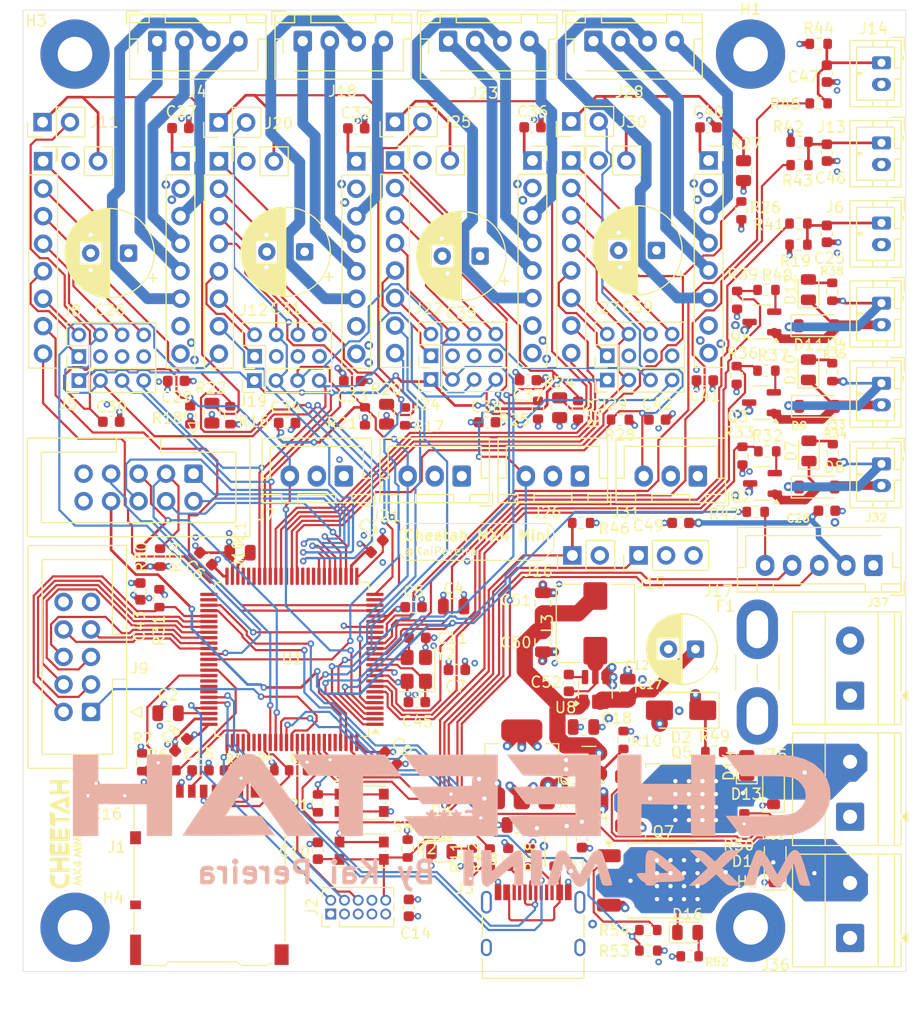
<source format=kicad_pcb>
(kicad_pcb (version 20241229) (generator "pcbnew") (generator_version "9.0")
  (layers (0 "F.Cu" signal) (4 "In1.Cu" signal "GND") (6 "In2.Cu" signal "POWER") (2 "B.Cu" signal) (13 "F.Paste" user) (15 "B.Paste" user) (5 "F.SilkS" user "F.Silkscreen") (7 "B.SilkS" user "B.Silkscreen") (1 "F.Mask" user) (3 "B.Mask" user) (25 "Edge.Cuts" user))
  (net 0 "")
  (net 1 "Net-(C1-Pad2)")
  (net 2 "GND")
  (net 3 "Net-(C2-Pad2)")
  (net 4 "+3.3V")
  (net 5 "NRST")
  (net 6 "OSC_IN")
  (net 7 "OSC_OUT")
  (net 8 "Net-(U8-BST)")
  (net 9 "Net-(U8-SW)")
  (net 10 "VIN")
  (net 11 "+5V")
  (net 12 "5V_PSU")
  (net 13 "Net-(J6-Pin_1)")
  (net 14 "X_STOP")
  (net 15 "Y_STOP")
  (net 16 "Z_STOP")
  (net 17 "E_STOP")
  (net 18 "5V_USB")
  (net 19 "Net-(J13-Pin_1)")
  (net 20 "Net-(J14-Pin_1)")
  (net 21 "Net-(D1-A)")
  (net 22 "Net-(D7-A)")
  (net 23 "Net-(D7-K)")
  (net 24 "Net-(D10-K)")
  (net 25 "Net-(D10-A)")
  (net 26 "Net-(D11-A)")
  (net 27 "Net-(D12-A)")
  (net 28 "Net-(D13-A)")
  (net 29 "Net-(D14-A)")
  (net 30 "Net-(D15-A)")
  (net 31 "Net-(D16-A)")
  (net 32 "Net-(J37-Pin_2)")
  (net 33 "SDMMC1_CMD")
  (net 34 "SDMMC1_D3")
  (net 35 "SDMMC1_D2")
  (net 37 "SWDIO")
  (net 39 "SWCLK")
  (net 40 "SWO")
  (net 41 "Net-(J4-Pin_3)")
  (net 42 "Net-(J4-Pin_2)")
  (net 43 "Net-(J4-Pin_1)")
  (net 44 "Net-(J4-Pin_4)")
  (net 45 "SPI_SCK")
  (net 46 "DRIVEX_CS")
  (net 47 "SPI_MISO")
  (net 48 "SPI_MOSI")
  (net 49 "DRIVEX_SCK")
  (net 50 "DRIVEX_MISO")
  (net 51 "DRIVEX_MOSI")
  (net 52 "DRIVEX_SLP")
  (net 53 "LCD_D7")
  (net 54 "LCD_D6")
  (net 55 "LCD_EN")
  (net 56 "LCD_BEEP")
  (net 57 "LCD_D5")
  (net 58 "LCD_D4")
  (net 59 "LCD_CS")
  (net 60 "LCD_BTN")
  (net 62 "LCD_ENCA")
  (net 63 "LCD_ENCB")
  (net 64 "SD_CS")
  (net 65 "SD_SCK")
  (net 66 "SD_MOSI")
  (net 67 "SD_MISO")
  (net 68 "SD_DET")
  (net 69 "DRIVEX_DIAG")
  (net 70 "DRIVEY_SLP")
  (net 71 "DRIVEY_MISO")
  (net 72 "DRIVEY_CS")
  (net 73 "DRIVEY_MOSI")
  (net 74 "DRIVEY_SCK")
  (net 75 "SERVO")
  (net 76 "PROBE_TRIG")
  (net 77 "TFT_TX")
  (net 78 "TFT_RX")
  (net 79 "Net-(J17-Pin_5)")
  (net 80 "Net-(J18-Pin_4)")
  (net 81 "Net-(J18-Pin_2)")
  (net 82 "Net-(J18-Pin_3)")
  (net 83 "Net-(J18-Pin_1)")
  (net 84 "DRIVEY_DIAG")
  (net 85 "DRIVEZ_SLP")
  (net 86 "DRIVEZ_CS")
  (net 87 "DRIVEZ_MISO")
  (net 88 "DRIVEZ_MOSI")
  (net 89 "DRIVEZ_SCK")
  (net 90 "Net-(J23-Pin_1)")
  (net 91 "Net-(J23-Pin_3)")
  (net 92 "Net-(J23-Pin_4)")
  (net 93 "Net-(J23-Pin_2)")
  (net 94 "DRIVEZ_DIAG")
  (net 95 "DRIVEE_CS")
  (net 96 "DRIVEE_MISO")
  (net 97 "DRIVEE_SCK")
  (net 98 "DRIVEE_SLP")
  (net 99 "DRIVEE_MOSI")
  (net 100 "Net-(J28-Pin_4)")
  (net 101 "Net-(J28-Pin_1)")
  (net 102 "Net-(J28-Pin_3)")
  (net 103 "Net-(J28-Pin_2)")
  (net 104 "DRIVEE_DIAG")
  (net 105 "Net-(J3-CC1)")
  (net 106 "USB_DP")
  (net 107 "USB_DM")
  (net 108 "Net-(J3-CC2)")
  (net 109 "Net-(Q1-G)")
  (net 110 "Net-(Q2-G)")
  (net 111 "Net-(Q3-G)")
  (net 112 "Net-(Q4-G)")
  (net 113 "Net-(Q5-G)")
  (net 114 "Net-(Q7-G)")
  (net 115 "BOOT")
  (net 116 "SDMMC1_D0")
  (net 117 "SDMMC1_D1")
  (net 118 "DRIVEX_EN")
  (net 119 "DRIVEY_EN")
  (net 120 "DRIVEZ_EN")
  (net 121 "DRIVEE_EN")
  (net 122 "FAN1")
  (net 123 "FAN2")
  (net 124 "FAN3")
  (net 125 "THERMO1")
  (net 126 "THERMO2")
  (net 127 "THERMO3")
  (net 128 "HEAT1")
  (net 129 "HEAT_BED")
  (net 132 "DRIVEZ_STEP")
  (net 140 "Net-(D3-A)")
  (net 141 "DRIVEX_STEP")
  (net 144 "DRIVEY_STEP")
  (net 145 "DRIVEY_DIR")
  (net 146 "SDMMC1_CK")
  (net 148 "DRIVEX_DIR")
  (net 156 "DRIVEE_STEP")
  (net 157 "DRIVEZ_DIR")
  (net 158 "DRIVEE_DIR")
  (net 163 "Net-(D4-A)")
  (net 164 "STATUS_LED")
  (footprint "Capacitor_SMD:C_0805_2012Metric" (layer "F.Cu") (at 201.7 78.75 90)
    (property "Reference" "C51")
    (property "Value" "22µF")
  )
  (footprint "Resistor_SMD:R_0603_1608Metric" (layer "F.Cu") (at 220.15 65.1375 -90)
    (property "Reference" "R33")
    (property "Value" "100K")
  )
  (footprint "Package_TO_SOT_SMD:TO-252-3_TabPin2" (layer "F.Cu") (at 212.84 104.3725)
    (property "Reference" "Q7")
    (property "Value" "Q_NMOS_GDS")
  )
  (footprint "Capacitor_SMD:C_0603_1608Metric" (layer "F.Cu") (at 190.05 87.9)
    (property "Reference" "C45")
    (property "Value" "18pF")
  )
  (footprint "Capacitor_SMD:C_0603_1608Metric" (layer "F.Cu") (at 170.05 94.2 180)
    (property "Reference" "C15")
    (property "Value" "0.1µF")
  )
  (footprint "Resistor_SMD:R_0603_1608Metric" (layer "F.Cu") (at 209.15 91.4 90)
    (property "Reference" "R10")
    (property "Value" "10K")
  )
  (footprint "Connector_PinHeader_1.27mm:PinHeader_2x05_P1.27mm_Vertical" (layer "F.Cu") (at 182.09 107.47 90)
    (property "Reference" "J2")
    (property "Value" "Conn_ARM_JTAG_SWD_10")
  )
  (footprint "Connector_PinHeader_2.00mm:PinHeader_1x04_P2.00mm_Vertical" (layer "F.Cu") (at 175.027651 58.2 90)
    (property "Reference" "J19")
    (property "Value" "Conn_01x04")
  )
  (footprint "Resistor_SMD:R_0603_1608Metric" (layer "F.Cu") (at 220.05 42.48375 90)
    (property "Reference" "R26")
    (property "Value" "10K")
  )
  (footprint "Connector_PinHeader_2.00mm:PinHeader_2x04_P2.00mm_Vertical" (layer "F.Cu") (at 175.052651 55.96625 90)
    (property "Reference" "J12")
    (property "Value" "Conn_02x04_Odd_Even")
  )
  (footprint "Capacitor_SMD:C_0805_2012Metric" (layer "F.Cu") (at 199.35 99.25 180)
    (property "Reference" "C19")
    (property "Value" "4.7µF")
  )
  (footprint "Connector_JST:JST_XH_B4B-XH-AM_1x04_P2.50mm_Vertical" (layer "F.Cu") (at 166.05 26.85)
    (property "Reference" "J4")
    (property "Value" "Conn_01x04")
  )
  (footprint "Capacitor_SMD:C_0603_1608Metric" (layer "F.Cu") (at 168.2 34.87875)
    (property "Reference" "C27")
    (property "Value" "0.1µF")
  )
  (footprint "Capacitor_SMD:C_0603_1608Metric" (layer "F.Cu") (at 193.75 84.925)
    (property "Reference" "C7")
    (property "Value" "0.1µF")
  )
  (footprint "MountingHole:MountingHole_3.2mm_M3_Pad_TopBottom" (layer "F.Cu") (at 158.45 28.05)
    (property "Reference" "H3")
    (property "Value" "MountingHole_Pad")
  )
  (footprint "Button_Switch_SMD:SW_Push_1P1T_NO_CK_KMR2" (layer "F.Cu") (at 184.95 101.625 180)
    (property "Reference" "SW2")
    (property "Value" "SW_Push")
  )
  (footprint "Resistor_SMD:R_0603_1608Metric" (layer "F.Cu") (at 196.8 102.25 90)
    (property "Reference" "R12")
    (property "Value" "1K")
  )
  (footprint "Resistor_SMD:R_0603_1608Metric" (layer "F.Cu") (at 217.55 92.5)
    (property "Reference" "R49")
    (property "Value" "4.7K")
  )
  (footprint "Resistor_SMD:R_0603_1608Metric" (layer "F.Cu") (at 189.2 101.425 -90)
    (property "Reference" "R2")
    (property "Value" "4.7K")
  )
  (footprint "Inductor_SMD:L_Wuerth_HCM-7070" (layer "F.Cu") (at 206.55 80.625 90)
    (property "Reference" "L3")
    (property "Value" "4.7µH")
  )
  (footprint "MountingHole:MountingHole_3.2mm_M3_Pad_TopBottom" (layer "F.Cu") (at 158.45 108.7)
    (property "Reference" "H4")
    (property "Value" "MountingHole_Pad")
  )
  (footprint "Connector_PinHeader_2.54mm:PinHeader_1x02_P2.54mm_Vertical" (layer "F.Cu") (at 155.45 34.32875 90)
    (property "Reference" "J11")
    (property "Value" "Conn_01x02")
  )
  (footprint "LED_SMD:LED_0805_2012Metric" (layer "F.Cu") (at 226.25 57.2 90)
    (property "Reference" "D10")
    (property "Value" "Green")
  )
  (footprint "Resistor_SMD:R_0603_1608Metric" (layer "F.Cu") (at 201.25 60.9 90)
    (property "Reference" "R25")
    (property "Value" "10K")
  )
  (footprint "Capacitor_SMD:C_0603_1608Metric" (layer "F.Cu") (at 164.5 77.675 90)
    (property "Reference" "C43")
    (property "Value" "0.1µF")
  )
  (footprint "Resistor_SMD:R_0603_1608Metric" (layer "F.Cu") (at 222.375 49.825)
    (property "Reference" "R40")
    (property "Value" "100R")
  )
  (footprint "Capacitor_SMD:C_0603_1608Metric" (layer "F.Cu") (at 217 34.81875)
    (property "Reference" "C40")
    (property "Value" "0.1µF")
  )
  (footprint "Resistor_SMD:R_0603_1608Metric" (layer "F.Cu") (at 222.65 99.05 180)
    (property "Reference" "R51")
    (property "Value" "100R")
  )
  (footprint "Package_TO_SOT_SMD:SOT-223-3_TabPin2" (layer "F.Cu") (at 199.75 93.65 90)
    (property "Reference" "U2")
    (property "Value" "AP7361C")
  )
  (footprint "LED_SMD:LED_0805_2012Metric" (layer "F.Cu") (at 226.3 64.7 90)
    (property "Reference" "D7")
    (property "Value" "Green")
  )
  (footprint "kai's library:TMC Stepstick" (layer "F.Cu") (at 171.752651 37.94625)
    (property "Reference" "U5" (hide yes))
    (property "Value" "TMC Stepstick" (hide yes))
  )
  (footprint "Resistor_SMD:R_0603_1608Metric" (layer "F.Cu") (at 228.5 64.9 90)
    (property "Reference" "R34")
    (property "Value" "4.7K")
  )
  (footprint "Diode_SMD:D_SOD-123" (layer "F.Cu") (at 202.9 101.41 -90)
    (property "Reference" "D1")
    (property "Value" "D_Schottky")
  )
  (footprint "Resistor_SMD:R_0805_2012Metric" (layer "F.Cu") (at 187.252651 61.30625 90)
    (property "Reference" "R20")
    (property "Value" "10K")
  )
  (footprint "Connector_JST:JST_PH_B2B-PH-K_1x02_P2.00mm_Vertical" (layer "F.Cu") (at 233 36.25 -90)
    (property "Reference" "J13")
    (property "Value" "Conn_01x02")
  )
  (footprint "Package_QFP:LQFP-100_14x14mm_P0.5mm" (layer "F.Cu") (at 178.5 83.95 180)
    (property "Reference" "U1")
    (property "Value" "STM32H743VIT6")
  )
  (footprint "LED_SMD:LED_0805_2012Metric" (layer "F.Cu") (at 192.3125 99.5)
    (property "Reference" "D4")
    (property "Value" "GREEN")
  )
  (footprint "Resistor_SMD:R_0603_1608Metric" (layer "F.Cu") (at 164.65 93.45 -90)
    (property "Reference" "R7")
    (property "Value" "47K")
  )
  (footprint "Resistor_SMD:R_0805_2012Metric" (layer "F.Cu") (at 220.25 38.80875 90)
    (property "Reference" "R27")
    (property "Value" "10K")
  )
  (footprint "Resistor_SMD:R_0603_1608Metric" (layer "F.Cu") (at 169.1 61.40875 90)
    (property "Reference" "R18")
    (property "Value" "10K")
  )
  (footprint "Resistor_SMD:R_0805_2012Metric" (layer "F.Cu") (at 171.1 61.2125 90)
    (property "Reference" "R22")
    (property "Value" "10K")
  )
  (footprint "Resistor_SMD:R_0603_1608Metric" (layer "F.Cu") (at 195.15 102.25 90)
    (property "Reference" "R11")
    (property "Value" "1K")
  )
  (footprint "Connector_JST:JST_XH_B4B-XH-AM_1x04_P2.50mm_Vertical" (layer "F.Cu") (at 206.375 26.85)
    (property "Reference" "J28")
    (property "Value" "Conn_01x04")
  )
  (footprint "Button_Switch_SMD:SW_Push_1P1T_NO_CK_KMR2" (layer "F.Cu") (at 184.95 97.2)
    (property "Reference" "SW1")
    (property "Value" "SW_Push")
  )
  (footprint "Resistor_SMD:R_0603_1608Metric" (layer "F.Cu") (at 173.05 94.2 180)
    (property "Reference" "R3")
    (property "Value" "47K")
  )
  (footprint "MountingHole:MountingHole_3.2mm_M3_Pad_TopBottom" (layer "F.Cu") (at 220.9 108.7)
    (property "Reference" "H2")
    (property "Value" "MountingHole_Pad")
  )
  (footprint "Resistor_SMD:R_0603_1608Metric" (layer "F.Cu") (at 221.375 70.325 180)
    (property "Reference" "R47")
    (property "Value" "1K")
  )
  (footprint "Connector_PinHeader_2.54mm:PinHeader_1x02_P2.54mm_Vertical" (layer "F.Cu") (at 204.325 34.26875 90)
    (property "Reference" "J30")
    (property "Value" "Conn_01x02")
  )
  (footprint "Package_TO_SOT_SMD:SOT-23-3" (layer "F.Cu") (at 221.9125 60.2375 180)
    (property "Reference" "Q3")
    (property "Value" "NMOS")
  )
  (footprint "Capacitor_SMD:C_0603_1608Metric" (layer "F.Cu") (at 170.55 74.65 135)
    (property "Reference" "C6")
    (property "Value" "0.1µF")
  )
  (footprint "Resistor_SMD:R_0805_2012Metric" (layer "F.Cu") (at 203.25 60.70625 90)
    (property "Reference" "R24")
    (property "Value" "10K")
  )
  (footprint "Capacitor_SMD:C_0603_1608Metric" (layer "F.Cu") (at 184.452651 34.90625)
    (property "Reference" "C32")
    (property "Value" "0.1µF")
  )
  (footprint "Capacitor_SMD:C_0805_2012Metric" (layer "F.Cu") (at 205.45 90.2)
    (property "Reference" "C18")
    (property "Value" "4.7µF")
  )
  (footprint "Package_TO_SOT_SMD:TSOT-23-6" (layer "F.Cu") (at 206.55 86.725 90)
    (property "Reference" "U8")
    (property "Value" "AP63203WU")
  )
  (footprint "TerminalBlock_Phoenix:TerminalBlock_Phoenix_MKDS-1,5-2-5.08_1x02_P5.08mm_Horizontal" (layer "F.Cu") (at 230.1 109.685 90)
    (property "Reference" "J36")
    (property "Value" "Conn_01x02")
  )
  (footprint "Capacitor_SMD:C_0603_1608Metric" (layer "F.Cu") (at 227.95 37.15 -90)
    (property "Reference" "C46")
    (property "Value" "0.1µF")
  )
  (footprint "Resistor_SMD:R_0603_1608Metric" (layer "F.Cu") (at 185.25 61.5 90)
    (property "Reference" "R21")
    (property "Value" "10K")
  )
  (footprint "Resistor_SMD:R_0603_1608Metric" (layer "F.Cu") (at 176.05 94.2 180)
    (property "Reference" "R4")
    (property "Value" "47K")
  )
  (footprint "Diode_SMD:D_SMA" (layer "F.Cu") (at 214.4775 88.655 180)
    (property "Reference" "D2")
    (property "Value" "D_Schottky")
  )
  (footprint "Capacitor_SMD:C_0805_2012Metric" (layer "F.Cu") (at 161.35 96.55 180)
    (property "Reference" "C16")
    (property "Value" "4.7µF")
  )
  (footprint "Resistor_SMD:R_0603_1608Metric" (layer "F.Cu") (at 172.8 61.4 90)
    (property "Reference" "R16")
    (property "Value" "10K")
  )
  (footprint "Capacitor_THT:CP_Radial_D8.0mm_P3.50mm" (layer "F.Cu") (at 212.202651 46.175 180)
    (property "Reference" "C39")
    (property "Value" "330µF")
  )
  (footprint "Resistor_SMD:R_0603_1608Metric" (layer "F.Cu") (at 180.9 97.25 -90)
    (property "Reference" "R1")
    (property "Value" "10K")
  )
  (footprint "Capacitor_SMD:C_0603_1608Metric" (layer "F.Cu") (at 227.95 70.225)
    (property "Reference" "C28")
    (property "Value" "0.1µF")
  )
  (footprint "Resistor_SMD:R_0603_1608Metric" (layer "F.Cu") (at 219.65 50.75 -90)
    (property "Reference" "R39")
    (property "Value" "100K")
  )
  (footprint "Connector_JST:JST_PH_B2B-PH-K_1x02_P2.00mm_Vertical" (layer "F.Cu") (at 233 28.85 -90)
    (property "Reference" "J14")
    (property "Value" "Conn_01x02")
  )
  (footprint "Diode_SMD:D_SOD-123" (layer "F.Cu") (at 223.025 95.7 90)
    (property "Reference" "D13")
    (property "Value" "D")
  )
  (footprint "Resistor_SMD:R_0603_1608Metric" (layer "F.Cu") (at 227.2 32.6 180)
    (property "Reference" "R45")
    (property "Value" "1K")
  )
  (footprint "kai's library:TMC Stepstick" (layer "F.Cu") (at 204.325 37.875)
    (property "Reference" "U7" (hide yes))
    (property "Value" "TMC Stepstick" (hide yes))
  )
  (footprint "LED_SMD:LED_0805_2012Metric" (layer "F.Cu") (at 215.075 109.175)
    (property "Reference" "D16")
    (property "Value" "Green")
  )
  (footprint "Connector_PinHeader_2.00mm:PinHeader_2x04_P2.00mm_Vertical" (layer "F.Cu") (at 207.65 55.90875 90)
    (property "Reference" "J27")
    (property "Value" "Conn_02x04_Odd_Even")
  )
  (footprint "Connector_PinHeader_2.00mm:PinHeader_2x04_P2.00mm_Vertical" (layer "F.Cu") (at 191.35 55.90625 90)
    (property "Reference" "J22")
    (property "Value" "Conn_02x04_Odd_Even")
  )
  (footprint "Connector_PinHeader_2.54mm:PinHeader_1x02_P2.54mm_Vertical" (layer "F.Cu") (at 171.727651 34.35625 90)
    (property "Reference" "J20")
    (property "Value" "Conn_01x02")
  )
  (footprint "Connector_JST:JST_XH_B3B-XH-A_1x03_P2.50mm_Vertical" (layer "F.Cu") (at 205.125 67.025 180)
    (property "Reference" "J26")
    (property "Value" "Conn_01x03")
  )
  (footprint "Resistor_SMD:R_0603_1608Metric" (layer "F.Cu") (at 164.5 74.5 90)
    (property "Reference" "R30")
    (property "Value" "10K")
  )
  (footprint "Connector_JST:JST_XH_B5B-XH-AM_1x05_P2.50mm_Vertical" (layer "F.Cu") (at 232.25 75.275 180)
    (property "Reference" "J17")
    (property "Value" "Conn_01x05")
  )
  (footprint "Resistor_SMD:R_0603_1608Metric" (layer "F.Cu") (at 208.825 61.80875 180)
    (property "Reference" "R28")
    (property "Value" "10K")
  )
  (footprint "Resistor_SMD:R_0603_1608Metric" (layer "F.Cu") (at 166.31 74.55 90)
    (property "Reference" "R29")
    (property "Value" "10K")
  )
  (footprint "Resistor_SMD:R_0603_1608Metric" (layer "F.Cu") (at 228.45 57.425 90)
    (property "Reference" "R35")
    (property "Value" "4.7K")
  )
  (footprint "Capacitor_SMD:C_0603_1608Metric" (layer "F.Cu") (at 214.43 71.35 180)
    (property "Reference" "C49")
    (property "Value" "0.1µF")
  )
  (footprint "Capacitor_SMD:C_0805_2012Metric" (layer "F.Cu") (at 201.7 82.3 -90)
    (property "Reference" "C50")
    (property "Value" "22µF")
  )
  (footprint "Resistor_SMD:R_0603_1608Metric" (layer "F.Cu") (at 167 94.2)
    (property "Reference" "R6")
    (property "Value" "47K")
  )
  (footprint "kai's library:TMC Stepstick" (layer "F.Cu") (at 155.5 37.93875)
    (property "Reference" "U4" (hide yes))
    (property "Value" "TMC Stepstick" (hide yes))
  )
  (footprint "Connector_PinHeader_2.54mm:PinHeader_1x02_P2.54mm_Vertical" (layer "F.Cu") (at 204.425 74.35 90)
    (property "Reference" "J16")
    (property "Value" "Conn_01x02")
  )
  (footprint "Connector_JST:JST_XH_B3B-XH-A_1x03_P2.50mm_Vertical" (layer "F.Cu") (at 183.3 67.025 180)
    (property "Reference" "J7")
    (property "Value" "Conn_01x03")
  )
  (footprint "Resistor_SMD:R_0603_1608Metric" (layer "F.Cu") (at 200.5 102.26 90)
    (property "Reference" "R48")
    (property "Value" "5.1K")
  )
  (footprint "Resistor_SMD:R_0603_1608Metric" (layer "F.Cu") (at 219.6125 57.6875 -90)
    (property "Reference" "R36")
    (property "Value" "100K")
  )
  (footprint "Resistor_SMD:R_0603_1608Metric" (layer "F.Cu") (at 198.5 102.26 90)
    (property "Reference" "R8")
    (property "Value" "5.1K")
  )
  (footprint "Fuse:Fuse_Blade_Mini_directSolder" (layer "F.Cu") (at 221.525 81.175 -90)
    (property "Reference" "F1")
    (property "Value" "Fuse")
  )
  (footprint "Capacitor_SMD:C_0603_1608Metric" (layer "F.Cu") (at 168.25 91.85 -135)
    (property "Reference" "C8")
    (property "Value" "0.1µF")
  )
  (footprint "Connector_Card:microSD_HC_Hirose_DM3AT-SF-PEJM5" (layer "F.Cu") (at 170.87 103.85)
    (property "Reference" "J1")
    (property "Value" "Micro_SD_Card")
  )
  (footprint "Capacitor_SMD:C_0603_1608Metric" (layer "F.Cu") (at 167.8 58.22875 180)
    (property "Reference" "C29")
    (property "Value" "0.1µF")
  )
  (footprint "Resistor_SMD:R_0603_1608Metric" (layer "F.Cu") (at 227.2 27.1)
    (property "Reference" "R44")
    (property "Value" "2.2K")
  )
  (footprint "Resistor_SMD:R_0603_1608Metric" (layer "F.Cu") (at 225.425 36.15)
    (property "Reference" "R42")
    (property "Value" "2.2K")
  )
  (footprint "Resistor_SMD:R_0603_1608Metric" (layer "F.Cu") (at 228.45 50 90)
    (property "Reference" "R38")
    (property "Value" "4.7K")
  )
  (footprint "Capacitor_SMD:C_0603_1608Metric" (layer "F.Cu") (at 186.35 73.5 45)
    (property "Reference" "C3")
    (property "Value" "0.1µF")
  )
  (footprint "Connector_JST:JST_PH_B2B-PH-K_1x02_P2.00mm_Vertical" (layer "F.Cu") (at 233 58.45 -90)
    (property "Reference" "J33")
    (property "Value" "Conn_01x02")
  )
  (footprint "Resistor_SMD:R_0603_1608Metric" (layer "F.Cu") (at 222.3625 57.2875)
    (property "Reference" "R37")
    (property "Value" "100R")
  )
  (footprint "Connector_PinHeader_2.00mm:PinHeader_1x04_P2.00mm_Vertical" (layer "F.Cu") (at 207.65 58.15 90)
    (property "Reference" "J29")
    (property "Value" "Conn_01x04")
  )
  (footprint "Resistor_SMD:R_0603_1608Metric" (layer "F.Cu") (at 166.25 78.3 -90)
    (property "Reference" "R31")
    (property "Value" "10K")
  )
  (footprint "Connector_PinHeader_2.54mm:PinHeader_1x03_P2.54mm_Vertical" (layer "F.Cu") (at 210.55 74.35 90)
    (property "Reference" "J15")
    (property "Value" "Conn_01x03")
  )
  (footprint "Package_TO_SOT_SMD:SOT-23-3" (layer "F.Cu") (at 221.95 52.7875 180)
    (property "Reference" "Q4")
    (property "Value" "NMOS")
  )
  (footprint "Resistor_SMD:R_0603_1608Metric" (layer "F.Cu") (at 205.24 71.35 180)
    (property "Reference" "R46")
    (property "Value" "10K")
  )
  (footprint "Capacitor_SMD:C_0603_1608Metric" (layer "F.Cu") (at 200.75 34.80625)
    (property "Reference" "C36")
    (property "Value" "0.1µF")
  )
  (footprint "Connector_USB:USB_C_Receptacle_HRO_TYPE-C-31-M-12" (layer "F.Cu") (at 200.8 109.51)
    (property "Reference" "J3")
    (property "Value" "USB_C_Receptacle_USB2.0_14P")
  )
  (footprint "Diode_SMD:D_SOD-123" (layer "F.Cu") (at 223.175 102.9 90)
    (property "Reference" "D15")
    (property "Value" "D")
  )
  (footprint "Capacitor_SMD:C_0603_1608Metric" (layer "F.Cu") (at 180.9 101.625 90)
    (property "Reference" "C10")
    (property "Value" "0.1µF")
  )
  (footprint "Capacitor_SMD:C_0603_1608Metric" (layer "F.Cu") (at 204.1 86.125 90)
    (property "Reference" "C52")
    (property "Value" "0.1µF")
  )
  (footprint "Capacitor_SMD:C_0603_1608Metric" (layer "F.Cu") (at 200.325 58.16875 180)
    (property "Reference" "C37")
    (property "Value" "0.1µF")
  )
  (footprint "TerminalBlock_Phoenix:TerminalBlock_Phoenix_MKDS-1,5-2-5.08_1x02_P5.08mm_Horizontal" (layer "F.Cu") (at 230.1 87.3 90)
    (property "Reference" "J37")
    (property "Value" "Conn_01x02")
  )
  (footprint "LOGO" (layer "F.Cu") (at 157.6 100.1 90)
    (property "Reference" "G***" (hide yes))
    (property "Value" "LOGO" (hide yes))
  )
  (footprint "LED_SMD:LED_0805_2012Metric" (layer "F.Cu") (at 192.3375 101.7)
    (property "Reference" "D3")
    (property "Value" "RED")
  )
  (footprint "Resistor_SMD:R_0603_1608Metric" (layer "F.Cu") (at 179.075 94.2 180)
    (property "Reference" "R5")
    (property "Value" "47K")
  )
  (footprint "Capacitor_SMD:C_0603_1608Metric" (layer "F.Cu") (at 184.077651 58.24375 180)
    (property "Reference" "C33")
    (property "Value" "0.1µF")
  )
  (footprint "Connector_PinHeader_2.00mm:PinHeader_1x04_P2.00mm_Vertical" (layer "F.Cu") (at 191.35 58.1 90)
    (property "Reference" "J24")
    (property "Value" "Conn_01x04")
  )
  (footprint "Package_TO_SOT_SMD:TO-252-3_TabPin2" (layer "F.Cu") (at 214.515 97.05)
    (property "Reference" "Q5")
    (property "Value" "Q_NMOS_GDS")
  )
  (footprint "Resistor_SMD:R_0603_1608Metric" (layer "F.Cu") (at 222.45 64.7375)
    (property "Reference" "R32")
    (property "Value" "100R")
  )
  (footprint "Resistor_SMD:R_0603_1608Metric" (layer "F.Cu") (at 215.275 111.375)
    (property "Reference" "R52")
    (property "Value" "4.7K")
  )
  (footprint "Connector_JST:JST_PH_B2B-PH-K_1x02_P2.00mm_Vertical" (layer "F.Cu") (at 233 43.65 -90)
    (property "Reference" "J6")
    (property "Value" "Conn_01x02")
  )
  (footprint "Connector_PinHeader_2.00mm:PinHeader_2x04_P2.00mm_Vertical" (layer "F.Cu") (at 158.8 55.97875 90)
    (property "Reference" "J8")
    (property "Value" "Conn_02x04_Odd_Even")
  )
  (footprint "Connector_JST:JST_XH_B3B-XH-A_1x03_P2.50mm_Vertical" (layer "F.Cu") (at 216.025 67.025 180)
    (property "Reference" "J31")
    (property "Value" "Conn_01x03")
  )
  (footprint "Capacitor_SMD:C_0805_2012Metric" (layer "F.Cu") (at 209.55 86.725 90)
    (property "Reference" "C12")
    (property "Value" "10µF")
  )
  (footprint "Diode_SMD:D_SOD-123" (layer "F.Cu") (at 227.05 60.5875)
    (property "Reference" "D9")
    (property "Value" "D")
  )
  (footprint "LED_SMD:LED_0805_2012Metric" (layer "F.Cu") (at 226.25 49.8 90)
    (property "Reference" "D12")
    (property "Value" "Green")
  )
  (footprint "Capacitor_SMD:C_0603_1608Metric" (layer "F.Cu") (at 161.8 62.00625)
    (property "Reference" "C30")
    (property "Value" "0.1µF")
  )
  (footprint "Resistor_SMD:R_0603_1608Metric" (layer "F.Cu") (at 225.425 38.3 180)
    (property "Reference" "R43")
    (property "Value" "1K")
  )
  (footprint "Capacitor_THT:CP_Radial_D8.0mm_P3.50mm" (layer "F.Cu") (at 179.677651 46.30625 180)
    (property "Reference" "C31")
    (property "Value" "330µF")
  )
  (footprint "TerminalBlock_Phoenix:TerminalBlock_Phoenix_MKDS-1,5-2-5.08_1x02_P5.08mm_Horizontal" (layer "F.Cu") (at 230.1 98.485 90)
    (property "Reference" "J35")
    (property "Value" "Conn_01x02")
  )
  (footprint "Capacitor_SMD:C_0603_1608Metric" (layer "F.Cu") (at 227.95 44.65 -90)
    (property "Reference" "C25")
    (property "Value" "0.1µF")
  )
  (footprint "kai's library:TMC Stepstick" (layer "F.Cu") (at 188.035 37.8775)
    (property "Reference" "U6" (hide yes))
    (property "Value" "TMC Stepstick" (hide yes))
  )
  (footprint "Connector_JST:JST_PH_B2B-PH-K_1x02_P2.00mm_Vertical" (layer "F.Cu") (at 233 51.05 -90)
    (property "Reference" "J34")
    (property "Value" "Conn_01x02")
  )
  (footprint "Diode_SMD:D_SOD-123" (layer "F.Cu") (at 227.025 68.0375)
    (property "Reference" "D8")
    (property "Value" "D")
  )
  (footprint "Resistor_SMD:R_0603_1608Metric" (layer "F.Cu") (at 225.325 43.7 180)
    (property "Reference" "R41")
    (property "Value" "1K")
  )
  (footprint "Connector_IDC:IDC-Header_2x05_P2.54mm_Vertical" (layer "F.Cu") (at 159.9275 88.805 180)
    (property "Reference" "J9")
    (property "Value" "Conn_01x10")
  )
  (footprint "Capacitor_THT:CP_Radial_D6.3mm_P2.50mm" (layer "F.Cu") (at 215.809879 83.005 180)
    (property "Reference" "C17")
    (property "Value" "100µF")
  )
  (footprint "Capacitor_SMD:C_0603_1608Metric" (layer "F.Cu") (at 196.55 62.05)
    (property "Reference" "C38")
    (property "Value" "0.1µF")
  )
  (footprint "Resistor_SMD:R_0603_1608Metric" (layer "F.Cu") (at 220.325 99 -90)
    (property "Reference" "R50")
    (property "Value" "100K")
  )
  (footprint "Capacitor_SMD:C_0805_2012Metric" (layer "F.Cu") (at 167.05 88.925)
    (property "Reference" "C2")
    (property "Value" "2.2µF")
  )
  (footprint "Resistor_SMD:R_0603_1608Metric" (layer "F.Cu") (at 206.525 97 180)
    (property "Reference" "R9")
    (property "Value" "10K")
  )
  (footprint "Resistor_SMD:R_0603_1608Metric" (layer "F.Cu") (at 188.952651 61.50625 90)
    (property "Reference" "R17")
    (property "Value" "10K")
  )
  (footprint "Connector_PinHeader_2.00mm:PinHeader_1x04_P2.00mm_Vertical" (layer "F.Cu") (at 158.8 58.2 90)
    (property "Reference" "J5")
    (property "Value" "Conn_01x04")
  )
  (footprint "Resistor_SMD:R_0603_1608Metric" (layer "F.Cu") (at 211.45 110.85)
    (property "Reference" "R53")
    (property "Value" "100K")
  )
  (footprint "Resistor_SMD:R_0603_1608Metric" (layer "F.Cu") (at 211.45 108.95)
    (property "Reference" "R54")
    (property "Value" "100R")
  )
  (footprint "Capacitor_SMD:C_0805_2012Metric" (layer "F.Cu") (at 173.7 74.1)
    (property "Reference" "C1")
    (property "Value" "2.2µF")
  )
  (footprint "Capacitor_SMD:C_0805_2012Metric" (layer "F.Cu") (at 193.45 79.075)
    (property "Reference" "C4")
    (property "Value" "4.7µF")
  )
  (footprint "Connector_JST:JST_XH_B4B-XH-AM_1x04_P2.50mm_Vertical" (layer "F.Cu") (at 179.5 26.85)
    (property "Reference" "J18")
    (property "Value" "Conn_01x04")
  )
  (footprint "Capacitor_SMD:C_0603_1608Metric" (layer "F.Cu") (at 212.275 61.80875)
    (property "Reference" "C42")
    (property "Value" "0.1µF")
  )
  (footprint "Capacitor_SMD:C_0603_1608Metric" (layer "F.Cu") (at 178.052651 62.10625)
    (property "Reference" "C34")
    (property "Value" "0.1µF")
  )
  (footprint "Capacitor_SMD:C_0603_1608Metric" (layer "F.Cu") (at 189.305 106.9 -90)
    (property "Reference" "C14")
    (property "Value" "0.1µF")
  )
  (footprint "MountingHole:MountingHole_3.2mm_M3_Pad_TopBottom" (layer "F.Cu") (at 220.9 28.05)
    (property "Reference" "H1")
    (property "Value" "MountingHole_Pad")
  )
  (footprint "Crystal:Crystal_SMD_3225-4Pin_3.2x2.5mm" (layer "F.Cu") (at 190 84.875 90)
    (property "Reference" "Y2")
    (property "Value" "25 MHz")
  )
  (footprint "Connector_JST:JST_PH_B2B-PH-K_1x02_P2.00mm_Vertical" (layer "F.Cu") (at 233 65.9 -90)
    (property "Reference" "J32")
    (property "Value" "Conn_01x02")
  )
  (footprint "Resistor_SMD:R_0603_1608Metric" (layer "F.Cu") (at 204.95 60.90625 90)
    (property "Reference" "R23")
    (property "Value" "10K")
  )
  (footprint "Connector_PinHeader_2.54mm:PinHeader_1x02_P2.54mm_Vertical" (layer "F.Cu") (at 188.025 34.30625 90)
    (property "Reference" "J25")
    (property "Value" "Conn_01x02")
  )
  (footprint "Capacitor_THT:CP_Radial_D8.0mm_P3.50mm" (layer "F.Cu") (at 195.902651 46.70625 180)
    (property "Reference" "C35")
    (property "Value" "330µF")
  )
  (footprint "Connector_JST:JST_XH_B4B-XH-AM_1x04_P2.50mm_Vertical" (layer "F.Cu") (at 192.95 26.85)
    (property "Reference" "J23")
    (property "Value" "Conn_01x04")
  )
  (footprint "Package_TO_SOT_SMD:SOT-23" (layer "F.Cu") (at 205.9625 93.55 180)
    (property "Reference" "Q1")
    (property "Value" "IRLML6402")
  )
  (footprint "Capacitor_SMD:C_0603_1608Metric" (layer "F.Cu") (at 187.65 93.05 -45)
    (property "Reference" "C9")
    (property "Value" "0.1µF")
  )
  (footprint "LED_SMD:LED_0805_2012Metric" (layer "F.Cu") (at 220.55 93.75 90)
    (property "Reference" "D14")
    (property "Value" "Green")
  )
  (footprint "Diode_SMD:D_SOD-123" (layer "F.Cu") (at 227 53.1375)
    (property "Reference" "D11")
    (property "Value" "D")
  )
  (footprint "Capacitor_SMD:C_0603_1608Metric" (layer "F.Cu") (at 216.675 58.18125 180)
    (property "Reference" "C41")
    (property "Value" "0.1µF")
  )
  (footprint "Capacitor_SMD:C_0603_1608Metric" (layer "F.Cu") (at 227.95 29.85 -90)
    (property "Reference" "C47")
    (property "Value" "0.1µF")
  )
  (footprint "Capacitor_THT:CP_Radial_D8.0mm_P3.50mm" (layer "F.Cu") (at 163.402651 46.42875 180)
    (property "Reference" "C26")
    (property "Value" "330µF")
  )
  (footprint "Resistor_SMD:R_0603_1608Metric" (layer "F.Cu") (at 225.325 45.65)
    (property "Reference" "R19")
    (property "Value" "2.2K")
  )
  (footprint "Connector_IDC:IDC-Header_2x05_P2.54mm_Vertical" (layer "F.Cu") (at 169.405 66.8 -90)
    (property "Reference" "J10")
    (property "Value" "Conn_01x10")
  )
  (footprint "Package_TO_SOT_SMD:SOT-23-3" (layer "F.Cu") (at 222 67.7 180)
    (property "Reference" "Q2")
    (property "Value" "NMOS")
  )
  (footprint "Capacitor_SMD:C_0603_1608Metric" (layer "F.Cu") (at 205.3 100.56 -90)
    (property "Reference" "C44")
    (property "Value" "0.1µF")
  )
  (footprint "Connector_JST:JST_XH_B3B-XH-A_1x03_P2.50mm_Vertical" (layer "F.Cu") (at 194.2 67.025 180)
    (property "Reference" "J21")
    (property "Value" "Conn_01x03")
  )
  (footprint "Capacitor_SMD:C_0603_1608Metric" (layer "F.Cu") (at 190.1 81.95 180)
    (property "Reference" "C11")
    (property "Value" "18pF")
  )
  (footprint "Capacitor_SMD:C_0603_1608Metric" (layer "F.Cu") (at 189.75 79.125)
    (property "Reference" "C5")
    (property "Value" "0.1µF")
  )
  (footprint "LOGO" (layer "B.Cu") (at 193.3 98.8 180)
    (property "Reference" "G***")
    (property "Value" "LOGO" (hide yes))
  )
  (gr_line (start 201.1 74.8) (end 189.1 74.8) (stroke (width 0.1)) (layer "F.SilkS"))
  (gr_line (start 189.2 71.4) (end 202.2 71.4) (stroke (width 0.1)) (layer "F.SilkS"))
  (gr_line (start 201.7 74.8) (end 201.1 74.8) (stroke (width 0.1)) (layer "F.SilkS"))
  (gr_line (start 189.1 74.8) (end 188.5 74.2) (stroke (width 0.1)) (layer "F.SilkS"))
  (gr_line (start 202.7 71.9) (end 202.7 73.8) (stroke (width 0.1)) (layer "F.SilkS"))
  (gr_line (start 188.5 72.1) (end 189.2 71.4) (stroke (width 0.1)) (layer "F.SilkS"))
  (gr_line (start 202.2 71.4) (end 202.7 71.9) (stroke (width 0.1)) (layer "F.SilkS"))
  (gr_line (start 202.7 73.8) (end 201.7 74.8) (stroke (width 0.1)) (layer "F.SilkS"))
  (gr_line (start 188.5 74.2) (end 188.5 72.1) (stroke (width 0.1)) (layer "F.SilkS"))
  (gr_rect (start 153.65 23.975) (end 235.25 112.775) (stroke (width 0.05)) (fill no) (layer "Edge.Cuts"))
  (gr_text "@KaiPereira" (at 188.8 74.4 0) (layer "F.SilkS") (effects (font (size 0.75 0.75) (thickness 0.1)) (justify left bottom)))
  (gr_text "Cheetah MX4 Mini" (at 188.7 73.1 0) (layer "F.SilkS") (effects (font (size 1 1) (thickness 0.2) (bold yes)) (justify left bottom)))
  (gr_text "By Kai Pereira" (at 192 104.8 0) (layer "B.SilkS") (effects (font (size 2 2) (thickness 0.4) (bold yes)) (justify left bottom mirror)))
  (segment (start 174.649999 74.1) (end 173.5 75.249999) (width 0.25) (layer "F.Cu") (net 1))
  (segment (start 173.5 75.249999) (end 173.5 76.275) (width 0.25) (layer "F.Cu") (net 1))
  (segment (start 188.410136 85.975) (end 188.316833 86.068303) (width 0.25) (layer "F.Cu") (net 2))
  (segment (start 199.55 57.80147) (end 199.174265 57.425735) (width 0.5) (layer "F.Cu") (net 2))
  (segment (start 228.915 37.925) (end 228.92 37.92) (width 0.5) (layer "F.Cu") (net 2))
  (segment (start 189.25 87.15) (end 189.275 87.175) (width 0.25) (layer "F.Cu") (net 2))
  (segment (start 184 92.458824) (end 184 91.625) (width 0.2) (layer "F.Cu") (net 2))
  (segment (start 220.8625 67.7) (end 220.8625 68.3375) (width 0.5) (layer "F.Cu") (net 2))
  (segment (start 173 74.349999) (end 173 76.275) (width 0.25) (layer "F.Cu") (net 2))
  (segment (start 201.525 34.80625) (end 201.525 33.815) (width 0.5) (layer "F.Cu") (net 2))
  (segment (start 220.325 99.175) (end 220.3 99.15) (width 0.5) (layer "F.Cu") (net 2))
  (segment (start 217.775 34.81875) (end 217.775 34.817336) (width 0.5) (layer "F.Cu") (net 2))
  (segment (start 215.9 58.18125) (end 215.9 59) (width 0.5) (layer "F.Cu") (net 2))
  (segment (start 209.0525 106.6525) (end 209.3 106.9) (width 0.8) (layer "F.Cu") (net 2))
  (segment (start 228.995 45.425) (end 229.01 45.44) (width 0.5) (layer "F.Cu") (net 2))
  (segment (start 162.575 62.00625) (end 162.575 61.125) (width 0.5) (layer "F.Cu") (net 2))
  (segment (start 205.985 101.335) (end 206.05 101.4) (width 0.5) (layer "F.Cu") (net 2))
  (segment (start 227.95 30.625) (end 228.915 30.625) (width 0.5) (layer "F.Cu") (net 2))
  (segment (start 227.95 45.425) (end 228.995 45.425) (width 0.5) (layer "F.Cu") (net 2))
  (segment (start 213.655 71.35) (end 212.95 71.35) (width 0.5) (layer "F.Cu") (net 2))
  (segment (start 180.9 98.075) (end 180.725 98.075) (width 0.2) (layer "F.Cu") (net 2))
  (segment (start 220.8125 53.0775) (end 220.35 53.54) (width 0.5) (layer "F.Cu") (net 2))
  (segment (start 200.5 101.435) (end 200.5 101.1) (width 0.5) (layer "F.Cu") (net 2))
  (segment (start 209.475 99.33) (end 210.73 99.33) (width 0.8) (layer "F.Cu") (net 2))
  (segment (start 185.227651 34.90625) (end 185.227651 33.952349) (width 0.5) (layer "F.Cu") (net 2))
  (segment (start 190.525 79.125) (end 190.525 78.425) (width 0.25) (layer "F.Cu") (net 2))
  (segment (start 166.1 88.925) (end 166.1 88.7) (width 0.5) (layer "F.Cu") (net 2))
  (segment (start 185.227651 33.952349) (end 185.24 33.94) (width 0.5) (layer "F.Cu") (net 2))
  (segment (start 182.9 100.825) (end 182.9 100) (width 0.2) (layer "F.Cu") (net 2))
  (segment (start 190.15 106.125) (end 189.8 106.125) (width 0.2) (layer "F.Cu") (net 2))
  (segment (start 166.1 88.7) (end 166.7 88.1) (width 0.5) (layer "F.Cu") (net 2))
  (segment (start 187.4171 85.45) (end 186.175 85.45) (width 0.2) (layer "F.Cu") (net 2))
  (segment (start 194.4 79.075) (end 194.4 77.95) (width 0.5) (layer "F.Cu") (net 2))
  (segment (start 164.5 78.45) (end 164.3 78.45) (width 0.5) (layer "F.Cu") (net 2))
  (segment (start 199.55 58.16875) (end 199.55 57.80147) (width 0.5) (layer "F.Cu") (net 2))
  (segment (start 167.025 58.22875) (end 167.025 59.025) (width 0.5) (layer "F.Cu") (net 2))
  (segment (start 170.077992 74.101992) (end 169.576 73.6) (width 0.25) (layer "F.Cu") (net 2))
  (segment (start 219.6125 59.24897) (end 219.605735 59.255735) (width 0.5) (layer "F.Cu") (net 2))
  (segment (start 206.4 90.2) (end 207.2 90.2) (width 0.5) (layer "F.Cu") (net 2))
  (segment (start 180.3 100.85) (end 180.15 101) (width 0.2) (layer "F.Cu") (net 2))
  (segment (start 168.975 33.925) (end 168.97 33.92) (width 0.5) (layer "F.Cu") (net 2))
  (segment (start 168.145 96.125) (end 168.145 95.455) (width 0.5) (layer "F.Cu") (net 2))
  (segment (start 197.45 96.8) (end 197.45 95.4) (width 0.8) (layer "F.Cu") (net 2))
  (segment (start 187 100.825) (end 182.9 100.825) (width 0.2) (layer "F.Cu") (net 2))
  (segment (start 198.5 101.2) (end 198.15 100.85) (width 0.5) (layer "F.Cu") (net 2))
  (segment (start 213.05 61.80875) (end 213.14125 61.80875) (width 0.5) (layer "F.Cu") (net 2))
  (segment (start 169.517216 89.45) (end 170.825 89.45) (width 0.25) (layer "F.Cu") (net 2))
  (segment (start 167.701992 91.55) (end 167.701992 91.265224) (width 0.25) (layer "F.Cu") (net 2))
  (segment (start 172.7 74.049999) (end 173 74.349999) (width 0.25) (layer "F.Cu") (net 2))
  (segment (start 169.275 94.2) (end 169.275 94.575) (width 0.5) (layer "F.Cu") (net 2))
  (segment (start 194.525 84.125) (end 194.5 84.1) (width 0.5) (layer "F.Cu") (net 2))
  (segment (start 189.15 85.975) (end 189.15 87.05) (width 0.25) (layer "F.Cu") (net 2))
  (segment (start 190.525 78.425) (end 190.5 78.4) (width 0.25) (layer "F.Cu") (net 2))
  (segment (start 183.4 80.95) (end 183.3 80.85) (width 0.2) (layer "F.Cu") (net 2))
  (segment (start 190.875 82.825) (end 190.85 82.85) (width 0.25) (layer "F.Cu") (net 2))
  (segment (start 217.775 34.817336) (end 217.083832 34.126168) (width 0.5) (layer "F.Cu") (net 2))
  (segment (start 205.3 101.335) (end 205.985 101.335) (width 0.5) (layer "F.Cu") (net 2))
  (segment (start 164.3 78.45) (end 163.85 78) (width 0.5) (layer "F.Cu") (net 2))
  (segment (start 201.7 83.25) (end 201.7 84.05) (width 0.8) (layer "F.Cu") (net 2))
  (segment (start 227.95 37.925) (end 228.915 37.925) (width 0.5) (layer "F.Cu") (net 2))
  (segment (start 198.5 101.435) (end 198.5 101.2) (width 0.5) (layer "F.Cu") (net 2))
  (segment (start 219.6125 58.5125) (end 219.6125 59.24897) (width 0.5) (layer "F.Cu") (net 2))
  (segment (start 167.025 59.025) (end 167 59.05) (width 0.5) (layer "F.Cu") (net 2))
  (segment (start 194.525 84.925) (end 194.525 84.125) (width 0.5) (layer "F.Cu") (net 2))
  (segment (start 186.175 80.95) (end 183.4 80.95) (width 0.2) (layer "F.Cu") (net 2))
  (segment (start 219.65 51.575) (end 219.65 52.31) (width 0.5) (layer "F.Cu") (net 2))
  (segment (start 169.275 94.575) (end 169 94.85) (width 0.5) (layer "F.Cu") (net 2))
  (segment (start 201.7 84.05) (end 201.65 84.1) (width 0.8) (layer "F.Cu") (net 2))
  (segment (start 167.701992 92.398008) (end 167.701992 91.55) (width 0.5) (layer "F.Cu") (net 2))
  (segment (start 204.05 105.465) (end 204.05 104.5) (width 0.5) (layer "F.Cu") (net 2))
  (segment (start 213.14125 61.80875) (end 213.7 61.25) (width 0.5) (layer "F.Cu") (net 2))
  (segment (start 184.67243 76.275) (end 184.5 76.275) (width 0.2) (layer "F.Cu") (net 2))
  (segment (start 210.73 99.33) (end 210.9 99.5) (width 0.8) (layer "F.Cu") (net 2))
  (segment (start 167.701992 91.265224) (end 169.517216 89.45) (width 0.25) (layer "F.Cu") (net 2))
  (segment (start 220.325 99.825) (end 220.325 99.175) (width 0.5) (layer "F.Cu") (net 2))
  (segment (start 178.827651 62.10625) (end 178.827651 62.322349) (width 0.5) (layer "F.Cu") (net 2))
  (segment (start 208.1875 85.5875) (end 208.2 85.6) (width 0.8) (layer "F.Cu") (net 2))
  (segment (start 164.995 96.125) (end 164.995 95.46853) (width 0.5) (layer "F.Cu") (net 2))
  (segment (start 188.035403 86.068303) (end 187.4171 85.45) (width 0.2) (layer "F.Cu") (net 2))
  (segment (start 201.7 77.8) (end 201.7 77.052) (width 0.8) (layer "F.Cu") (net 2))
  (segment (start 168.145 95.455) (end 168.3 95.3) (width 0.5) (layer "F.Cu") (net 2))
  (segment (start 189.15 85.975) (end 188.410136 85.975) (width 0.25) (layer "F.Cu") (net 2))
  (segment (start 186.898008 72.1) (end 186.898008 74.049422) (width 0.2) (layer "F.Cu") (net 2))
  (segment (start 190.85 83.775) (end 190.85 82.85) (width 0.25) (layer "F.Cu") (net 2))
  (segment (start 220.15 65.9625) (end 220.15 66.8) (width 0.5) (layer "F.Cu") (net 2))
  (segment (start 209.825 90.575) (end 209.85 90.6) (width 0.5) (layer "F.Cu") (net 2))
  (segment (start 197.325 62.05) (end 197.973 62.05) (width 0.5) (layer "F.Cu") (net 2))
  (segment (start 186.898008 74.049422) (end 184.67243 76.275) (width 0.2) (layer "F.Cu") (net 2))
  (segment (start 172.748009 74.101992) (end 170.077992 74.101992) (width 0.25) (layer "F.Cu") (net 2))
  (segment (start 160.4 96.55) (end 159.65 96.55) (width 0.5) (layer "F.Cu") (net 2))
  (segment (start 180.9 100.85) (end 180.3 100.85) (width 0.2) (layer "F.Cu") (net 2))
  (segment (start 189.275 87.175) (end 189.275 87.9) (width 0.25) (layer "F.Cu") (net 2))
  (segment (start 228.915 30.625) (end 228.92 30.63) (width 0.5) (layer "F.Cu") (net 2))
  (segment (start 185.139184 93.598008) (end 184 92.458824) (width 0.2) (layer "F.Cu") (net 2))
  (segment (start 220.775 60.2375) (end 220.775 60.9585) (width 0.5) (layer "F.Cu") (net 2))
  (segment (start 183.302651 57.619638) (end 183.302651 58.24375) (width 0.5) (layer "F.Cu") (net 2))
  (segment (start 169.576 73.6) (end 169.576 73.45) (width 0.25) (layer "F.Cu") (net 2))
  (segment (start 213.05 61.80875) (end 213.09125 61.80875) (width 0.5) (layer "F.Cu") (net 2))
  (segment (start 182.725764 57.04275) (end 183.191507 57.508493) (width 0.5) (layer "F.Cu") (net 2))
  (segment (start 201.7 77.8) (end 202.7 77.8) (width 0.8) (layer "F.Cu") (net 2))
  (segment (start 209.15 90.575) (end 209.825 90.575) (width 0.5) (layer "F.Cu") (net 2))
  (segment (start 207.5 85.5875) (end 207.5 85.661933) (width 0.8) (layer "F.Cu") (net 2))
  (segment (start 168.975 34.87875) (end 168.975 33.925) (width 0.5) (layer "F.Cu") (net 2))
  (segment (start 172.7 74.049999) (end 172.750001 74.1) (width 0.25) (layer "F.Cu") (net 2))
  (segment (start 207.5 85.285424) (end 207.5 85.5875) (width 0.8) (layer "F.Cu") (net 2))
  (segment (start 188.316833 86.068303) (end 188.035403 86.068303) (width 0.2) (layer "F.Cu") (net 2))
  (segment (start 228.725 70.225) (end 229.375 70.225) (width 0.5) (layer "F.Cu") (net 2))
  (segment (start 183.191507 57.508493) (end 183.302651 57.619638) (width 0.5) (layer "F.Cu") (net 2))
  (segment (start 207.5 85.5875) (end 208.1875 85.5875) (width 0.8) (layer "F.Cu") (net 2))
  (segment (start 201.7 83.25) (end 202.8 83.25) (width 0.8) (layer "F.Cu") (net 2))
  (segment (start 188.999 93.598008) (end 185.139184 93.598008) (width 0.2) (layer "F.Cu") (net 2))
  (segment (start 180.725 98.075) (end 180.15 97.5) (width 0.2) (layer "F.Cu") (net 2))
  (segment (start 200.5 101.1) (end 200.8 100.8) (width 0.5) (layer "F.Cu") (net 2))
  (segment (start 220.8625 68.3375) (end 220.75 68.45) (width 0.5) (layer "F.Cu") (net 2))
  (segment (start 208.092712 84.692712) (end 207.5 85.285424) (width 0.8) (layer "F.Cu") (net 2))
  (segment (start 197.55 105.465) (end 197.55 104.5) (width 0.5) (layer "F.Cu") (net 2))
  (segment (start 207.8 106.6525) (end 209.0525 106.6525) (width 0.8) (layer "F.Cu") (net 2))
  (segment (start 191.4 101.7) (end 191.4 103) (width 0.2) (layer "F.Cu") (net 2))
  (segment (start 201.525 33.815) (end 201.52 33.81) (width 0.5) (layer "F.Cu") (net 2))
  (segment (start 212.4775 89.8775) (end 212.5 89.9) (width 1.5) (layer "F.Cu") (net 2))
  (segment (start 172.750001 74.1) (end 172.748009 74.101992) (width 0.25) (layer "F.Cu") (net 2))
  (segment (start 220.775 60.9585) (end 220.7635 60.97) (width 0.5) (layer "F.Cu") (net 2))
  (segment (start 178.827651 62.322349) (end 178.4 62.75) (width 0.5) (layer "F.Cu") (net 2))
  (segment (start 198.4 99.25) (end 197.6 99.25) (width 0.5) (layer "F.Cu") (net 2))
  (segment (start 212.275 110.85) (end 212.95 110.85) (width 0.5) (layer "F.Cu") (net 2))
  (segment (start 207.5 85.661933) (end 208.163067 86.325) (width 0.8) (layer "F.Cu") (net 2))
  (segment (start 162.575 61.125) (end 162.55 61.1) (width 0.5) (layer "F.Cu") (net 2))
  (segment (start 212.4775 88.655) (end 212.4775 89.8775) (width 1.5) (layer "F.Cu") (net 2))
  (segment (start 172.7 73.1) (end 172.7 74.049999) (width 0.25) (layer "F.Cu") (net 2))
  (segment (start 190.875 81.95) (end 191.65 81.95) (width 0.25) (layer "F.Cu") (net 2))
  (segment (start 164.995 95.46853) (end 164.813235 95.286765) (width 0.5) (layer "F.Cu") (net 2))
  (segment (start 190.875 81.95) (end 190.875 82.825) (width 0.25) (layer "F.Cu") (net 2))
  (segment (start 189.15 87.05) (end 189.25 87.15) (width 0.25) (layer "F.Cu") (net 2))
  (segment (start 189 93.599008) (end 188.999 93.598008) (width 0.2) (layer "F.Cu") (net 2))
  (segment (start 229.375 70.225) (end 229.4 70.25) (width 0.5) (layer "F.Cu") (net 2))
  (segment (start 220.8125 52.7875) (end 220.8125 53.0775) (width 0.5) (layer "F.Cu") (net 2))
  (segment (start 197.45 96.8) (end 196.3 96.8) (width 0.8) (layer "F.Cu") (net 2))
  (segment (start 209.55 85.775) (end 209.55 84.95) (width 0.8) (layer "F.Cu") (net 2))
  (via (at 172.7 73.1) (size 0.6) (drill 0.3) (layers "F.Cu" "B.Cu") (net 2))
  (via (at 207.8 89.4) (size 0.8) (drill 0.4) (layers "F.Cu" "B.Cu") (net 2))
  (via (at 159.9 44.75) (size 0.8) (drill 0.4) (layers "F.Cu" "B.Cu") (net 2))
  (via (at 197.55 104.5) (size 0.6) (drill 0.3) (layers "F.Cu" "B.Cu") (net 2))
  (via (at 219.5 68.8) (size 0.8) (drill 0.4) (layers "F.Cu" "B.Cu") (net 2))
  (via (at 178.4 62.75) (size 0.6) (drill 0.3) (layers "F.Cu" "B.Cu") (net 2))
  (via (at 160.4 95.4) (size 0.6) (drill 0.3) (layers "F.Cu" "B.Cu") (net 2))
  (via (at 214.3 88.7) (size 0.8) (drill 0.4) (layers "F.Cu" "B.Cu") (net 2))
  (via (at 228.7 71.3) (size 0.8) (drill 0.4) (layers "F.Cu" "B.Cu") (net 2))
  (via (at 218.15 54.8) (size 0.8) (drill 0.4) (layers "F.Cu" "B.Cu") (net 2))
  (via (at 212.5 89.9) (size 0.8) (drill 0.4) (layers "F.Cu" "B.Cu") (net 2))
  (via (at 159.9 48) (size 0.8) (drill 0.4) (layers "F.Cu" "B.Cu") (net 2))
  (via (at 201.7 77.052) (size 0.6) (drill 0.3) (layers "F.Cu" "B.Cu") (net 2))
  (via (at 204.3 103.5) (size 0.8) (drill 0.4) (layers "F.Cu" "B.Cu") (net 2))
  (via (at 194.4 77.95) (size 0.6) (drill 0.3) (layers "F.Cu" "B.Cu") (net 2))
  (via (at 190.15 106.125) (size 0.6) (drill 0.3) (layers "F.Cu" "B.Cu") (net 2))
  (via (at 202.8 83.25) (size 0.6) (drill 0.3) (layers "F.Cu" "B.Cu") (net 2))
  (via (at 183.4 41.75) (size 0.8) (drill 0.4) (layers "F.Cu" "B.Cu") (net 2))
  (via (at 206.3 108.4) (size 0.8) (drill 0.4) (layers "F.Cu" "B.Cu") (net 2))
  (via (at 220.75 68.45) (size 0.8) (drill 0.4) (layers "F.Cu" "B.Cu") (net 2))
  (via (at 185.24 33.94) (size 0.6) (drill 0.3) (layers "F.Cu" "B.Cu") (net 2))
  (via (at 204.05 104.5) (size 0.6) (drill 0.3) (layers "F.Cu" "B.Cu") (net 2))
  (via (at 162.55 61.1) (size 0.6) (drill 0.3) (layers "F.Cu" "B.Cu") (net 2))
  (via (at 202.05 56.2) (size 0.8) (drill 0.4) (layers "F.Cu" "B.Cu") (net 2))
  (via (at 185.15 72.5) (size 0.6) (drill 0.3) (layers "F.Cu" "B.Cu") (net 2))
  (via (at 190.5 78.4) (size 0.6) (drill 0.3) (layers "F.Cu" "B.Cu") (net 2))
  (via (at 228.9 31.4) (size 0.6) (drill 0.3) (layers "F.Cu" "B.Cu") (net 2))
  (via (at 215.65 40) (size 0.8) (drill 0.4) (layers "F.Cu" "B.Cu") (net 2))
  (via (at 212.4 62.6) (size 0.6) (drill 0.3) (layers "F.Cu" "B.Cu") (net 2))
  (via (at 197.6 99.25) (size 0.6) (drill 0.3) (layers "F.Cu" "B.Cu") (net 2))
  (via (at 201.52 33.81) (size 0.6) (drill 0.3) (layers "F.Cu" "B.Cu") (net 2))
  (via (at 169.2 54.7) (size 0.8) (drill 0.4) (layers "F.Cu" "B.Cu") (net 2))
  (via (at 228.9 46.4) (size 0.6) (drill 0.3) (layers "F.Cu" "B.Cu") (net 2))
  (via (at 182.9 100) (size 0.6) (drill 0.3) (layers "F.Cu" "B.Cu") (net 2))
  (via (at 183.3 80.85) (size 0.6) (drill 0.3) (layers "F.Cu" "B.Cu") (net 2))
  (via (at 219.7 61.3) (size 0.8) (drill 0.4) (layers "F.Cu" "B.Cu") (net 2))
  (via (at 192.9 48.3) (size 0.8) (drill 0.4) (layers "F.Cu" "B.Cu") (net 2))
  (via (at 163.85 78) (size 0.6) (drill 0.3) (layers "F.Cu" "B.Cu") (net 2))
  (via (at 184.6 34.2) (size 0.6) (drill 0.3) (layers "F.Cu" "B.Cu") (net 2))
  (via (at 209.3 106.9) (size 0.8) (drill 0.4) (layers "F.Cu" "B.Cu") (net 2))
  (via (at 165.3 78.3) (size 0.6) (drill 0.3) (layers "F.Cu" "B.Cu") (net 2))
  (via (at 166.2 58.3) (size 0.6) (drill 0.3) (layers "F.Cu" "B.Cu") (net 2))
  (via (at 219.605735 59.255735) (size 0.6) (drill 0.3) (layers "F.Cu" "B.Cu") (net 2))
  (via (at 196.3 96.8) (size 0.8) (drill 0.4) (layers "F.Cu" "B.Cu") (net 2))
  (via (at 176.15 44.75) (size 0.8) (drill 0.4) (layers "F.Cu" "B.Cu") (net 2))
  (via (at 209.85 90.6) (size 0.6) (drill 0.3) (layers "F.Cu" "B.Cu") (net 2))
  (via (at 229.01 45.44) (size 0.6) (drill 0.3) (layers "F.Cu" "B.Cu") (net 2))
  (via (at 206.05 101.4) (size 0.6) (drill 0.3) (layers "F.Cu" "B.Cu") (net 2))
  (via (at 186.898008 72.1) (size 0.6) (drill 0.3) (layers "F.Cu" "B.Cu") (net 2))
  (via (at 189.9 87.2) (size 0.6) (drill 0.3) (layers "F.Cu" "B.Cu") (net 2))
  (via (at 220.15 66.8) (size 0.6) (drill 0.3) (layers "F.Cu" "B.Cu") (net 2))
  (via (at 197.45 95.4) (size 0.8) (drill 0.4) (layers "F.Cu" "B.Cu") (net 2))
  (via (at 208.85 47.75) (size 0.8) (drill 0.4) (layers "F.Cu" "B.Cu") (net 2))
  (via (at 166.7 88.1) (size 0.6) (drill 0.3) (layers "F.Cu" "B.Cu") (net 2))
  (via (at 182.9 65.5) (size 0.6) (drill 0.3) (layers "F.Cu" "B.Cu") (net 2))
  (via (at 216 41.5) (size 0.8) (drill 0.4) (layers "F.Cu" "B.Cu") (net 2))
  (via (at 217.083832 34.126168) (size 0.6) (drill 0.3) (layers "F.Cu" "B.Cu") (net 2))
  (via (at 195.4 84.3) (size 0.6) (drill 0.3) (layers "F.Cu" "B.Cu") (net 2))
  (via (at 210.9 85.8) (size 0.8) (drill 0.4) (layers "F.Cu" "B.Cu") (net 2))
  (via (at 185.6 54.95) (size 0.8) (drill 0.4) (layers "F.Cu" "B.Cu") (net 2))
  (via (at 198.15 100.85) (size 0.6) (drill 0.3) (layers "F.Cu" "B.Cu") (net 2))
  (via (at 194.7 74.9) (size 0.6) (drill 0.3) (layers "F.Cu" "B.Cu") (net 2))
  (via (at 220.7635 60.97) (size 0.8) (drill 0.4) (layers "F.Cu" "B.Cu") (net 2))
  (via (at 167.701992 91.55) (size 0.6) (drill 0.3) (layers "F.Cu" "B.Cu") (net 2))
  (via (at 167 59.05) (size 0.6) (drill 0.3) (layers "F.Cu" "B.Cu") (net 2))
  (via (at 183.1 40.05) (size 0.8) (drill 0.4) (layers "F.Cu" "B.Cu") (net 2))
  (via (at 194.5 84.1) (size 0.6) (drill 0.3) (layers "F.Cu" "B.Cu") (net 2))
  (via (at 191.6 82.7) (size 0.6) (drill 0.3) (layers "F.Cu" "B.Cu") (net 2))
  (via (at 203.2 77) (size 0.6) (drill 0.3) (layers "F.Cu" "B.Cu") (net 2))
  (via (at 210.3 91.3) (size 0.6) (drill 0.3) (layers "F.Cu" "B.Cu") (net 2))
  (via (at 212.4 111.9) (size 0.6) (drill 0.3) (layers "F.Cu" "B.Cu") (net 2))
  (via (at 216.2 33.7) (size 0.6) (drill 0.3) (layers "F.Cu" "B.Cu") (net 2))
  (via (at 197.973 62.05) (size 0.6) (drill 0.3) (layers "F.Cu" "B.Cu") (net 2))
  (via (at 228.9 38.9) (size 0.6) (drill 0.3) (layers "F.Cu" "B.Cu") (net 2))
  (via (at 190.85 82.85) (size 0.6) (drill 0.3) (layers "F.Cu" "B.Cu") (net 2))
  (via (at 229.4 70.25) (size 0.6) (drill 0.3) (layers "F.Cu" "B.Cu") (net 2))
  (via (at 208.2 85.6) (size 0.8) (drill 0.4) (layers "F.Cu" "B.Cu") (net 2))
  (via (at 201.8 101.2) (size 0.8) (drill 0.4) (layers "F.Cu" "B.Cu") (net 2))
  (via (at 208.7 44.55) (size 0.8) (drill 0.4) (layers "F.Cu" "B.Cu") (net 2))
  (via (at 209.55 84.95) (size 0.8) (drill 0.4) (layers "F.Cu" "B.Cu") (net 2))
  (via (at 182.725764 57.04275) (size 0.6) (drill 0.3) (layers "F.Cu" "B.Cu") (net 2))
  (via (at 210.9 99.5) (size 0.8) (drill 0.4) (layers "F.Cu" "B.Cu") (net 2))
  (via (at 167 91.8) (size 0.6) (drill 0.3) (layers "F.Cu" "B.Cu") (net 2))
  (via (at 195.8 95) (size 0.8) (drill 0.4) (layers "F.Cu" "B.Cu") (net 2))
  (via (at 166.85 40.1) (size 0.8) (drill 0.4) (layers "F.Cu" "B.Cu") (net 2))
  (via (at 185.6 56.55) (size 0.8) (drill 0.4) (layers "F.Cu" "B.Cu") (net 2))
  (via (at 219.65 52.31) (size 0.6) (drill 0.3) (layers "F.Cu" "B.Cu") (net 2))
  (via (at 167.4 41.5) (size 0.8) (drill 0.4) (layers "F.Cu" "B.Cu") (net 2))
  (via (at 189 93.599008) (size 0.6) (drill 0.3) (layers "F.Cu" "B.Cu") (net 2))
  (via (at 215.9 57.2) (size 0.6) (drill 0.3) (layers "F.Cu" "B.Cu") (net 2))
  (via (at 219.5 53.1) (size 0.8) (drill 0.4) (layers "F.Cu" "B.Cu") (net 2))
  (via (at 180.15 101) (size 0.6) (drill 0.3) (layers "F.Cu" "B.Cu") (net 2))
  (via (at 207.2 90.2) (size 0.6) (drill 0.3) (layers "F.Cu" "B.Cu") (net 2))
  (via (at 169.5 56.3) (size 0.8) (drill 0.4) (layers "F.Cu" "B.Cu") (net 2))
  (via (at 172.7 72.3) (size 0.6) (drill 0.3) (layers "F.Cu" "B.Cu") (net 2))
  (via (at 213.7 61.25) (size 0.6) (drill 0.3) (layers "F.Cu" "B.Cu") (net 2))
  (via (at 199.174265 57.425735) (size 0.6) (drill 0.3) (layers "F.Cu" "B.Cu") (net 2))
  (via (at 183.191507 57.508493) (size 0.6) (drill 0.3) (layers "F.Cu" "B.Cu") (net 2))
  (via (at 220.3 99.15) (size 0.6) (drill 0.3) (layers "F.Cu" "B.Cu") (net 2))
  (via (at 216.25 54.5) (size 0.8) (drill 0.4) (layers "F.Cu" "B.Cu") (net 2))
  (via (at 202.7 77.8) (size 0.6) (drill 0.3) (layers "F.Cu" "B.Cu") (net 2))
  (via (at 208.163067 86.325) (size 0.8) (drill 0.4) (layers "F.Cu" "B.Cu") (net 2))
  (via (at 200.8 100.8) (size 0.6) (drill 0.3) (layers "F.Cu" "B.Cu") (net 2))
  (via (at 176.15 47.75) (size 0.8) (drill 0.4) (layers "F.Cu" "B.Cu") (net 2))
  (via (at 166.3 90.1) (size 0.6) (drill 0.3) (layers "F.Cu" "B.Cu") (net 2))
  (via (at 164.813235 95.286765) (size 0.6) (drill 0.3) (layers "F.Cu" "B.Cu") (net 2))
  (via (at 199.85 41.55) (size 0.8) (drill 0.4) (layers "F.Cu" "B.Cu") (net 2))
  (via (at 168.3 34) (size 0.6) (drill 0.3) (layers "F.Cu" "B.Cu") (net 2))
  (via (at 201.7 54.5) (size 0.8) (drill 0.4) (layers "F.Cu" "B.Cu") (net 2))
  (via (at 186.9 75) (size 0.6) (drill 0.3) (layers "F.Cu" "B.Cu") (net 2))
  (via (at 168.97 33.92) (size 0.6) (drill 0.3) (layers "F.Cu" "B.Cu") (net 2))
  (via (at 212.95 71.35) (size 0.6) (drill 0.3) (layers "F.Cu" "B.Cu") (net 2))
  (via (at 228.92 30.63) (size 0.6) (drill 0.3) (layers "F.Cu" "B.Cu") (net 2))
  (via (at 169.6 72.7) (size 0.6) (drill 0.3) (layers "F.Cu" "B.Cu") (net 2))
  (via (at 201.65 84.1) (size 0.6) (drill 0.3) (layers "F.Cu" "B.Cu") (net 2))
  (via (at 212.95 110.85) (size 0.6) (drill 0.3) (layers "F.Cu" "B.Cu") (net 2))
  (via (at 169 94.85) (size 0.6) (drill 0.3) (layers "F.Cu" "B.Cu") (net 2))
  (via (at 159.65 96.55) (size 0.6) (drill 0.3) (layers "F.Cu" "B.Cu") (net 2))
  (via (at 169.576 73.45) (size 0.6) (drill 0.3) (layers "F.Cu" "B.Cu") (net 2))
  (via (at 202.8 84.3) (size 0.6) (drill 0.3) (layers "F.Cu" "B.Cu") (net 2))
  (via (at 220.8 66.6) (size 0.6) (drill 0.3) (layers "F.Cu" "B.Cu") (net 2))
  (via (at 228.92 37.92) (size 0.6) (drill 0.3) (layers "F.Cu" "B.Cu") (net 2))
  (via (at 168.3 95.3) (size 0.6) (drill 0.3) (layers "F.Cu" "B.Cu") (net 2))
  (via (at 180.15 97.5) (size 0.6) (drill 0.3) (layers "F.Cu" "B.Cu") (net 2))
  (via (at 189.25 87.15) (size 0.6) (drill 0.3) (layers "F.Cu" "B.Cu") (net 2))
  (via (at 208.092712 84.692712) (size 0.8) (drill 0.4) (layers "F.Cu" "B.Cu") (net 2))
  (via (at 188.316833 86.068303) (size 0.6) (drill 0.3) (layers "F.Cu" "B.Cu") (net 2))
  (via (at 191.65 81.95) (size 0.6) (drill 0.3) (layers "F.Cu" "B.Cu") (net 2))
  (via (at 161.4 60.4) (size 0.6) (drill 0.3) (layers "F.Cu" "B.Cu") (net 2))
  (via (at 220.35 53.54) (size 0.8) (drill 0.4) (layers "F.Cu" "B.Cu") (net 2))
  (via (at 192.35 45.1) (size 0.8) (drill 0.4) (layers "F.Cu" "B.Cu") (net 2))
  (via (at 200.9 34.1) (size 0.6) (drill 0.3) (layers "F.Cu" "B.Cu") (net 2))
  (via (at 199.35 40.05) (size 0.8) (drill 0.4) (layers "F.Cu" "B.Cu") (net 2))
  (via (at 191.4 103) (size 0.6) (drill 0.3) (layers "F.Cu" "B.Cu") (net 2))
  (via (at 215.9 59) (size 0.6) (drill 0.3) (layers "F.Cu" "B.Cu") (net 2))
  (segment (start 170.8 88.925) (end 170.825 88.95) (width 0.2) (layer "F.Cu") (net 3))
  (segment (start 168 88.925) (end 170.8 88.925) (width 0.2) (layer "F.Cu") (net 3))
  (segment (start 187.252651 62.21875) (end 187.252651 61.408901) (width 0.5) (layer "F.Cu") (net 4))
  (segment (start 173.875 94.2) (end 173.803741 94.271259) (width 0.5) (layer "F.Cu") (net 4))
  (segment (start 169.098008 91.301992) (end 169.5 90.9) (width 0.5) (layer "F.Cu") (net 4))
  (segment (start 173.575 62.225) (end 173.6 62.25) (width 0.5) (layer "F.Cu") (net 4))
  (segment (start 185.69375 58.24375) (end 185.7 58.25) (width 0.5) (layer "F.Cu") (net 4))
  (segment (start 169.5 90.9) (end 169.875 90.9) (width 0.25) (layer "F.Cu") (net 4))
  (segment (start 187.85 92.500992) (end 187.596553 92.500992) (width 0.2) (layer "F.Cu") (net 4))
  (segment (start 187.76563 84.95) (end 187.982815 85.167185) (width 0.2) (layer "F.Cu") (net 4))
  (segment (start 186.175 84.95) (end 187.76563 84.95) (width 0.2) (layer "F.Cu") (net 4))
  (segment (start 199.75 96.739576) (end 198.637419 95.626995) (width 0.8) (layer "F.Cu") (net 4))
  (segment (start 220.05 44.22) (end 220.04 44.23) (width 0.5) (layer "F.Cu") (net 4))
  (segment (start 166.25 77.475) (end 166.25 77.5) (width 0.5) (layer "F.Cu") (net 4))
  (segment (start 199.75 90.55) (end 201.2 92) (width 0.8) (layer "F.Cu") (net 4))
  (segment (start 176.875 94.2) (end 176.875 93.67353) (width 0.5) (layer "F.Cu") (net 4))
  (segment (start 166.25 77.5) (end 166.75 78) (width 0.5) (layer "F.Cu") (net 4))
  (segment (start 188.975 79.125) (end 188.490628 79.125) (width 0.25) (layer "F.Cu") (net 4))
  (segment (start 187.596553 92.500992) (end 187.595553 92.501992) (width 0.2) (layer "F.Cu") (net 4))
  (segment (start 170.345 96.125) (end 170.345 96.995) (width 0.5) (layer "F.Cu") (net 4))
  (segment (start 166.31 75.375) (end 167.075 75.375) (width 0.5) (layer "F.Cu") (net 4))
  (segment (start 217.45 58.18125) (end 217.399 58.23225) (width 0.5) (layer "F.Cu") (net 4))
  (segment (start 188.952651 62.33125) (end 189.71875 62.33125) (width 0.5) (layer "F.Cu") (net 4))
  (segment (start 196.125 103.075) (end 195 104.2) (width 0.2) (layer "F.Cu") (net 4))
  (segment (start 206.065 71.35) (end 206.65 71.35) (width 0.5) (layer "F.Cu") (net 4))
  (segment (start 165.4 75.375) (end 164.55 75.375) (width 0.5) (layer "F.Cu") (net 4))
  (segment (start 185.240224 74.048008) (end 184 75.288232) (width 0.25) (layer "F.Cu") (net 4))
  (segment (start 164.55 75.375) (end 164.5 75.325) (width 0.5) (layer "F.Cu") (net 4))
  (segment (start 187.252651 61.408901) (end 187.25 61.40625) (width 0.5) (layer "F.Cu") (net 4))
  (segment (start 185.376992 92.501992) (end 184.5 91.625) (width 0.2) (layer "F.Cu") (net 4))
  (segment (start 188.046545 79.301) (end 188.314628 79.301) (width 0.25) (layer "F.Cu") (net 4))
  (segment (start 168.575 58.22875) (end 169.37875 58.22875) (width 0.5) (layer "F.Cu") (net 4))
  (segment (start 199.75 90.5) (end 199.75 90.55) (width 0.8) (layer "F.Cu") (net 4))
  (segment (start 186.175 80.45) (end 186.897545 80.45) (width 0.25) (layer "F.Cu") (net 4))
  (segment (start 184.775735 73.275735) (end 185.029719 73.275735) (width 0.25) (layer "F.Cu") (net 4))
  (segment (start 203.25 61.61875) (end 203.25 62.43225) (width 0.5) (layer "F.Cu") (net 4))
  (segment (start 185.25 62.325) (end 185.25 61.6) (width 0.5) (layer "F.Cu") (net 4))
  (segment (start 199.75 90.5) (end 199.75 92.1) (width 0.8) (layer "F.Cu") (net 4))
  (segment (start 192.5 79.075) (end 192.5 78) (width 0.5) (layer "F.Cu") (net 4))
  (segment (start 192.975 84.175) (end 193 84.15) (width 0.5) (layer "F.Cu") (net 4))
  (segment (start 209.65 61.80875) (end 209.65875 61.80875) (width 0.5) (layer "F.Cu") (net 4))
  (segment (start 164.543961 92.518961) (end 164.543961 92.007915) (width 0.5) (layer "F.Cu") (net 4))
  (segment (start 226.375 27.1) (end 225.45 27.1) (width 0.5) (layer "F.Cu") (net 4))
  (segment (start 170.825 93.525) (end 170.8 93.5) (width 0.5) (layer "F.Cu") (net 4))
  (segment (start 186.175 79.95) (end 187.397546 79.95) (width 0.25) (layer "F.Cu") (net 4))
  (segment (start 190.15 107.675) (end 189.8 107.675) (width 0.2) (layer "F.Cu") (net 4))
  (segment (start 192.975 84.925) (end 192.975 84.175) (width 0.5) (layer "F.Cu") (net 4))
  (segment (start 172.5 76.275) (end 172.175 76.275) (width 0.25) (layer "F.Cu") (net 4))
  (segment (start 179.9 94.2) (end 179.9 93.45) (width 0.5) (layer "F.Cu") (net 4))
  (segment (start 201.1 58.16875) (end 201.68125 58.16875) (width 0.5) (layer "F.Cu") (net 4))
  (segment (start 194.125 103.075) (end 194.1 103.05) (width 0.2) (layer "F.Cu") (net 4))
  (segment (start 188.490628 79.125) (end 188.314628 79.301) (width 0.25) (layer "F.Cu") (net 4))
  (segment (start 184 75.288232) (end 184 75.441176) (width 0.25) (layer "F.Cu") (net 4))
  (segment (start 186.897545 80.45) (end 188.046545 79.301) (width 0.25) (layer "F.Cu") (net 4))
  (segment (start 224.5 46.629) (end 224.499 46.63) (width 0.5) (layer "F.Cu") (net 4))
  (segment (start 185.029719 73.275735) (end 185.801992 74.048008) (width 0.25) (layer "F.Cu") (net 4))
  (segment (start 171.098008 75.198008) (end 171.179719 75.198008) (width 0.25) (layer "F.Cu") (net 4))
  (segment (start 169.37875 58.22875) (end 169.4 58.25) (width 0.5) (layer "F.Cu") (net 4))
  (segment (start 187.595553 92.501992) (end 185.376992 92.501992) (width 0.2) (layer "F.Cu") (net 4))
  (segment (start 184.852651 58.24375) (end 185.69375 58.24375) (width 0.5) (layer "F.Cu") (net 4))
  (segment (start 201.68125 58.16875) (end 201.95 57.9) (width 0.5) (layer "F.Cu") (net 4))
  (segment (start 169.1 62.23375) (end 169.1 61.48375) (width 0.5) (layer "F.Cu") (net 4))
  (segment (start 199.75 96.8) (end 199.75 96.76513) (width 0.8) (layer "F.Cu") (net 4))
  (segment (start 204.95 61.73125) (end 204.95 62.071784) (width 0.5) (layer "F.Cu") (net 4))
  (segment (start 168.798008 91.301992) (end 169.098008 91.301992) (width 0.5) (layer "F.Cu") (net 4))
  (segment (start 173.803741 94.271259) (end 173.803741 94.923318) (width 0.5) (layer "F.Cu") (net 4))
  (segment (start 195.15 103.075) (end 194.125 103.075) (width 0.2) (layer "F.Cu") (net 4))
  (segment (start 199.75 96.76513) (end 200.828487 95.686643) (width 0.8) (layer "F.Cu") (net 4))
  (segment (start 187 98) (end 187.65 98) (width 0.2) (layer "F.Cu") (net 4))
  (segment (start 196.8 103.075) (end 196.125 103.075) (width 0.2) (layer "F.Cu") (net 4))
  (segment (start 189.2 99.8) (end 189.15 99.75) (width 0.2) (layer "F.Cu") (net 4))
  (segment (start 224.5 45.65) (end 224.5 46.629) (width 0.5) (layer "F.Cu") (net 4))
  (segment (start 166.175 93.525) (end 166.15 93.5) (width 0.5) (layer "F.Cu") (net 4))
  (segment (start 204.95 62.071784) (end 204.594767 62.427017) (width 0.5) (layer "F.Cu") (net 4))
  (segment (start 224.6 36.15) (end 224.6 35.2) (width 0.5) (layer "F.Cu") (net 4))
  (segment (start 201.25 61.725) (end 201.25 62.43225) (width 0.5) (layer "F.Cu") (net 4))
  (segment (start 199.75 90.6) (end 198.4 91.95) (width 0.8) (layer "F.Cu") (net 4))
  (segment (start 209.65875 61.80875) (end 210.2 62.35) (width 0.5) (layer "F.Cu") (net 4))
  (segment (start 170.345 96.995) (end 170.35 97) (width 0.5) (layer "F.Cu") (net 4))
  (segment (start 185.801992 74.048008) (end 185.240224 74.048008) (width 0.25) (layer "F.Cu") (net 4))
  (segment (start 169.875 90.9) (end 170.825 89.95) (width 0.25) (layer "F.Cu") (net 4))
  (segment (start 204.5 90.2) (end 205.2 90.2) (width 0.5) (layer "F.Cu") (net 4))
  (segment (start 189.71875 62.33125) (end 189.75 62.3) (width 0.5) (layer "F.Cu") (net 4))
  (segment (start 217.399 58.23225) (end 217.399 59) (width 0.5) (layer "F.Cu") (net 4))
  (segment (start 170.825 94.2) (end 170.825 93.525) (width 0.5) (layer "F.Cu") (net 4))
  (segment (start 166.31 75.375) (end 165.4 75.375) (width 0.5) (layer "F.Cu") (net 4))
  (segment (start 187.397546 79.95) (end 188.046546 79.301) (width 0.25) (layer "F.Cu") (net 4))
  (segment (start 167.075 75.375) (end 167.1 75.35) (width 0.5) (layer "F.Cu") (net 4))
  (segment (start 199.75 90.5) (end 199.75 90.6) (width 0.8) (layer "F.Cu") (net 4))
  (segment (start 162.3 96.55) (end 163.05 96.55) (width 0.5) (layer "F.Cu") (net 4))
  (segment (start 184 75.441176) (end 184 76.275) (width 0.2) (layer "F.Cu") (net 4))
  (segment (start 172.175 76.275) (end 171.098008 75.198008) (width 0.25) (layer "F.Cu") (net 4))
  (segment (start 164.65 92.625) (end 164.543961 92.518961) (width 0.5) (layer "F.Cu") (net 4))
  (segment (start 182.9 98) (end 187 98) (width 0.2) (layer "F.Cu") (net 4))
  (segment (start 199.75 96.8) (end 199.75 96.739576) (width 0.8) (layer "F.Cu") (net 4))
  (segment (start 225.45 27.1) (end 225.43 27.12) (width 0.5) (layer "F.Cu") (net 4))
  (segment (start 171.1 62.125) (end 171.1 61.3125) (width 0.5) (layer "F.Cu") (net 4))
  (segment (start 189.2 100.6) (end 189.2 99.8) (width 0.2) (layer "F.Cu") (net 4))
  (segment (start 224.6 35.2) (end 224.59 35.19) (width 0.5) (layer "F.Cu") (net 4))
  (segment (start 220.25 39.72125) (end 220.25 40.73) (width 0.5) (layer "F.Cu") (net 4))
  (segment (start 220.05 43.30875) (end 220.05 44.22) (width 0.5) (layer "F.Cu") (net 4))
  (segment (start 172.8 62.225) (end 173.575 62.225) (width 0.5) (layer "F.Cu") (net 4))
  (segment (start 166.175 94.2) (end 166.175 93.525) (width 0.5) (layer "F.Cu") (net 4))
  (segment (start 188.046546 79.301) (end 188.314628 79.301) (width 0.25) (layer "F.Cu") (net 4))
  (segment (start 176.875 93.67353) (end 176.650735 93.449265) (width 0.5) (layer "F.Cu") (net 4))
  (segment (start 171.179719 75.198008) (end 171.650735 74.726992) (width 0.25) (layer "F.Cu") (net 4))
  (via (at 187.85 92.500992) (size 0.6) (drill 0.3) (layers "F.Cu" "B.Cu") (net 4))
  (via (at 184.775735 73.275735) (size 0.6) (drill 0.3) (layers "F.Cu" "B.Cu") (net 4))
  (via (at 224.499 46.63) (size 0.6) (drill 0.3) (layers "F.Cu" "B.Cu") (net 4))
  (via (at 170.35 97) (size 0.6) (drill 0.3) (layers "F.Cu" "B.Cu") (net 4))
  (via (at 194.1 103.05) (size 0.6) (drill 0.3) (layers "F.Cu" "B.Cu") (net 4))
  (via (at 205.2 90.2) (size 0.6) (drill 0.3) (layers "F.Cu" "B.Cu") (net 4))
  (via (at 176.650735 93.449265) (size 0.6) (drill 0.3) (layers "F.Cu" "B.Cu") (net 4))
  (via (at 166.75 78) (size 0.6) (drill 0.3) (layers "F.Cu" "B.Cu") (net 4))
  (via (at 201.25 62.43225) (size 0.6) (drill 0.3) (layers "F.Cu" "B.Cu") (net 4))
  (via (at 187.982815 85.167185) (size 0.6) (drill 0.3) (layers "F.Cu" "B.Cu") (net 4))
  (via (at 217.399 59) (size 0.6) (drill 0.3) (layers "F.Cu" "B.Cu") (net 4))
  (via (at 220.25 40.73) (size 0.6) (drill 0.3) (layers "F.Cu" "B.Cu") (net 4))
  (via (at 203.25 62.43225) (size 0.6) (drill 0.3) (layers "F.Cu" "B.Cu") (net 4))
  (via (at 198.637419 95.626995) (size 0.8) (drill 0.4) (layers "F.Cu" "B.Cu") (net 4))
  (via (at 189.75 62.3) (size 0.6) (drill 0.3) (layers "F.Cu" "B.Cu") (net 4))
  (via (at 189.15 99.75) (size 0.6) (drill 0.3) (layers "F.Cu" "B.Cu") (net 4))
  (via (at 165.4 75.375) (size 0.6) (drill 0.3) (layers "F.Cu" "B.Cu") (net 4))
  (via (at 199.75 92.1) (size 0.8) (drill 0.4) (layers "F.Cu" "B.Cu") (net 4))
  (via (at 195 104.2) (size 0.6) (drill 0.3) (layers "F.Cu" "B.Cu") (net 4))
  (via (at 169.1 61.48375) (size 0.6) (drill 0.3) (layers "F.Cu" "B.Cu") (net 4))
  (via (at 169.4 58.25) (size 0.6) (drill 0.3) (layers "F.Cu" "B.Cu") (net 4))
  (via (at 200.828487 95.686643) (size 0.8) (drill 0.4) (layers "F.Cu" "B.Cu") (net 4))
  (via (at 201.2 92) (size 0.8) (drill 0.4) (layers "F.Cu" "B.Cu") (net 4))
  (via (at 224.59 35.19) (size 0.6) (drill 0.3) (layers "F.Cu" "B.Cu") (net 4))
  (via (at 198.4 91.95) (size 0.8) (drill 0.4) (layers "F.Cu" "B.Cu") (net 4))
  (via (at 170.8 93.5) (size 0.6) (drill 0.3) (layers "F.Cu" "B.Cu") (net 4))
  (via (at 164.543961 92.007915) (size 0.6) (drill 0.3) (layers "F.Cu" "B.Cu") (net 4))
  (via (at 193 84.15) (size 0.6) (drill 0.3) (layers "F.Cu" "B.Cu") (net 4))
  (via (at 190.15 107.675) (size 0.6) (drill 0.3) (layers "F.Cu" "B.Cu") (net 4))
  (via (at 171.1 61.3125) (size 0.6) (drill 0.3) (layers "F.Cu" "B.Cu") (net 4))
  (via (at 185.25 61.6) (size 0.6) (drill 0.3) (layers "F.Cu" "B.Cu") (net 4))
  (via (at 187.25 61.40625) (size 0.6) (drill 0.3) (layers "F.Cu" "B.Cu") (net 4))
  (via (at 169.5 90.9) (size 0.6) (drill 0.3) (layers "F.Cu" "B.Cu") (net 4))
  (via (at 173.6 62.25) (size 0.6) (drill 0.3) (layers "F.Cu" "B.Cu") (net 4))
  (via (at 185.7 58.25) (size 0.6) (drill 0.3) (layers "F.Cu" "B.Cu") (net 4))
  (via (at 192.5 78) (size 0.6) (drill 0.3) (layers "F.Cu" "B.Cu") (net 4))
  (via (at 187.65 98) (size 0.6) (drill 0.3) (layers "F.Cu" "B.Cu") (net 4))
  (via (at 166.15 93.5) (size 0.6) (drill 0.3) (layers "F.Cu" "B.Cu") (net 4))
  (via (at 163.05 96.55) (size 0.6) (drill 0.3) (layers "F.Cu" "B.Cu") (net 4))
  (via (at 204.594767 62.427017) (size 0.6) (drill 0.3) (layers "F.Cu" "B.Cu") (net 4))
  (via (at 220.04 44.23) (size 0.6) (drill 0.3) (layers "F.Cu" "B.Cu") (net 4))
  (via (at 171.650735 74.726992) (size 0.6) (drill 0.3) (layers "F.Cu" "B.Cu") (net 4))
  (via (at 167.1 75.35) (size 0.6) (drill 0.3) (layers "F.Cu" "B.Cu") (net 4))
  (via (at 188.314628 79.301) (size 0.6) (drill 0.3) (layers "F.Cu" "B.Cu") (net 4))
  (via (at 201.95 57.9) (size 0.6) (drill 0.3) (layers "F.Cu" "B.Cu") (net 4))
  (via (at 173.803741 94.923318) (size 0.6) (drill 0.3) (layers "F.Cu" "B.Cu") (net 4))
  (via (at 179.9 93.45) (size 0.6) (drill 0.3) (layers "F.Cu" "B.Cu") (net 4))
  (via (at 210.2 62.35) (size 0.6) (drill 0.3) (layers "F.Cu" "B.Cu") (net 4))
  (via (at 206.65 71.35) (size 0.6) (drill 0.3) (layers "F.Cu" "B.Cu") (net 4))
  (via (at 225.43 27.12) (size 0.6) (drill 0.3) (layers "F.Cu" "B.Cu") (net 4))
  (segment (start 187 102.425) (end 187 106.03) (width 0.2) (layer "F.Cu") (net 5))
  (segment (start 220.55 70.325) (end 219.8 70.325) (width 0.25) (layer "F.Cu") (net 5))
  (segment (start 182.875 102.4) (end 182.9 102.425) (width 0.2) (layer "F.Cu") (net 5))
  (segment (start 192.4615 100) (end 192.4615 98.556113) (width 0.2) (layer "F.Cu") (net 5))
  (segment (start 179.35 86.55) (end 180.85 85.05) (width 0.25) (layer "F.Cu") (net 5))
  (segment (start 175.9 86.55) (end 179.35 86.55) (width 0.25) (layer "F.Cu") (net 5))
  (segment (start 166.123418 76.124) (end 164.074582 76.124) (width 0.25) (layer "F.Cu") (net 5))
  (segment (start 194.202 96.815613) (end 194.202 89.8993) (width 0.2) (layer "F.Cu") (net 5))
  (segment (start 187 102.425) (end 182.9 102.425) (width 0.2) (layer "F.Cu") (net 5))
  (segment (start 192.598 81.152) (end 193.15 80.6) (width 0.2) (layer "F.Cu") (net 5))
  (segment (start 169.25 79.250582) (end 166.123418 76.124) (width 0.25) (layer "F.Cu") (net 5))
  (segment (start 188.574 81.378) (end 188.8 81.152) (width 0.2) (layer "F.Cu") (net 5))
  (segment (start 169.25 79.3) (end 169.25 79.250582) (width 0.25) (layer "F.Cu") (net 5))
  (segment (start 189.2 102.25) (end 187.175 102.25) (width 0.2) (layer "F.Cu") (net 5))
  (segment (start 164.074582 76.124) (end 161.785 73.834418) (width 0.25) (layer "F.Cu") (net 5))
  (segment (start 191.9605 100.501) (end 192.4615 100) (width 0.2) (layer "F.Cu") (net 5))
  (segment (start 194.202 89.8993) (end 198.651 85.4503) (width 0.2) (layer "F.Cu") (net 5))
  (segment (start 193.15 80.6) (end 193.35 80.6) (width 0.2) (layer "F.Cu") (net 5))
  (segment (start 187.2342 83.45) (end 188.574 82.1102) (width 0.2) (layer "F.Cu") (net 5))
  (segment (start 190.949 100.501) (end 191.9605 100.501) (width 0.2) (layer "F.Cu") (net 5))
  (segment (start 161.785 73.834418) (end 161.785 69.34) (width 0.25) (layer "F.Cu") (net 5))
  (segment (start 189.2 102.25) (end 190.949 100.501) (width 0.2) (layer "F.Cu") (net 5))
  (segment (start 180.9 102.4) (end 182.875 102.4) (width 0.2) (layer "F.Cu") (net 5))
  (segment (start 187 106.03) (end 187.17 106.2) (width 0.2) (layer "F.Cu") (net 5))
  (segment (start 186.175 83.45) (end 187.2342 83.45) (width 0.2) (layer "F.Cu") (net 5))
  (segment (start 188.574 82.1102) (end 188.574 81.378) (width 0.2) (layer "F.Cu") (net 5))
  (segment (start 198.651 85.4503) (end 198.651 78.5) (width 0.2) (layer "F.Cu") (net 5))
  (segment (start 192.4615 98.556113) (end 194.202 96.815613) (width 0.2) (layer "F.Cu") (net 5))
  (segment (start 187.175 102.25) (end 187 102.425) (width 0.2) (layer "F.Cu") (net 5))
  (segment (start 188.8 81.152) (end 192.598 81.152) (width 0.2) (layer "F.Cu") (net 5))
  (via (at 198.651 78.5) (size 0.6) (drill 0.3) (layers "F.Cu" "B.Cu") (net 5))
  (via (at 169.25 79.3) (size 0.6) (drill 0.3) (layers "F.Cu" "B.Cu") (net 5))
  (via (at 193.35 80.6) (size 0.6) (drill 0.3) (layers "F.Cu" "B.Cu") (net 5))
  (via (at 219.8 70.325) (size 0.6) (drill 0.3) (layers "F.Cu" "B.Cu") (net 5))
  (via (at 175.9 86.55) (size 0.6) (drill 0.3) (layers "F.Cu" "B.Cu") (net 5))
  (via (at 180.85 85.05) (size 0.6) (drill 0.3) (layers "F.Cu" "B.Cu") (net 5))
  (segment (start 169.25 81.135298) (end 174.387702 86.273) (width 0.25) (layer "B.Cu") (net 5))
  (segment (start 180.85 85.05) (end 180.85 86.45) (width 0.25) (layer "B.Cu") (net 5))
  (segment (start 198.651 77.249) (end 198.651 76.351) (width 0.2) (layer "B.Cu") (net 5))
  (segment (start 193.35 80.6) (end 195.3 80.6) (width 0.2) (layer "B.Cu") (net 5))
  (segment (start 175.623 86.273) (end 175.9 86.55) (width 0.25) (layer "B.Cu") (net 5))
  (segment (start 174.387702 86.273) (end 175.623 86.273) (width 0.25) (layer "B.Cu") (net 5))
  (segment (start 204.675 70.325) (end 198.65 76.35) (width 0.2) (layer "B.Cu") (net 5))
  (segment (start 191.113702 80.826) (end 193.124 80.826) (width 0.25) (layer "B.Cu") (net 5))
  (segment (start 198.65 76.35) (end 198.651 76.351) (width 0.2) (layer "B.Cu") (net 5))
  (segment (start 180.85 86.45) (end 181.526 87.126) (width 0.25) (layer "B.Cu") (net 5))
  (segment (start 195.3 80.6) (end 198.651 77.249) (width 0.2) (layer "B.Cu") (net 5))
  (segment (start 169.25 79.3) (end 169.25 81.135298) (width 0.25) (layer "B.Cu") (net 5))
  (segment (start 181.526 87.126) (end 184.813702 87.126) (width 0.25) (layer "B.Cu") (net 5))
  (segment (start 198.651 78.5) (end 198.651 76.351) (width 0.2) (layer "B.Cu") (net 5))
  (segment (start 193.124 80.826) (end 193.35 80.6) (width 0.25) (layer "B.Cu") (net 5))
  (segment (start 219.8 70.325) (end 204.675 70.325) (width 0.2) (layer "B.Cu") (net 5))
  (segment (start 184.813702 87.126) (end 191.113702 80.826) (width 0.25) (layer "B.Cu") (net 5))
  (segment (start 190.825 87.9) (end 190.825 86) (width 0.2) (layer "F.Cu") (net 6))
  (segment (start 188.249 84.45) (end 186.175 84.45) (width 0.2) (layer "F.Cu") (net 6))
  (segment (start 188.56484 84.776) (end 188.249 84.46016) (width 0.2) (layer "F.Cu") (net 6))
  (segment (start 188.249 84.46016) (end 188.249 84.45) (width 0.2) (layer "F.Cu") (net 6))
  (segment (start 190.825 86) (end 190.85 85.975) (width 0.2) (layer "F.Cu") (net 6))
  (segment (start 189.651 84.776) (end 188.56484 84.776) (width 0.2) (layer "F.Cu") (net 6))
  (segment (start 190.85 85.975) (end 189.651 84.776) (width 0.2) (layer "F.Cu") (net 6))
  (segment (start 189.325 83.6) (end 189.15 83.775) (width 0.2) (layer "F.Cu") (net 7))
  (segment (start 189.325 81.95) (end 189.325 83.6) (width 0.2) (layer "F.Cu") (net 7))
  (segment (start 188.975 83.95) (end 186.175 83.95) (width 0.2) (layer "F.Cu") (net 7))
  (segment (start 189.15 83.775) (end 188.975 83.95) (width 0.2) (layer "F.Cu") (net 7))
  (segment (start 204.3375 85.5875) (end 204.1 85.35) (width 0.2) (layer "F.Cu") (net 8))
  (segment (start 205.6 85.5875) (end 204.3375 85.5875) (width 0.2) (layer "F.Cu") (net 8))
  (segment (start 205.899999 86.9) (end 204.1 86.9) (width 0.2) (layer "F.Cu") (net 9))
  (segment (start 206.55 85.5875) (end 206.55 86.249999) (width 0.2) (layer "F.Cu") (net 9))
  (segment (start 206.55 86.249999) (end 205.899999 86.9) (width 0.2) (layer "F.Cu") (net 9))
  (segment (start 206.55 83.15) (end 206.55 84.313794) (width 1.5) (layer "F.Cu") (net 9))
  (segment (start 233 51.05) (end 229.64 51.05) (width 0.25) (layer "F.Cu") (net 10))
  (segment (start 225.2475 53.24) (end 225.35 53.1375) (width 0.8) (layer "F.Cu") (net 10))
  (segment (start 215.809879 87.2) (end 215.809879 87.987379) (width 1) (layer "F.Cu") (net 10))
  (segment (start 222.1 97.35) (end 222 97.45) (width 0.25) (layer "F.Cu") (net 10))
  (segment (start 167.425 37.16375) (end 168.2 37.93875) (width 0.25) (layer "F.Cu") (net 10))
  (segment (start 210.249 86.976) (end 211.838879 86.976) (width 1) (layer "F.Cu") (net 10))
  (segment (start 211.838879 86.976) (end 215.809879 83.005) (width 1) (layer "F.Cu") (net 10))
  (segment (start 228.45 58.25) (end 229.43 58.25) (width 0.5) (layer "F.Cu") (net 10))
  (segment (start 229.495 65.725) (end 229.52 65.75) (width 0.5) (layer "F.Cu") (net 10))
  (segment (start 199.975 34.80625) (end 199.975 37.1175) (width 0.25) (layer "F.Cu") (net 10))
  (segment (start 229.64 51.05) (end 229.43 50.84) (width 0.25) (layer "F.Cu") (net 10))
  (segment (start 223.025 97.35) (end 222.1 97.35) (width 0.25) (layer "F.Cu") (net 10))
  (segment (start 225.3375 68) (end 225.375 68.0375) (width 0.8) (layer "F.Cu") (net 10))
  (segment (start 229.415 50.825) (end 229.43 50.84) (width 0.5) (layer "F.Cu") (net 10))
  (segment (start 216.225 37.075) (end 217.025 37.875) (width 0.25) (layer "F.Cu") (net 10))
  (segment (start 224.38 68) (end 225.3375 68) (width 0.8) (layer "F.Cu") (net 10))
  (segment (start 213.675 111.375) (end 213.65 111.4) (width 0.25) (layer "F.Cu") (net 10))
  (segment (start 223.175 104.55) (end 222.2 104.55) (width 0.25) (layer "F.Cu") (net 10))
  (segment (start 228.5 65.725) (end 229.495 65.725) (width 0.5) (layer "F.Cu") (net 10))
  (segment (start 183.677651 34.90625) (end 183.677651 37.17125) (width 0.25) (layer "F.Cu") (net 10))
  (segment (start 209.55 87.675) (end 210.249 86.976) (width 1) (layer "F.Cu") (net 10))
  (segment (start 216.225 34.81875) (end 216.225 37.075) (width 0.25) (layer "F.Cu") (net 10))
  (segment (start 216.725 88.9025) (end 216.725 92.5) (width 0.25) (layer "F.Cu") (net 10))
  (segment (start 228.45 50.825) (end 229.415 50.825) (width 0.5) (layer "F.Cu") (net 10))
  (segment (start 209.55 87.675) (end 207.1875 87.675) (width 1.5) (layer "F.Cu") (net 10))
  (segment (start 224.45 53.24) (end 225.2475 53.24) (width 0.8) (layer "F.Cu") (net 10))
  (segment (start 214.45 111.375) (end 213.675 111.375) (width 0.25) (layer "F.Cu") (net 10))
  (segment (start 215.809879 87.987379) (end 216.4775 88.655) (width 1) (layer "F.Cu") (net 10))
  (segment (start 207.1875 87.675) (end 207 87.8625) (width 1.5) (layer "F.Cu") (net 10))
  (segment (start 225.3325 60.52) (end 225.4 60.5875) (width 0.8) (layer "F.Cu") (net 10))
  (segment (start 215.809879 87.987379) (end 216.725 88.9025) (width 0.25) (layer "F.Cu") (net 10))
  (segment (start 199.975 37.1175) (end 200.735 37.8775) (width 0.25) (layer "F.Cu") (net 10))
  (segment (start 229.43 58.25) (end 229.47 58.29) (width 0.5) (layer "F.Cu") (net 10))
  (segment (start 183.677651 37.17125) (end 184.452651 37.94625) (width 0.25) (layer "F.Cu") (net 10))
  (segment (start 224.41 60.52) (end 225.3325 60.52) (width 0.8) (layer "F.Cu") (net 10))
  (segment (start 167.425 34.87875) (end 167.425 37.16375) (width 0.25) (layer "F.Cu") (net 10))
  (via (at 229.52 65.75) (size 0.8) (drill 0.4) (layers "F.Cu" "B.Cu") (net 10))
  (via (at 222 97.45) (size 0.6) (drill 0.3) (layers "F.Cu" "B.Cu") (net 10))
  (via (at 222.2 104.55) (size 0.6) (drill 0.3) (layers "F.Cu" "B.Cu") (net 10))
  (via (at 229.43 50.84) (size 0.6) (drill 0.3) (layers "F.Cu" "B.Cu") (net 10))
  (via (at 215.809879 87.2) (size 0.8) (drill 0.4) (layers "F.Cu" "B.Cu") (net 10))
  (via (at 229.47 58.29) (size 0.8) (drill 0.4) (layers "F.Cu" "B.Cu") (net 10))
  (via (at 213.65 111.4) (size 0.6) (drill 0.3) (layers "F.Cu" "B.Cu") (net 10))
  (via (at 224.38 68) (size 0.8) (drill 0.4) (layers "F.Cu" "B.Cu") (net 10))
  (via (at 224.41 60.52) (size 0.8) (drill 0.4) (layers "F.Cu" "B.Cu") (net 10))
  (via (at 224.45 53.24) (size 0.8) (drill 0.4) (layers "F.Cu" "B.Cu") (net 10))
  (segment (start 224.38 68) (end 230.825 68) (width 0.8) (layer "B.Cu") (net 10))
  (segment (start 224.45 53.24) (end 230.81 53.24) (width 0.8) (layer "B.Cu") (net 10))
  (segment (start 233 65.9) (end 229.67 65.9) (width 0.25) (layer "B.Cu") (net 10))
  (segment (start 229.63 58.45) (end 229.47 58.29) (width 0.25) (layer "B.Cu") (net 10))
  (segment (start 224.41 60.52) (end 230.795 60.52) (width 0.8) (layer "B.Cu") (net 10))
  (segment (start 229.67 65.9) (end 229.52 65.75) (width 0.25) (layer "B.Cu") (net 10))
  (segment (start 232.8 58.25) (end 233 58.45) (width 0.25) (layer "B.Cu") (net 10))
  (segment (start 230.795 60.52) (end 230.8625 60.5875) (width 0.8) (layer "B.Cu") (net 10))
  (segment (start 230.81 53.24) (end 233 51.05) (width 0.8) (layer "B.Cu") (net 10))
  (segment (start 230.8625 68.0375) (end 233 65.9) (width 0.8) (layer "B.Cu") (net 10))
  (segment (start 233 58.45) (end 229.63 58.45) (width 0.25) (layer "B.Cu") (net 10))
  (segment (start 232.775 50.825) (end 233 51.05) (width 0.25) (layer "B.Cu") (net 10))
  (segment (start 230.8625 60.5875) (end 233 58.45) (width 0.8) (layer "B.Cu") (net 10))
  (segment (start 230.825 68) (end 230.8625 68.0375) (width 0.8) (layer "B.Cu") (net 10))
  (segment (start 232.825 65.725) (end 233 65.9) (width 0.25) (layer "B.Cu") (net 10))
  (segment (start 201.15 99.549) (end 200.599 99.549) (width 1.5) (layer "F.Cu") (net 11))
  (segment (start 215.205 71.35) (end 216.0975 71.35) (width 0.5) (layer "F.Cu") (net 11))
  (segment (start 203.85 94.1) (end 203.85 93.601) (width 1.5) (layer "F.Cu") (net 11))
  (segment (start 204.349 93.601) (end 205.025 93.601) (width 1.5) (layer "F.Cu") (net 11))
  (segment (start 200.599 99.549) (end 200.325 99.275) (width 1.5) (layer "F.Cu") (net 11))
  (segment (start 203.85 94.1) (end 204.349 93.601) (width 1.5) (layer "F.Cu") (net 11))
  (segment (start 164.5 76.9) (end 163.65 76.9) (width 0.5) (layer "F.Cu") (net 11))
  (segment (start 227.175 70.225) (end 226.625 70.775) (width 0.5) (layer "F.Cu") (net 11))
  (segment (start 202.179487 96.670513) (end 202.179487 95.55) (width 1.5) (layer "F.Cu") (net 11))
  (segment (start 203.25 95.6) (end 202.05 96.8) (width 1.5) (layer "F.Cu") (net 11))
  (segment (start 202.05 96.8) (end 202.179487 96.670513) (width 1.5) (layer "F.Cu") (net 11))
  (segment (start 216.0975 71.35) (end 216.1 71.3475) (width 0.5) (layer "F.Cu") (net 11))
  (via (at 201.15 99.549) (size 0.8) (drill 0.4) (layers "F.Cu" "B.Cu") (net 11))
  (via (at 203.85 93.25) (size 0.8) (drill 0.4) (layers "F.Cu" "B.Cu") (net 11))
  (via (at 202.179487 95.55) (size 0.8) (drill 0.4) (layers "F.Cu" "B.Cu") (net 11))
  (via (at 203.25 95.6) (size 0.8) (drill 0.4) (layers "F.Cu" "B.Cu") (net 11))
  (via (at 163.65 76.9) (size 0.6) (drill 0.3) (layers "F.Cu" "B.Cu") (net 11))
  (via (at 216.1 71.3475) (size 0.8) (drill 0.4) (layers "F.Cu" "B.Cu") (net 11))
  (via (at 203.85 94.1) (size 0.8) (drill 0.4) (layers "F.Cu" "B.Cu") (net 11))
  (via (at 226.625 70.775) (size 0.6) (drill 0.3) (layers "F.Cu" "B.Cu") (net 11))
  (segment (start 226.625 71.225) (end 227.175 71.775) (width 0.5) (layer "B.Cu") (net 11))
  (segment (start 227.175 72.7) (end 229.75 75.275) (width 0.5) (layer "B.Cu") (net 11))
  (segment (start 226.0525 71.3475) (end 216.1 71.3475) (width 0.5) (layer "B.Cu") (net 11))
  (segment (start 227.175 71.775) (end 227.175 72.7) (width 0.5) (layer "B.Cu") (net 11))
  (segment (start 226.625 70.775) (end 226.0525 71.3475) (width 0.5) (layer "B.Cu") (net 11))
  (segment (start 226.625 70.775) (end 226.625 71.225) (width 0.5) (layer "B.Cu") (net 11))
  (segment (start 203.769602 91.9) (end 206.2 91.9) (width 1.5) (layer "F.Cu") (net 12))
  (segment (start 200.024 84.96835) (end 203.35665 88.301) (width 1.5) (layer "F.Cu") (net 12))
  (segment (start 201.169602 81.35) (end 200.024 82.495602) (width 1.5) (layer "F.Cu") (net 12))
  (segment (start 206.55 78.1) (end 204.95 79.7) (width 1.5) (layer "F.Cu") (net 12))
  (segment (start 203.049 91.179398) (end 203.769602 91.9) (width 1.5) (layer "F.Cu") (net 12))
  (segment (start 206.2 91.9) (end 206.9 92.6) (width 1.5) (layer "F.Cu") (net 12))
  (segment (start 204.95 79.7) (end 201.7 79.7) (width 1.5) (layer "F.Cu") (net 12))
  (segment (start 201.7 81.35) (end 201.169602 81.35) (width 1.5) (layer "F.Cu") (net 12))
  (segment (start 200.024 82.495602) (end 200.024 84.96835) (width 1.5) (layer "F.Cu") (net 12))
  (segment (start 204.949 88.301) (end 205.299 87.951) (width 1.5) (layer "F.Cu") (net 12))
  (segment (start 203.35665 88.301) (end 203.049 88.60865) (width 1.5) (layer "F.Cu") (net 12))
  (segment (start 201.7 79.7) (end 201.7 81.35) (width 1.5) (layer "F.Cu") (net 12))
  (segment (start 203.049 88.60865) (end 203.049 91.179398) (width 1.5) (layer "F.Cu") (net 12))
  (segment (start 203.35665 88.301) (end 204.949 88.301) (width 1.5) (layer "F.Cu") (net 12))
  (via (at 206.9 92.6) (size 0.8) (drill 0.4) (layers "F.Cu" "B.Cu") (net 12))
  (segment (start 227.95 43.875) (end 226.325 43.875) (width 0.25) (layer "F.Cu") (net 13))
  (segment (start 228.175 43.65) (end 227.95 43.875) (width 0.25) (layer "F.Cu") (net 13))
  (segment (start 226.15 43.7) (end 226.15 45.65) (width 0.25) (layer "F.Cu") (net 13))
  (segment (start 226.325 43.875) (end 226.15 43.7) (width 0.25) (layer "F.Cu") (net 13))
  (segment (start 233 43.65) (end 228.175 43.65) (width 0.25) (layer "F.Cu") (net 13))
  (segment (start 167.17136 57.15) (end 160.4 57.15) (width 0.2) (layer "F.Cu") (net 14))
  (segment (start 157.498 51.296477) (end 157.498 48.46899) (width 0.2) (layer "F.Cu") (net 14))
  (segment (start 155.21349 46.9) (end 154.349 46.03551) (width 0.2) (layer "F.Cu") (net 14))
  (segment (start 167.824 59.30775) (end 167.824 57.80264) (width 0.2) (layer "F.Cu") (net 14))
  (segment (start 160.4 57.15) (end 159.824 57.726) (width 0.2) (layer "F.Cu") (net 14))
  (segment (start 154.349 46.03551) (end 154.349 36.451) (width 0.2) (layer "F.Cu") (net 14))
  (segment (start 185.274076 88.45) (end 186.175 88.45) (width 0.2) (layer "F.Cu") (net 14))
  (segment (start 184.004891 83.2) (end 184.004891 87.180815) (width 0.2) (layer "F.Cu") (net 14))
  (segment (start 159.53075 57.2) (end 159.824 56.90675) (width 0.2) (layer "F.Cu") (net 14))
  (segment (start 155.92901 46.9) (end 155.21349 46.9) (width 0.2) (layer "F.Cu") (net 14))
  (segment (start 183.928181 83.12329) (end 184.004891 83.2) (width 0.2) (layer "F.Cu") (net 14))
  (segment (start 154.349 36.451) (end 154.85 35.95) (width 0.2) (layer "F.Cu") (net 14))
  (segment (start 167.824 57.80264) (end 167.17136 57.15) (width 0.2) (layer "F.Cu") (net 14))
  (segment (start 159.824 60.80525) (end 159.297 60.80525) (width 0.2) (layer "F.Cu") (net 14))
  (segment (start 156.36875 35.95) (end 157.99 34.32875) (width 0.2) (layer "F.Cu") (net 14))
  (segment (start 157.45 58.95825) (end 157.45 57.75) (width 0.2) (layer "F.Cu") (net 14))
  (segment (start 159.35 57.2) (end 159.53075 57.2) (width 0.2) (layer "F.Cu") (net 14))
  (segment (start 177.947472 69.752528) (end 178.3 69.4) (width 0.2) (layer "F.Cu") (net 14))
  (segment (start 157.45 57.75) (end 158.24525 56.95475) (width 0.2) (layer "F.Cu") (net 14))
  (segment (start 161.025 62.00625) (end 159.824 60.80525) (width 0.2) (layer "F.Cu") (net 14))
  (segment (start 159.10475 56.95475) (end 159.35 57.2) (width 0.2) (layer "F.Cu") (net 14))
  (segment (start 159.297 60.80525) (end 157.45 58.95825) (width 0.2) (layer "F.Cu") (net 14))
  (segment (start 169.1 60.58375) (end 169.1 59.8) (width 0.5) (layer "F.Cu") (net 14))
  (segment (start 184.004891 87.180815) (end 185.274076 88.45) (width 0.2) (layer "F.Cu") (net 14))
  (segment (start 159.824 57.726) (end 159.824 60.80525) (width 0.2) (layer "F.Cu") (net 14))
  (segment (start 158.24525 56.95475) (end 159.10475 56.95475) (width 0.2) (layer "F.Cu") (net 14))
  (segment (start 159.824 53.622477) (end 157.498 51.296477) (width 0.2) (layer "F.Cu") (net 14))
  (segment (start 157.498 48.46899) (end 155.92901 46.9) (width 0.2) (layer "F.Cu") (net 14))
  (segment (start 169.1 59.8) (end 168.31625 59.8) (width 0.2) (layer "F.Cu") (net 14))
  (segment (start 159.824 56.90675) (end 159.824 53.622477) (width 0.2) (layer "F.Cu") (net 14))
  (segment (start 168.31625 59.8) (end 167.824 59.30775) (width 0.2) (layer "F.Cu") (net 14))
  (segment (start 178.3 69.4) (end 178.3 67.025) (width 0.2) (layer "F.Cu") (net 14))
  (segment (start 154.85 35.95) (end 156.36875 35.95) (width 0.2) (layer "F.Cu") (net 14))
  (segment (start 177.947472 70.104) (end 177.947472 69.752528) (width 0.2) (layer "F.Cu") (net 14))
  (via (at 177.947472 70.104) (size 0.6) (drill 0.3) (layers "F.Cu" "B.Cu") (net 14))
  (via (at 183.928181 83.12329) (size 0.6) (drill 0.3) (layers "F.Cu" "B.Cu") (net 14))
  (via (at 169.1 59.8) (size 0.6) (drill 0.3) (layers "F.Cu" "B.Cu") (net 14))
  (segment (start 169.1 59.8) (end 169.866875 60.566875) (width 0.2) (layer "B.Cu") (net 14))
  (segment (start 183.928181 83.12329) (end 182.02329 83.12329) (width 0.2) (layer "B.Cu") (net 14))
  (segment (start 177.947472 79.047472) (end 177.947472 70.104) (width 0.2) (layer "B.Cu") (net 14))
  (segment (start 182.02329 83.12329) (end 177.947472 79.047472) (width 0.2) (layer "B.Cu") (net 14))
  (segment (start 178.3 65.45) (end 178.3 67.025) (width 0.2) (layer "B.Cu") (net 14))
  (segment (start 173.416875 60.566875) (end 178.3 65.45) (width 0.2) (layer "B.Cu") (net 14))
  (segment (start 169.866875 60.566875) (end 173.416875 60.566875) (width 0.2) (layer "B.Cu") (net 14))
  (segment (start 184.275 60.675) (end 185.25 60.675) (width 0.25) (layer "F.Cu") (net 15))
  (segment (start 181.473791 54.94225) (end 178.648378 54.94225) (width 0.2) (layer "F.Cu") (net 15))
  (segment (start 187.95 63.6) (end 187.135241 63.6) (width 0.2) (layer "F.Cu") (net 15))
  (segment (start 185.341176 87.95) (end 186.175 87.95) (width 0.2) (layer "F.Cu") (net 15))
  (segment (start 178.648378 54.94225) (end 178.076651 54.370523) (width 0.2) (layer "F.Cu") (net 15))
  (segment (start 184.053651 57.52211) (end 181.473791 54.94225) (width 0.2) (layer "F.Cu") (net 15))
  (segment (start 184.053651 59.478651) (end 185.25 60.675) (width 0.2) (layer "F.Cu") (net 15))
  (segment (start 178.076651 52.923349) (end 178.2 52.8) (width 0.2) (layer "F.Cu") (net 15))
  (segment (start 177.5 63) (end 177.2 62.7) (width 0.25) (layer "F.Cu") (net 15))
  (segment (start 186.25 62.714759) (end 186.25 61.675) (width 0.2) (layer "F.Cu") (net 15))
  (segment (start 177.2 62.7) (end 177.2 62.183901) (width 0.25) (layer "F.Cu") (net 15))
  (segment (start 181.05 63.9) (end 184.275 60.675) (width 0.25) (layer "F.Cu") (net 15))
  (segment (start 186.25 61.675) (end 185.25 60.675) (width 0.2) (layer "F.Cu") (net 15))
  (segment (start 187.135241 63.6) (end 186.25 62.714759) (width 0.2) (layer "F.Cu") (net 15))
  (segment (start 184.053651 57.52211) (end 184.053651 59.478651) (width 0.2) (layer "F.Cu") (net 15))
  (segment (start 184.800003 82.05) (end 184.800003 83.301411) (width 0.2) (layer "F.Cu") (net 15))
  (segment (start 177.2 62.183901) (end 177.277651 62.10625) (width 0.25) (layer "F.Cu") (net 15))
  (segment (start 184.8 87.408824) (end 185.341176 87.95) (width 0.2) (layer "F.Cu") (net 15))
  (segment (start 184.8 83.301414) (end 184.8 87.408824) (width 0.2) (layer "F.Cu") (net 15))
  (segment (start 180.55 63.9) (end 181.05 63.9) (width 0.25) (layer "F.Cu") (net 15))
  (segment (start 184.800003 83.301411) (end 184.8 83.301414) (width 0.2) (layer "F.Cu") (net 15))
  (segment (start 178.076651 54.370523) (end 178.076651 52.923349) (width 0.2) (layer "F.Cu") (net 15))
  (via (at 178.2 52.8) (size 0.6) (drill 0.3) (layers "F.Cu" "B.Cu") (net 15))
  (via (at 187.95 63.6) (size 0.6) (drill 0.3) (layers "F.Cu" "B.Cu") (net 15))
  (via (at 177.5 63) (size 0.6) (drill 0.3) (layers "F.Cu" "B.Cu") (net 15))
  (via (at 180.55 63.9) (size 0.6) (drill 0.3) (layers "F.Cu" "B.Cu") (net 15))
  (via (at 184.800003 82.05) (size 0.6) (drill 0.3) (layers "F.Cu" "B.Cu") (net 15))
  (segment (start 177.2 63.45) (end 177.65 63.9) (width 0.25) (layer "B.Cu") (net 15))
  (segment (start 173.141651 35.48225) (end 174.267651 34.35625) (width 0.2) (layer "B.Cu") (net 15))
  (segment (start 173.141651 47.741651) (end 173.141651 35.48225) (width 0.2) (layer "B.Cu") (net 15))
  (segment (start 184.800003 82.05) (end 184.800003 80.649997) (width 0.2) (layer "B.Cu") (net 15))
  (segment (start 189.2 67.025) (end 189.2 64.85) (width 0.2) (layer "B.Cu") (net 15))
  (segment (start 189.2 64.85) (end 187.95 63.6) (width 0.2) (layer "B.Cu") (net 15))
  (segment (start 177.5 63) (end 177.2 63.3) (width 0.25) (layer "B.Cu") (net 15))
  (segment (start 184.800003 80.649997) (end 189.2 76.25) (width 0.2) (layer "B.Cu") (net 15))
  (segment (start 177.65 63.9) (end 180.55 63.9) (width 0.25) (layer "B.Cu") (net 15))
  (segment (start 177.2 63.3) (end 177.2 63.45) (width 0.25) (layer "B.Cu") (net 15))
  (segment (start 178.2 52.8) (end 173.141651 47.741651) (width 0.2) (layer "B.Cu") (net 15))
  (segment (start 189.2 76.25) (end 189.2 67.025) (width 0.2) (layer "B.Cu") (net 15))
  (segment (start 190.565 34.30625) (end 188.14475 36.7265) (width 0.2) (layer "F.Cu") (net 16))
  (segment (start 193.599 47.7661) (end 198.35 52.5171) (width 0.2) (layer "F.Cu") (net 16))
  (segment (start 186.884 39.0285) (end 188.6189 39.0285) (width 0.2) (layer "F.Cu") (net 16))
  (segment (start 195.775 62.05) (end 195.05 62.05) (width 0.5) (layer "F.Cu") (net 16))
  (segment (start 193.599 44.0086) (end 193.599 47.7661) (width 0.2) (layer "F.Cu") (net 16))
  (segment (start 198.33625 65.23625) (end 195.8 65.23625) (width 0.2) (layer "F.Cu") (net 16))
  (segment (start 198.35 52.5171) (end 198.35 58.676523) (width 0.2) (layer "F.Cu") (net 16))
  (segment (start 185.206976 88.95) (end 186.175 88.95) (width 0.2) (layer "F.Cu") (net 16))
  (segment (start 197.552275 59.474248) (end 197.552275 59.702275) (width 0.2) (layer "F.Cu") (net 16))
  (segment (start 183.404891 87.147915) (end 185.206976 88.95) (width 0.2) (layer "F.Cu") (net 16))
  (segment (start 201.025 60.3) (end 201.25 60.075) (width 0.2) (layer "F.Cu") (net 16))
  (segment (start 188.6189 39.0285) (end 193.599 44.0086) (width 0.2) (layer "F.Cu") (net 16))
  (segment (start 200.125 67.025) (end 198.33625 65.23625) (width 0.2) (layer "F.Cu") (net 16))
  (segment (start 186.884 36.7265) (end 186.884 39.0285) (width 0.2) (layer "F.Cu") (net 16))
  (segment (start 183.404891 86.5) (end 183.404891 87.147915) (width 0.2) (layer "F.Cu") (net 16))
  (segment (start 188.14475 36.7265) (end 186.884 36.7265) (width 0.2) (layer "F.Cu") (net 16))
  (segment (start 197.552275 59.702275) (end 198.15 60.3) (width 0.2) (layer "F.Cu") (net 16))
  (segment (start 198.15 60.3) (end 201.025 60.3) (width 0.2) (layer "F.Cu") (net 16))
  (segment (start 198.35 58.676523) (end 197.552275 59.474248) (width 0.2) (layer "F.Cu") (net 16))
  (via (at 195.05 62.05) (size 0.6) (drill 0.3) (layers "F.Cu" "B.Cu") (net 16))
  (via (at 183.404891 86.5) (size 0.6) (drill 0.3) (layers "F.Cu" "B.Cu") (net 16))
  (via (at 195.8 65.23625) (size 0.6) (drill 0.3) (layers "F.Cu" "B.Cu") (net 16))
  (via (at 197.552275 59.453708) (size 0.6) (drill 0.3) (layers "F.Cu" "B.Cu") (net 16))
  (segment (start 183.404891 86.5) (end 184.55 86.5) (width 0.2) (layer "B.Cu") (net 16))
  (segment (start 198.249 76.1839) (end 200.125 74.3079) (width 0.2) (layer "B.Cu") (net 16))
  (segment (start 184.55 86.5) (end 190.65 80.4) (width 0.2) (layer "B.Cu") (net 16))
  (segment (start 192.749 80.4) (end 192.749 80.351057) (width 0.2) (layer "B.Cu") (net 16))
  (segment (start 195.8 62.45) (end 195.8 62.075) (width 0.2) (layer "B.Cu") (net 16))
  (segment (start 197.035447 61.1) (end 197.701 60.434448) (width 0.2) (layer "B.Cu") (net 16))
  (segment (start 196.085448 61.214552) (end 196.2 61.1) (width 0.2) (layer "B.Cu") (net 16))
  (segment (start 195.775 62.05) (end 196.085448 62.05) (width 0.2) (layer "B.Cu") (net 16))
  (segment (start 196.085448 62.05) (end 196.085448 61.214552) (width 0.2) (layer "B.Cu") (net 16))
  (segment (start 195.8 62.075) (end 195.775 62.05) (width 0.2) (layer "B.Cu") (net 16))
  (segment (start 195.8 65.23625) (end 195.8 62.45) (width 0.2) (layer "B.Cu") (net 16))
  (segment (start 200.125 74.3079) (end 200.125 67.025) (width 0.2) (layer "B.Cu") (net 16))
  (segment (start 198.25 77) (end 198.25 76.5171) (width 0.2) (layer "B.Cu") (net 16))
  (segment (start 193.798943 80.199) (end 195.051 80.199) (width 0.2) (layer "B.Cu") (net 16))
  (segment (start 193.598943 79.999) (end 193.798943 80.199) (width 0.2) (layer "B.Cu") (net 16))
  (segment (start 197.701 59.602433) (end 197.552275 59.453708) (width 0.2) (layer "B.Cu") (net 16))
  (segment (start 192.749 80.351057) (end 193.101057 79.999) (width 0.2) (layer "B.Cu") (net 16))
  (segment (start 198.249 76.5161) (end 198.249 76.1839) (width 0.2) (layer "B.Cu") (net 16))
  (segment (start 193.101057 79.999) (end 193.598943 79.999) (width 0.2) (layer "B.Cu") (net 16))
  (segment (start 197.701 60.434448) (end 197.701 59.602433) (width 0.2) (layer "B.Cu") (net 16))
  (segment (start 195.075 62.075) (end 195.05 62.05) (width 0.2) (layer "B.Cu") (net 16))
  (segment (start 198.25 76.5171) (end 198.249 76.5161) (width 0.2) (layer "B.Cu") (net 16))
  (segment (start 196.2 61.1) (end 197.035447 61.1) (width 0.2) (layer "B.Cu") (net 16))
  (segment (start 195.8 62.075) (end 195.075 62.075) (width 0.2) (layer "B.Cu") (net 16))
  (segment (start 195.051 80.199) (end 198.25 77) (width 0.2) (layer "B.Cu") (net 16))
  (segment (start 190.65 80.4) (end 192.749 80.4) (width 0.2) (layer "B.Cu") (net 16))
  (segment (start 190.5 67.47776) (end 190.5 65.3) (width 0.2) (layer "F.Cu") (net 17))
  (segment (start 178.95 72.2184) (end 179.6144 71.554) (width 0.2) (layer "F.Cu") (net 17))
  (segment (start 191.16375 64.63625) (end 205.526664 64.63625) (width 0.2) (layer "F.Cu") (net 17))
  (segment (start 189.47776 68.5) (end 190.5 67.47776) (width 0.2) (layer "F.Cu") (net 17))
  (segment (start 210.895625 61.204375) (end 210.895625 66.895625) (width 0.2) (layer "F.Cu") (net 17))
  (segment (start 208.776 61.03275) (end 208 61.80875) (width 0.2) (layer "F.Cu") (net 17))
  (segment (start 210.895625 61.204375) (end 210.724 61.03275) (width 0.2) (layer "F.Cu") (net 17))
  (segment (start 178.95 75.391176) (end 178.95 72.2184) (width 0.2) (layer "F.Cu") (net 17))
  (segment (start 190.5 65.3) (end 191.16375 64.63625) (width 0.2) (layer "F.Cu") (net 17))
  (segment (start 179 76.275) (end 179 75.441176) (width 0.2) (layer "F.Cu") (net 17))
  (segment (start 179 75.441176) (end 178.95 75.391176) (width 0.2) (layer "F.Cu") (net 17))
  (segment (start 210.895625 66.895625) (end 211.025 67.025) (width 0.2) (layer "F.Cu") (net 17))
  (segment (start 210.724 61.03275) (end 208.776 61.03275) (width 0.2) (layer "F.Cu") (net 17))
  (segment (start 186.25 68.5) (end 189.47776 68.5) (width 0.2) (layer "F.Cu") (net 17))
  (segment (start 179.6144 71.554) (end 183.196 71.554) (width 0.2) (layer "F.Cu") (net 17))
  (segment (start 183.196 71.554) (end 186.25 68.5) (width 0.2) (layer "F.Cu") (net 17))
  (segment (start 205.526664 64.63625) (end 208 62.162914) (width 0.2) (layer "F.Cu") (net 17))
  (segment (start 208 62.162914) (end 208 61.80875) (width 0.2) (layer "F.Cu") (net 17))
  (segment (start 211.5 61.80875) (end 210.895625 61.204375) (width 0.25) (layer "F.Cu") (net 17))
  (segment (start 208.1 61.90875) (end 208 61.80875) (width 0.2) (layer "F.Cu") (net 17))
  (via (at 210.895625 61.204375) (size 0.6) (drill 0.3) (layers "F.Cu" "B.Cu") (net 17))
  (segment (start 212.132773 61.2) (end 214.626 58.706773) (width 0.2) (layer "B.Cu") (net 17))
  (segment (start 207.601651 35.005401) (end 206.865 34.26875) (width 0.2) (layer "B.Cu") (net 17))
  (segment (start 210.674 53.552477) (end 207.2 50.078477) (width 0.2) (layer "B.Cu") (net 17))
  (segment (start 207.601651 36.983891) (end 207.601651 35.005401) (width 0.2) (layer "B.Cu") (net 17))
  (segment (start 210.674 56.754773) (end 210.674 53.552477) (width 0.2) (layer "B.Cu") (net 17))
  (segment (start 214.626 57.562035) (end 214.213965 57.15) (width 0.2) (layer "B.Cu") (net 17))
  (segment (start 207.2 39.16776) (end 208.016 38.35176) (width 0.2) (layer "B.Cu") (net 17))
  (segment (start 211.069227 57.15) (end 210.674 56.754773) (width 0.2) (layer "B.Cu") (net 17))
  (segment (start 210.9 61.2) (end 212.132773 61.2) (width 0.2) (layer "B.Cu") (net 17))
  (segment (start 208.016 37.39824) (end 207.601651 36.983891) (width 0.2) (layer "B.Cu") (net 17))
  (segment (start 208.016 38.35176) (end 208.016 37.39824) (width 0.2) (layer "B.Cu") (net 17))
  (segment (start 214.626 58.706773) (end 214.626 57.562035) (width 0.2) (layer "B.Cu") (net 17))
  (segment (start 210.895625 61.204375) (end 210.9 61.2) (width 0.2) (layer "B.Cu") (net 17))
  (segment (start 207.2 50.078477) (end 207.2 39.16776) (width 0.2) (layer "B.Cu") (net 17))
  (segment (start 214.213965 57.15) (end 211.069227 57.15) (width 0.2) (layer "B.Cu") (net 17))
  (segment (start 207.35 97.65) (end 207.2 97.8) (width 0.8) (layer "F.Cu") (net 18))
  (segment (start 207.35 97) (end 207.35 97.65) (width 0.8) (layer "F.Cu") (net 18))
  (segment (start 207.35 97) (end 207.35 96.2) (width 0.8) (layer "F.Cu") (net 18))
  (segment (start 205.3 99.785) (end 205.3 98.95) (width 0.25) (layer "F.Cu") (net 18))
  (segment (start 207.051 96.701) (end 207.051 96.45) (width 0.8) (layer "F.Cu") (net 18))
  (segment (start 203.31 99.35) (end 202.9 99.76) (width 1) (layer "F.Cu") (net 18))
  (segment (start 207.35 97) (end 207.051 96.701) (width 0.8) (layer "F.Cu") (net 18))
  (segment (start 203.9 99.35) (end 203.31 99.35) (width 1) (layer "F.Cu") (net 18))
  (segment (start 207.35 96.2) (end 207.3 96.15) (width 0.8) (layer "F.Cu") (net 18))
  (via (at 207.2 97.8) (size 0.8) (drill 0.4) (layers "F.Cu" "B.Cu") (net 18))
  (via (at 207.3 96.15) (size 0.8) (drill 0.4) (layers "F.Cu" "B.Cu") (net 18))
  (via (at 203.9 99.35) (size 0.8) (drill 0.4) (layers "F.Cu" "B.Cu") (net 18))
  (via (at 205.3 98.95) (size 0.8) (drill 0.4) (layers "F.Cu" "B.Cu") (net 18))
  (segment (start 233 36.25) (end 228.075 36.25) (width 0.25) (layer "F.Cu") (net 19))
  (segment (start 226.475 36.375) (end 226.25 36.15) (width 0.25) (layer "F.Cu") (net 19))
  (segment (start 227.95 36.375) (end 226.475 36.375) (width 0.25) (layer "F.Cu") (net 19))
  (segment (start 226.25 36.15) (end 226.25 38.3) (width 0.25) (layer "F.Cu") (net 19))
  (segment (start 228.075 36.25) (end 227.95 36.375) (width 0.25) (layer "F.Cu") (net 19))
  (segment (start 227.149 29.876) (end 227.149 31.724) (width 0.25) (layer "F.Cu") (net 20))
  (segment (start 227.149 31.724) (end 228.025 32.6) (width 0.25) (layer "F.Cu") (net 20))
  (segment (start 233 28.85) (end 228.175 28.85) (width 0.25) (layer "F.Cu") (net 20))
  (segment (start 228.175 28.85) (end 227.95 29.075) (width 0.25) (layer "F.Cu") (net 20))
  (segment (start 227.95 29.075) (end 227.149 29.876) (width 0.25) (layer "F.Cu") (net 20))
  (segment (start 227.95 29.075) (end 227.95 27.175) (width 0.25) (layer "F.Cu") (net 20))
  (segment (start 227.95 27.175) (end 228.025 27.1) (width 0.25) (layer "F.Cu") (net 20))
  (segment (start 198.75 108.05) (end 202.6 108.05) (width 0.2) (layer "F.Cu") (net 21))
  (segment (start 203.25 106.39) (end 203.25 105.465) (width 0.2) (layer "F.Cu") (net 21))
  (segment (start 202.9 103.06) (end 203.25 103.41) (width 0.2) (layer "F.Cu") (net 21))
  (segment (start 202.75 106.89) (end 203.25 106.39) (width 0.2) (layer "F.Cu") (net 21))
  (segment (start 202.75 107.9) (end 202.75 106.89) (width 0.2) (layer "F.Cu") (net 21))
  (segment (start 198.35 105.465) (end 198.586 105.701) (width 0.2) (layer "F.Cu") (net 21))
  (segment (start 202.6 108.05) (end 202.75 107.9) (width 0.2) (layer "F.Cu") (net 21))
  (segment (start 203.25 103.41) (end 203.25 105.465) (width 0.2) (layer "F.Cu") (net 21))
  (segment (start 198.586 105.701) (end 198.586 107.886) (width 0.2) (layer "F.Cu") (net 21))
  (segment (start 198.586 107.886) (end 198.75 108.05) (width 0.2) (layer "F.Cu") (net 21))
  (segment (start 226.3 63.7875) (end 228.2125 63.7875) (width 0.25) (layer "F.Cu") (net 22))
  (segment (start 228.2125 63.7875) (end 228.5 64.075) (width 0.25) (layer "F.Cu") (net 22))
  (segment (start 228.675 68.0375) (end 227.149374 68.0375) (width 0.8) (layer "F.Cu") (net 23))
  (segment (start 226.3 67.188126) (end 227.149374 68.0375) (width 0.25) (layer "F.Cu") (net 23))
  (segment (start 227.149374 68.0375) (end 225.948374 69.2385) (width 0.8) (layer "F.Cu") (net 23))
  (segment (start 233 67.9) (end 228.8125 67.9) (width 0.8) (layer "F.Cu") (net 23))
  (segment (start 228.8125 67.9) (end 228.675 68.0375) (width 0.8) (layer "F.Cu") (net 23))
  (segment (start 223.726 69.2385) (end 223.1375 68.65) (width 0.8) (layer "F.Cu") (net 23))
  (segment (start 226.3 65.6125) (end 226.3 67.188126) (width 0.25) (layer "F.Cu") (net 23))
  (segment (start 225.948374 69.2385) (end 223.726 69.2385) (width 0.8) (layer "F.Cu") (net 23))
  (segment (start 228.7 60.5875) (end 227.499 61.7885) (width 0.8) (layer "F.Cu") (net 24))
  (segment (start 226.25 58.1125) (end 226.25 58.1375) (width 0.25) (layer "F.Cu") (net 24))
  (segment (start 223.651 61.7885) (end 223.05 61.1875) (width 0.8) (layer "F.Cu") (net 24))
  (segment (start 227.499 61.7885) (end 223.651 61.7885) (width 0.8) (layer "F.Cu") (net 24))
  (segment (start 226.25 58.1375) (end 228.7 60.5875) (width 0.25) (layer "F.Cu") (net 24))
  (segment (start 233 60.45) (end 228.8375 60.45) (width 0.8) (layer "F.Cu") (net 24))
  (segment (start 228.8375 60.45) (end 228.7 60.5875) (width 0.8) (layer "F.Cu") (net 24))
  (segment (start 228.1375 56.2875) (end 228.45 56.6) (width 0.25) (layer "F.Cu") (net 25))
  (segment (start 226.25 56.2875) (end 228.1375 56.2875) (width 0.25) (layer "F.Cu") (net 25))
  (segment (start 226.25 50.7375) (end 228.65 53.1375) (width 0.25) (layer "F.Cu") (net 26))
  (segment (start 229.125 53.05) (end 228.7375 53.05) (width 0.8) (layer "F.Cu") (net 26))
  (segment (start 229.125 53.05) (end 227.8365 54.3385) (width 0.8) (layer "F.Cu") (net 26))
  (segment (start 226.25 50.7125) (end 226.25 50.7375) (width 0.25) (layer "F.Cu") (net 26))
  (segment (start 233 53.05) (end 229.125 53.05) (width 0.8) (layer "F.Cu") (net 26))
  (segment (start 223.6885 54.3385) (end 223.0875 53.7375) (width 0.8) (layer "F.Cu") (net 26))
  (segment (start 228.7375 53.05) (end 228.65 53.1375) (width 0.8) (layer "F.Cu") (net 26))
  (segment (start 227.8365 54.3385) (end 223.6885 54.3385) (width 0.8) (layer "F.Cu") (net 26))
  (segment (start 226.5375 49.175) (end 226.25 48.8875) (width 0.25) (layer "F.Cu") (net 27))
  (segment (start 228.45 49.175) (end 226.5375 49.175) (width 0.25) (layer "F.Cu") (net 27))
  (segment (start 220.55 94.6625) (end 221.2375 93.975) (width 0.25) (layer "F.Cu") (net 28))
  (segment (start 222.95 93.975) (end 223.025 94.05) (width 0.25) (layer "F.Cu") (net 28))
  (segment (start 218.28 99.05) (end 218.225 99.105) (width 0.25) (layer "F.Cu") (net 28))
  (segment (start 221.2375 93.975) (end 222.95 93.975) (width 0.25) (layer "F.Cu") (net 28))
  (via (at 225.9 94.4) (size 0.8) (drill 0.4) (layers "F.Cu" "B.Cu") (net 28))
  (via (at 216.45 97.6) (size 0.8) (drill 0.4) (layers "F.Cu" "B.Cu") (net 28))
  (via (at 213.95 96.4) (size 0.8) (drill 0.4) (layers "F.Cu" "B.Cu") (net 28))
  (via (at 215.2 98.8) (size 0.8) (drill 0.4) (layers "F.Cu" "B.Cu") (net 28))
  (via (at 216.45 98.8) (size 0.8) (drill 0.4) (layers "F.Cu" "B.Cu") (net 28))
  (via (at 220.2 96.3) (size 0.8) (drill 0.4) (layers "F.Cu" "B.Cu") (net 28))
  (via (at 217.7 98.8) (size 0.8) (drill 0.4) (layers "F.Cu" "B.Cu") (net 28))
  (via (at 215.2 96.4) (size 0.8) (drill 0.4) (layers "F.Cu" "B.Cu") (net 28))
  (via (at 217.7 95.2) (size 0.8) (drill 0.4) (layers "F.Cu" "B.Cu") (net 28))
  (via (at 215.2 97.6) (size 0.8) (drill 0.4) (layers "F.Cu" "B.Cu") (net 28))
  (via (at 217.7 96.4) (size 0.8) (drill 0.4) (layers "F.Cu" "B.Cu") (net 28))
  (via (at 216.45 95.2) (size 0.8) (drill 0.4) (layers "F.Cu" "B.Cu") (net 28))
  (via (at 216.45 96.4) (size 0.8) (drill 0.4) (layers "F.Cu" "B.Cu") (net 28))
  (via (at 213.95 97.6) (size 0.8) (drill 0.4) (layers "F.Cu" "B.Cu") (net 28))
  (via (at 213.95 98.8) (size 0.8) (drill 0.4) (layers "F.Cu" "B.Cu") (net 28))
  (via (at 215.2 95.2) (size 0.8) (drill 0.4) (layers "F.Cu" "B.Cu") (net 28))
  (via (at 217.7 97.6) (size 0.8) (drill 0.4) (layers "F.Cu" "B.Cu") (net 28))
  (via (at 213.95 95.2) (size 0.8) (drill 0.4) (layers "F.Cu" "B.Cu") (net 28))
  (via (at 211.6 96.8) (size 0.8) (drill 0.4) (layers "F.Cu" "B.Cu") (net 28))
  (segment (start 218.7125 92.8375) (end 218.375 92.5) (width 0.25) (layer "F.Cu") (net 29))
  (segment (start 220.55 92.8375) (end 218.7125 92.8375) (width 0.25) (layer "F.Cu") (net 29))
  (segment (start 214.1625 109.175) (end 214.1625 104.435) (width 0.2) (layer "F.Cu") (net 30))
  (segment (start 214.1625 104.435) (end 214.1 104.3725) (width 0.2) (layer "F.Cu") (net 30))
  (via (at 214.75 102.5) (size 0.8) (drill 0.4) (layers "F.Cu" "B.Cu") (net 30))
  (via (at 216 106.1) (size 0.8) (drill 0.4) (layers "F.Cu" "B.Cu") (net 30))
  (via (at 212.25 106.1) (size 0.8) (drill 0.4) (layers "F.Cu" "B.Cu") (net 30))
  (via (at 216 103.7) (size 0.8) (drill 0.4) (layers "F.Cu" "B.Cu") (net 30))
  (via (at 214.75 106.1) (size 0.8) (drill 0.4) (layers "F.Cu" "B.Cu") (net 30))
  (via (at 212.25 104.9) (size 0.8) (drill 0.4) (layers "F.Cu" "B.Cu") (net 30))
  (via (at 209.8 104.4) (size 0.8) (drill 0.4) (layers "F.Cu" "B.Cu") (net 30))
  (via (at 212.25 102.5) (size 0.8) (drill 0.4) (layers "F.Cu" "B.Cu") (net 30))
  (via (at 216 104.9) (size 0.8) (drill 0.4) (layers "F.Cu" "B.Cu") (net 30))
  (via (at 218.6 103.6) (size 0.8) (drill 0.4) (layers "F.Cu" "B.Cu") (net 30))
  (via (at 214.75 103.7) (size 0.8) (drill 0.4) (layers "F.Cu" "B.Cu") (net 30))
  (via (at 213.5 106.1) (size 0.8) (drill 0.4) (layers "F.Cu" "B.Cu") (net 30))
  (via (at 214.75 104.9) (size 0.8) (drill 0.4) (layers "F.Cu" "B.Cu") (net 30))
  (via (at 213.5 103.7) (size 0.8) (drill 0.4) (layers "F.Cu" "B.Cu") (net 30))
  (via (at 216 102.5) (size 0.8) (drill 0.4) (layers "F.Cu" "B.Cu") (net 30))
  (via (at 212.25 103.7) (size 0.8) (drill 0.4) (layers "F.Cu" "B.Cu") (net 30))
  (via (at 226.8 103.7) (size 0.8) (drill 0.4) (layers "F.Cu" "B.Cu") (net 30))
  (via (at 213.5 104.9) (size 0.8) (drill 0.4) (layers "F.Cu" "B.Cu") (net 30))
  (via (at 223 102.7) (size 0.8) (drill 0.4) (layers "F.Cu" "B.Cu") (net 30))
  (via (at 213.5 102.5) (size 0.8) (drill 0.4) (layers "F.Cu" "B.Cu") (net 30))
  (segment (start 216.1 111.375) (end 216.1 109.2875) (width 0.2) (layer "F.Cu") (net 31))
  (segment (start 216.1 109.2875) (end 215.9875 109.175) (width 0.2) (layer "F.Cu") (net 31))
  (segment (start 178.25 94.772) (end 175.521 97.501) (width 0.2) (layer "F.Cu") (net 33))
  (segment (start 176 92.458824) (end 176.267176 92.726) (width 0.2) (layer "F.Cu") (net 33))
  (segment (start 176.267176 92.726) (end 176.776 92.726) (width 0.2) (layer "F.Cu") (net 33))
  (segment (start 175.521 97.501) (end 172.369 97.501) (width 0.2) (layer "F.Cu") (net 33))
  (segment (start 171.445 96.577) (end 171.445 96.125) (width 0.2) (layer "F.Cu") (net 33))
  (segment (start 178.25 94.2) (end 178.25 94.772) (width 0.2) (layer "F.Cu") (net 33))
  (segment (start 176.776 92.726) (end 178.25 94.2) (width 0.2) (layer "F.Cu") (net 33))
  (segment (start 176 91.625) (end 176 92.458824) (width 0.2) (layer "F.Cu") (net 33))
  (segment (start 172.369 97.501) (end 171.445 96.577) (width 0.2) (layer "F.Cu") (net 33))
  (segment (start 174 91.625) (end 174 92.975) (width 0.2) (layer "F.Cu") (net 34))
  (segment (start 174.394 95.031) (end 174.394 96.928) (width 0.2) (layer "F.Cu") (net 34))
  (segment (start 172.545 96.445) (end 172.545 96.125) (width 0.2) (layer "F.Cu") (net 34))
  (segment (start 174.222 97.1) (end 173.2 97.1) (width 0.2) (layer "F.Cu") (net 34))
  (segment (start 175.225 94.2) (end 174.394 95.031) (width 0.2) (layer "F.Cu") (net 34))
  (segment (start 174 92.975) (end 175.225 94.2) (width 0.2) (layer "F.Cu") (net 34))
  (segment (start 174.394 96.928) (end 174.222 97.1) (width 0.2) (layer "F.Cu") (net 34))
  (segment (start 173.2 97.1) (end 172.545 96.445) (width 0.2) (layer "F.Cu") (net 34))
  (segment (start 172.225 94.2) (end 173.645 95.62) (width 0.2) (layer "F.Cu") (net 35))
  (segment (start 173.5 92.925) (end 172.225 94.2) (width 0.2) (layer "F.Cu") (net 35))
  (segment (start 173.645 95.62) (end 173.645 96.125) (width 0.2) (layer "F.Cu") (net 35))
  (segment (start 173.5 91.625) (end 173.5 92.925) (width 0.2) (layer "F.Cu") (net 35))
  (segment (start 170.825 88.45) (end 169.45 88.45) (width 0.2) (layer "F.Cu") (net 37))
  (segment (start 169.45 88.45) (end 169.2 88.2) (width 0.2) (layer "F.Cu") (net 37))
  (via (at 169.2 88.2) (size 0.6) (drill 0.3) (layers "F.Cu" "B.Cu") (net 37))
  (segment (start 170.101 89.101) (end 170.101 94.211) (width 0.2) (layer "B.Cu") (net 37))
  (segment (start 170.101 94.211) (end 182.09 106.2) (width 0.2) (layer "B.Cu") (net 37))
  (segment (start 169.2 88.2) (end 170.101 89.101) (width 0.2) (layer "B.Cu") (net 37))
  (segment (start 172.5 91.625) (end 172.5 92.7) (width 0.2) (layer "F.Cu") (net 39))
  (segment (start 172.5 92.7) (end 172.2 93) (width 0.2) (layer "F.Cu") (net 39))
  (via (at 172.2 93) (size 0.6) (drill 0.3) (layers "F.Cu" "B.Cu") (net 39))
  (segment (start 183.36 106.2) (end 172.2 95.04) (width 0.2) (layer "B.Cu") (net 39))
  (segment (start 172.2 95.04) (end 172.2 93) (width 0.2) (layer "B.Cu") (net 39))
  (segment (start 179 101.72511) (end 179 91.625) (width 0.2) (layer "F.Cu") (net 40))
  (segment (start 184.63 106.2) (end 183.829 105.399) (width 0.2) (layer "F.Cu") (net 40))
  (segment (start 183.829 105.399) (end 182.67389 105.399) (width 0.2) (layer "F.Cu") (net 40))
  (segment (start 182.67389 105.399) (end 179 101.72511) (width 0.2) (layer "F.Cu") (net 40))
  (segment (start 162.575 27.648156) (end 162.575 40.55) (width 1) (layer "B.Cu") (net 41))
  (segment (start 171.05 26.85) (end 169.374 25.174) (width 1) (layer "B.Cu") (net 41))
  (segment (start 165.049156 25.174) (end 162.575 27.648156) (width 1) (layer "B.Cu") (net 41))
  (segment (start 161.901651 47.379594) (end 165.160807 50.63875) (width 1) (layer "B.Cu") (net 41))
  (segment (start 161.901651 41.223349) (end 161.901651 47.379594) (width 1) (layer "B.Cu") (net 41))
  (segment (start 169.374 25.174) (end 165.049156 25.174) (width 1) (layer "B.Cu") (net 41))
  (segment (start 162.575 40.55) (end 161.901651 41.223349) (width 1) (layer "B.Cu") (net 41))
  (segment (start 165.160807 50.63875) (end 168.2 50.63875) (width 1) (layer "B.Cu") (net 41))
  (segment (start 165.651 34.749) (end 165.651 43.00975) (width 1) (layer "B.Cu") (net 42))
  (segment (start 168.55 26.85) (end 168.55 31.85) (width 1) (layer "B.Cu") (net 42))
  (segment (start 165.651 43.00975) (end 168.2 45.55875) (width 1) (layer "B.Cu") (net 42))
  (segment (start 168.55 31.85) (end 165.651 34.749) (width 1) (layer "B.Cu") (net 42))
  (segment (start 164.45 32.325) (end 164.45 44.34875) (width 1) (layer "B.Cu") (net 43))
  (segment (start 166.05 26.85) (end 166.05 30.725) (width 1) (layer "B.Cu") (net 43))
  (segment (start 166.05 30.725) (end 164.45 32.325) (width 1) (layer "B.Cu") (net 43))
  (segment (start 164.45 44.34875) (end 168.2 48.09875) (width 1) (layer "B.Cu") (net 43))
  (segment (start 169.976 30.424) (end 169.976 41.24275) (width 1) (layer "B.Cu") (net 44))
  (segment (start 169.976 41.24275) (end 168.2 43.01875) (width 1) (layer "B.Cu") (net 44))
  (segment (start 173.55 26.85) (end 169.976 30.424) (width 1) (layer "B.Cu") (net 44))
  (segment (start 182 57.117663) (end 181.824587 56.94225) (width 0.2) (layer "F.Cu") (net 45))
  (segment (start 182.003651 57.795727) (end 182 57.792076) (width 0.2) (layer "F.Cu") (net 45))
  (segment (start 182.95 59.208104) (end 182.003651 58.261755) (width 0.2) (layer "F.Cu") (net 45))
  (segment (start 182 57.792076) (end 182 57.117663) (width 0.2) (layer "F.Cu") (net 45))
  (segment (start 179.35775 56.94225) (end 179.027651 57.272349) (width 0.2) (layer "F.Cu") (net 45))
  (segment (start 176.5 76.275) (end 176.5 67.07224) (width 0.2) (layer "F.Cu") (net 45))
  (segment (start 176.5 67.07224) (end 182.95 60.62224) (width 0.2) (layer "F.Cu") (net 45))
  (segment (start 181.824587 56.94225) (end 179.35775 56.94225) (width 0.2) (layer "F.Cu") (net 45))
  (segment (start 179.027651 57.272349) (end 179.027651 58.32125) (width 0.2) (layer "F.Cu") (net 45))
  (segment (start 182.003651 58.261755) (end 182.003651 57.795727) (width 0.2) (layer "F.Cu") (net 45))
  (segment (start 182.95 60.62224) (end 182.95 59.208104) (width 0.2) (layer "F.Cu") (net 45))
  (via (at 176.6 67.55) (size 0.6) (drill 0.3) (layers "F.Cu" "B.Cu") (net 45))
  (segment (start 183.823924 54.57525) (end 181.299174 57.1) (width 0.2) (layer "B.Cu") (net 45))
  (segment (start 180.248901 57.1) (end 179.027651 58.32125) (width 0.2) (layer "B.Cu") (net 45))
  (segment (start 211.65 58.3025) (end 210.388951 57.041451) (width 0.2) (layer "B.Cu") (net 45))
  (segment (start 192.40825 54.88225) (end 192.326 54.8) (width 0.2) (layer "B.Cu") (net 45))
  (segment (start 188.38526 49.3) (end 187.68474 49.3) (width 0.2) (layer "B.Cu") (net 45))
  (segment (start 163.776 59.33225) (end 164.634763 59.33225) (width 0.2) (layer "B.Cu") (net 45))
  (segment (start 162.8 58.35625) (end 163.776 59.33225) (width 0.2) (layer "B.Cu") (net 45))
  (segment (start 210.388951 57.041451) (end 199.865474 57.041451) (width 0.2) (layer "B.Cu") (net 45))
  (segment (start 164.634763 59.33225) (end 172.852513 67.55) (width 0.2) (layer "B.Cu") (net 45))
  (segment (start 184.75 54.57525) (end 183.823924 54.57525) (width 0.2) (layer "B.Cu") (net 45))
  (segment (start 185.603651 53.721599) (end 184.75 54.57525) (width 0.2) (layer "B.Cu") (net 45))
  (segment (start 187.68474 49.3) (end 185.603651 51.381089) (width 0.2) (layer "B.Cu") (net 45))
  (segment (start 192.326 53.24074) (end 188.38526 49.3) (width 0.2) (layer "B.Cu") (net 45))
  (segment (start 194.374 59.27225) (end 192.945727 59.27225) (width 0.2) (layer "B.Cu") (net 45))
  (segment (start 197.706273 54.88225) (end 192.40825 54.88225) (width 0.2) (layer "B.Cu") (net 45))
  (segment (start 192.326 54.8) (end 192.326 53.24074) (width 0.2) (layer "B.Cu") (net 45))
  (segment (start 192.945727 59.27225) (end 192.326 58.652523) (width 0.2) (layer "B.Cu") (net 45))
  (segment (start 181.299174 57.1) (end 180.248901 57.1) (width 0.2) (layer "B.Cu") (net 45))
  (segment (start 172.852513 67.55) (end 176.6 67.55) (width 0.2) (layer "B.Cu") (net 45))
  (segment (start 199.865474 57.041451) (end 197.706273 54.88225) (width 0.2) (layer "B.Cu") (net 45))
  (segment (start 195.35 58.29625) (end 194.374 59.27225) (width 0.2) (layer "B.Cu") (net 45))
  (segment (start 185.603651 51.381089) (end 185.603651 53.721599) (width 0.2) (layer "B.Cu") (net 45))
  (segment (start 192.326 58.652523) (end 192.326 54.8) (width 0.2) (layer "B.Cu") (net 45))
  (segment (start 157.899 51.07775) (end 160.8 53.97875) (width 0.2) (layer "F.Cu") (net 46))
  (segment (start 180.02122 61.33025) (end 176.828541 61.33025) (width 0.2) (layer "F.Cu") (net 46))
  (segment (start 165.78325 63.3395) (end 160.8 58.35625) (width 0.2) (layer "F.Cu") (net 46))
  (segment (start 157.899 47.95775) (end 157.899 51.07775) (width 0.2) (layer "F.Cu") (net 46))
  (segment (start 176.526651 61.690449) (end 174.8776 63.3395) (width 0.2) (layer "F.Cu") (net 46))
  (segment (start 155.5 45.55875) (end 157.899 47.95775) (width 0.2) (layer "F.Cu") (net 46))
  (segment (start 176.526651 61.63214) (end 176.526651 61.690449) (width 0.2) (layer "F.Cu") (net 46))
  (segment (start 188.4 71.46634) (end 188.4 77.058824) (width 0.2) (layer "F.Cu") (net 46))
  (segment (start 180.877464 60.474006) (end 180.02122 61.33025) (width 0.2) (layer "F.Cu") (net 46))
  (segment (start 187.008824 78.45) (end 186.175 78.45) (width 0.2) (layer "F.Cu") (net 46))
  (segment (start 187.754379 70.820719) (end 188.4 71.46634) (width 0.2) (layer "F.Cu") (net 46))
  (segment (start 176.828541 61.33025) (end 176.526651 61.63214) (width 0.2) (layer "F.Cu") (net 46))
  (segment (start 174.8776 63.3395) (end 165.78325 63.3395) (width 0.2) (layer "F.Cu") (net 46))
  (segment (start 188.4 77.058824) (end 187.008824 78.45) (width 0.2) (layer "F.Cu") (net 46))
  (via (at 187.754379 70.820719) (size 0.6) (drill 0.3) (layers "F.Cu" "B.Cu") (net 46))
  (via (at 180.877464 60.474006) (size 0.6) (drill 0.3) (layers "F.Cu" "B.Cu") (net 46))
  (segment (start 157.75 57) (end 157.55 57.2) (width 0.2) (layer "B.Cu") (net 46))
  (segment (start 159.824 59.33225) (end 160.8 58.35625) (width 0.2) (layer "B.Cu") (net 46))
  (segment (start 159.58915 57) (end 157.75 57) (width 0.2) (layer "B.Cu") (net 46))
  (segment (start 160.8 53.97875) (end 159.824 54.95475) (width 0.2) (layer "B.Cu") (net 46))
  (segment (start 180.877464 60.474006) (end 187.45 67.046543) (width 0.2) (layer "B.Cu") (net 46))
  (segment (start 159.824 54.95475) (end 159.824 56.76515) (width 0.2) (layer "B.Cu") (net 46))
  (segment (start 157.824 59.33225) (end 159.824 59.33225) (width 0.2) (layer "B.Cu") (net 46))
  (segment (start 157.55 59.05825) (end 157.824 59.33225) (width 0.2) (layer "B.Cu") (net 46))
  (segment (start 187.45 70.51634) (end 187.754379 70.820719) (width 0.2) (layer "B.Cu") (net 46))
  (segment (start 187.45 67.046543) (end 187.45 70.51634) (width 0.2) (layer "B.Cu") (net 46))
  (segment (start 157.55 57.2) (end 157.55 59.05825) (width 0.2) (layer "B.Cu") (net 46))
  (segment (start 159.824 56.76515) (end 159.58915 57) (width 0.2) (layer "B.Cu") (net 46))
  (segment (start 193.55375 60.5) (end 195.7 60.5) (width 0.25) (layer "F.Cu") (net 47))
  (segment (start 197.477 60.801) (end 201.748418 60.801) (width 0.25) (layer "F.Cu") (net 47))
  (segment (start 179.433876 59.302548) (end 179.433876 59.299202) (width 0.2) (layer "F.Cu") (net 47))
  (segment (start 188.64625 58.29625) (end 188.1 57.75) (width 0.25) (layer "F.Cu") (net 47))
  (segment (start 201.748418 60.801) (end 202.096325 60.453093) (width 0.25) (layer "F.Cu") (net 47))
  (segment (start 182.2 59.42225) (end 182.1 59.52225) (width 0.2) (layer "F.Cu") (net 47))
  (segment (start 197.1 60.424) (end 197.477 60.801) (width 0.25) (layer "F.Cu") (net 47))
  (segment (start 202.754509 58.6) (end 202.95 58.6) (width 0.25) (layer "F.Cu") (net 47))
  (segment (start 176.003651 59.29725) (end 175.027651 58.32125) (width 0.2) (layer "F.Cu") (net 47))
  (segment (start 202.096325 59.258184) (end 202.754509 58.6) (width 0.25) (layer "F.Cu") (net 47))
  (segment (start 179.433876 59.299202) (end 179.431924 59.29725) (width 0.2) (layer "F.Cu") (net 47))
  (segment (start 202.096325 60.453093) (end 202.096325 59.258184) (width 0.25) (layer "F.Cu") (net 47))
  (segment (start 182.1 60.90514) (end 176 67.00514) (width 0.2) (layer "F.Cu") (net 47))
  (segment (start 197.1 60.185504) (end 197.1 60.424) (width 0.25) (layer "F.Cu") (net 47))
  (segment (start 179.431924 59.29725) (end 176.003651 59.29725) (width 0.2) (layer "F.Cu") (net 47))
  (segment (start 191.35 58.29625) (end 193.55375 60.5) (width 0.25) (layer "F.Cu") (net 47))
  (segment (start 176 67.00514) (end 176 76.275) (width 0.2) (layer "F.Cu") (net 47))
  (segment (start 182.2 59.32225) (end 182.2 59.42225) (width 0.2) (layer "F.Cu") (net 47))
  (segment (start 182.1 59.52225) (end 182.1 60.90514) (width 0.2) (layer "F.Cu") (net 47))
  (segment (start 191.35 58.29625) (end 188.64625 58.29625) (width 0.25) (layer "F.Cu") (net 47))
  (via (at 182.2 59.32225) (size 0.6) (drill 0.3) (layers "F.Cu" "B.Cu") (net 47))
  (via (at 188.1 57.75) (size 0.6) (drill 0.3) (layers "F.Cu" "B.Cu") (net 47))
  (via (at 195.7 60.5) (size 0.6) (drill 0.3) (layers "F.Cu" "B.Cu") (net 47))
  (via (at 197.1 60.185504) (size 0.6) (drill 0.3) (layers "F.Cu" "B.Cu") (net 47))
  (via (at 179.433876 59.302548) (size 0.6) (drill 0.3) (layers "F.Cu" "B.Cu") (net 47))
  (via (at 202.95 58.6) (size 0.6) (drill 0.3) (layers "F.Cu" "B.Cu") (net 47))
  (segment (start 173.6829 57.45) (end 174.55415 58.32125) (width 0.2) (layer "B.Cu") (net 47))
  (segment (start 182.2 59.32225) (end 179.453578 59.32225) (width 0.25) (layer "B.Cu") (net 47))
  (segment (start 196.785504 60.5) (end 195.7 60.5) (width 0.25) (layer "B.Cu") (net 47))
  (segment (start 174.55415 58.32125) (end 175.027651 58.32125) (width 0.2) (layer "B.Cu") (net 47))
  (segment (start 202.95 58.6) (end 203.4 58.15) (width 0.25) (layer "B.Cu") (net 47))
  (segment (start 162.169727 57.45) (end 162.395727 57.224) (width 0.2) (layer "B.Cu") (net 47))
  (segment (start 182.2 59.32225) (end 186.52775 59.32225) (width 0.25) (layer "B.Cu") (net 47))
  (segment (start 160.169727 57.45) (end 160.395727 57.224) (width 0.2) (layer "B.Cu") (net 47))
  (segment (start 186.52775 59.32225) (end 188.1 57.75) (width 0.25) (layer "B.Cu") (net 47))
  (segment (start 165.204273 57.224) (end 165.430273 57.45) (width 0.2) (layer "B.Cu") (net 47))
  (segment (start 159.70625 57.45) (end 160.169727 57.45) (width 0.2) (layer "B.Cu") (net 47))
  (segment (start 161.430273 57.45) (end 162.169727 57.45) (width 0.2) (layer "B.Cu") (net 47))
  (segment (start 197.1 60.185504) (end 196.785504 60.5) (width 0.25) (layer "B.Cu") (net 47))
  (segment (start 165.430273 57.45) (end 173.6829 57.45) (width 0.2) (layer "B.Cu") (net 47))
  (segment (start 160.395727 57.224) (end 161.204273 57.224) (width 0.2) (layer "B.Cu") (net 47))
  (segment (start 162.395727 57.224) (end 163.204273 57.224) (width 0.2) (layer "B.Cu") (net 47))
  (segment (start 203.4 58.15) (end 207.4975 58.15) (width 0.25) (layer "B.Cu") (net 47))
  (segment (start 179.453578 59.32225) (end 179.433876 59.302548) (width 0.25) (layer "B.Cu") (net 47))
  (segment (start 163.204273 57.224) (end 163.430273 57.45) (width 0.2) (layer "B.Cu") (net 47))
  (segment (start 163.430273 57.45) (end 164.169727 57.45) (width 0.2) (layer "B.Cu") (net 47))
  (segment (start 161.204273 57.224) (end 161.430273 57.45) (width 0.2) (layer "B.Cu") (net 47))
  (segment (start 207.4975 58.15) (end 207.65 58.3025) (width 0.25) (layer "B.Cu") (net 47))
  (segment (start 158.8 58.35625) (end 159.70625 57.45) (width 0.2) (layer "B.Cu") (net 47))
  (segment (start 164.169727 57.45) (end 164.395727 57.224) (width 0.2) (layer "B.Cu") (net 47))
  (segment (start 164.395727 57.224) (end 165.204273 57.224) (width 0.2) (layer "B.Cu") (net 47))
  (segment (start 181.6 60.6) (end 181.6 58.893599) (width 0.2) (layer "F.Cu") (net 48))
  (segment (start 181.6 58.893599) (end 181.027651 58.32125) (width 0.2) (layer "F.Cu") (net 48))
  (segment (start 197.074 61.274) (end 196.5 60.7) (width 0.2) (layer "F.Cu") (net 48))
  (segment (start 175.5 66.7) (end 181.6 60.6) (width 0.2) (layer "F.Cu") (net 48))
  (segment (start 198.574 61.274) (end 197.074 61.274) (width 0.2) (layer "F.Cu") (net 48))
  (segment (start 199.6 62.3) (end 198.574 61.274) (width 0.2) (layer "F.Cu") (net 48))
  (segment (start 196.5 59.14625) (end 197.35 58.29625) (width 0.2) (layer "F.Cu") (net 48))
  (segment (start 196.5 60.7) (end 196.5 59.14625) (width 0.2) (layer "F.Cu") (net 48))
  (segment (start 175.5 76.275) (end 175.5 66.7) (width 0.2) (layer "F.Cu") (net 48))
  (via (at 199.6 62.3) (size 0.6) (drill 0.3) (layers "F.Cu" "B.Cu") (net 48))
  (via (at 175.7 66.25) (size 0.6) (drill 0.3) (layers "F.Cu" "B.Cu") (net 48))
  (segment (start 187.4835 51.9665) (end 188.51176 51.9665) (width 0.2) (layer "B.Cu") (net 48))
  (segment (start 211.9525 60) (end 213.65 58.3025) (width 0.2) (layer "B.Cu") (net 48))
  (segment (start 181.027651 58.2) (end 181.548901 58.72125) (width 0.2) (layer "B.Cu") (net 48))
  (segment (start 185.849972 57.650028) (end 186.6 56.9) (width 0.2) (layer "B.Cu") (net 48))
  (segment (start 188.51176 51.9665) (end 189.587 53.04174) (width 0.2) (layer "B.Cu") (net 48))
  (segment (start 184.378807 58.72125) (end 185.450029 57.650028) (width 0.2) (layer "B.Cu") (net 48))
  (segment (start 181.548901 58.72125) (end 184.378807 58.72125) (width 0.2) (layer "B.Cu") (net 48))
  (segment (start 199.6 62.3) (end 201.9 60) (width 0.2) (layer "B.Cu") (net 48))
  (segment (start 189.587 58.35) (end 190.91025 59.67325) (width 0.2) (layer "B.Cu") (net 48))
  (segment (start 190.91025 59.67325) (end 195.973 59.67325) (width 0.2) (layer "B.Cu") (net 48))
  (segment (start 164.8 58.930387) (end 172.119613 66.25) (width 0.2) (layer "B.Cu") (net 48))
  (segment (start 195.973 59.67325) (end 197.35 58.29625) (width 0.2) (layer "B.Cu") (net 48))
  (segment (start 201.9 60) (end 211.9525 60) (width 0.2) (layer "B.Cu") (net 48))
  (segment (start 186.6 56.9) (end 186.6 52.85) (width 0.2) (layer "B.Cu") (net 48))
  (segment (start 172.119613 66.25) (end 175.7 66.25) (width 0.2) (layer "B.Cu") (net 48))
  (segment (start 186.6 52.85) (end 187.4835 51.9665) (width 0.2) (layer "B.Cu") (net 48))
  (segment (start 189.587 53.04174) (end 189.587 58.35) (width 0.2) (layer "B.Cu") (net 48))
  (segment (start 185.450029 57.650028) (end 185.849972 57.650028) (width 0.2) (layer "B.Cu") (net 48))
  (segment (start 164.8 58.35625) (end 164.8 58.930387) (width 0.2) (layer "B.Cu") (net 48))
  (segment (start 158.3 45.81875) (end 158.3 49.47875) (width 0.2) (layer "F.Cu") (net 49))
  (segment (start 158.3 49.47875) (end 162.8 53.97875) (width 0.2) (layer "F.Cu") (net 49))
  (segment (start 155.5 43.01875) (end 158.3 45.81875) (width 0.2) (layer "F.Cu") (net 49))
  (segment (start 158.8 53.93875) (end 158.8 53.97875) (width 0.2) (layer "F.Cu") (net 50))
  (segment (start 155.5 50.63875) (end 158.8 53.93875) (width 0.2) (layer "F.Cu") (net 50))
  (segment (start 158.775 47.95375) (end 164.8 53.97875) (width 0.2) (layer "F.Cu") (net 51))
  (segment (start 155.5 40.47875) (end 158.775 43.75375) (width 0.2) (layer "F.Cu") (net 51))
  (segment (start 158.775 43.75375) (end 158.775 47.95375) (width 0.2) (layer "F.Cu") (net 51))
  (segment (start 154.349 51.11551) (end 155.02324 51.78975) (width 0.2) (layer "F.Cu") (net 52))
  (segment (start 156.039273 51.78975) (end 157.824 53.574477) (width 0.2) (layer "F.Cu") (net 52))
  (segment (start 154.349 49.24975) (end 154.349 51.11551) (width 0.2) (layer "F.Cu") (net 52))
  (segment (start 157.824 53.574477) (end 157.824 55.00275) (width 0.2) (layer "F.Cu") (net 52))
  (segment (start 157.824 55.00275) (end 158.8 55.97875) (width 0.2) (layer "F.Cu") (net 52))
  (segment (start 155.02324 51.78975) (end 156.039273 51.78975) (width 0.2) (layer "F.Cu") (net 52))
  (segment (start 155.5 48.09875) (end 154.349 49.24975) (width 0.2) (layer "F.Cu") (net 52))
  (segment (start 168.15 82.95) (end 170.825 82.95) (width 0.2) (layer "F.Cu") (net 53))
  (segment (start 158.5385 82.336) (end 163.824936 82.336) (width 0.2) (layer "F.Cu") (net 53))
  (segment (start 164.136936 82.024) (end 167.224 82.024) (width 0.2) (layer "F.Cu") (net 53))
  (segment (start 157.3875 81.185) (end 158.5385 82.336) (width 0.2) (layer "F.Cu") (net 53))
  (segment (start 163.824936 82.336) (end 164.136936 82.024) (width 0.2) (layer "F.Cu") (net 53))
  (segment (start 167.224 82.024) (end 168.15 82.95) (width 0.2) (layer "F.Cu") (net 53))
  (segment (start 160.6775 81.935) (end 159.9275 81.185) (width 0.2) (layer "F.Cu") (net 54))
  (segment (start 170.825 82.45) (end 168.2171 82.45) (width 0.2) (layer "F.Cu") (net 54))
  (segment (start 167.3901 81.623) (end 163.970836 81.623) (width 0.2) (layer "F.Cu") (net 54))
  (segment (start 163.658836 81.935) (end 160.6775 81.935) (width 0.2) (layer "F.Cu") (net 54))
  (segment (start 163.970836 81.623) (end 163.658836 81.935) (width 0.2) (layer "F.Cu") (net 54))
  (segment (start 168.2171 82.45) (end 167.3901 81.623) (width 0.2) (layer "F.Cu") (net 54))
  (segment (start 170.825 80.45) (end 168.4855 80.45) (width 0.2) (layer "F.Cu") (net 55))
  (segment (start 168.4855 80.45) (end 168.0545 80.019) (width 0.2) (layer "F.Cu") (net 55))
  (segment (start 168.0545 80.019) (end 164.06346 80.019) (width 0.2) (layer "F.Cu") (net 55))
  (segment (start 160.73646 76.692) (end 156.57854 76.692) (width 0.2) (layer "F.Cu") (net 55))
  (segment (start 156.57854 76.692) (end 155.0335 78.23704) (width 0.2) (layer "F.Cu") (net 55))
  (segment (start 155.0335 85.53876) (end 156.91074 87.416) (width 0.2) (layer "F.Cu") (net 55))
  (segment (start 156.91074 87.416) (end 158.7765 87.416) (width 0.2) (layer "F.Cu") (net 55))
  (segment (start 164.06346 80.019) (end 160.73646 76.692) (width 0.2) (layer "F.Cu") (net 55))
  (segment (start 158.7765 87.416) (end 159.9275 86.265) (width 0.2) (layer "F.Cu") (net 55))
  (segment (start 155.0335 78.23704) (end 155.0335 85.53876) (width 0.2) (layer "F.Cu") (net 55))
  (segment (start 175.65 87.4) (end 179.030979 87.4) (width 0.2) (layer "F.Cu") (net 56))
  (segment (start 180.782036 89.151057) (end 180.782036 89.648943) (width 0.2) (layer "F.Cu") (net 56))
  (segment (start 178.5 90.791176) (end 178.5 91.625) (width 0.2) (layer "F.Cu") (net 56))
  (segment (start 179.906979 90.524) (end 178.767176 90.524) (width 0.2) (layer "F.Cu") (net 56))
  (segment (start 178.767176 90.524) (end 178.5 90.791176) (width 0.2) (layer "F.Cu") (net 56))
  (segment (start 179.030979 87.4) (end 180.782036 89.151057) (width 0.2) (layer "F.Cu") (net 56))
  (segment (start 180.782036 89.648943) (end 179.906979 90.524) (width 0.2) (layer "F.Cu") (net 56))
  (via (at 175.65 87.4) (size 0.6) (drill 0.3) (layers "F.Cu" "B.Cu") (net 56))
  (segment (start 162.0335 86.699) (end 174.949 86.699) (width 0.2) (layer "B.Cu") (net 56))
  (segment (start 174.949 86.699) (end 175.65 87.4) (width 0.2) (layer "B.Cu") (net 56))
  (segment (start 159.9275 88.805) (end 162.0335 86.699) (width 0.2) (layer "B.Cu") (net 56))
  (segment (start 167.5562 81.222) (end 163.804736 81.222) (width 0.2) (layer "F.Cu") (net 57))
  (segment (start 156.2365 82.574) (end 157.3875 83.725) (width 0.2) (layer "F.Cu") (net 57))
  (segment (start 170.825 81.95) (end 168.2842 81.95) (width 0.2) (layer "F.Cu") (net 57))
  (segment (start 156.2365 80.70824) (end 156.2365 82.574) (width 0.2) (layer "F.Cu") (net 57))
  (segment (start 156.91074 80.034) (end 156.2365 80.70824) (width 0.2) (layer "F.Cu") (net 57))
  (segment (start 163.492736 81.534) (end 162.784 81.534) (width 0.2) (layer "F.Cu") (net 57))
  (segment (start 162.784 81.534) (end 161.284 80.034) (width 0.2) (layer "F.Cu") (net 57))
  (segment (start 161.284 80.034) (end 156.91074 80.034) (width 0.2) (layer "F.Cu") (net 57))
  (segment (start 168.2842 81.95) (end 167.5562 81.222) (width 0.2) (layer "F.Cu") (net 57))
  (segment (start 163.804736 81.222) (end 163.492736 81.534) (width 0.2) (layer "F.Cu") (net 57))
  (segment (start 155.8355 78.56924) (end 156.91074 77.494) (width 0.2) (layer "F.Cu") (net 58))
  (segment (start 158.7765 84.876) (end 156.91074 84.876) (width 0.2) (layer "F.Cu") (net 58))
  (segment (start 163.73126 80.821) (end 167.7223 80.821) (width 0.2) (layer "F.Cu") (net 58))
  (segment (start 155.8355 83.80076) (end 155.8355 78.56924) (width 0.2) (layer "F.Cu") (net 58))
  (segment (start 160.40426 77.494) (end 163.73126 80.821) (width 0.2) (layer "F.Cu") (net 58))
  (segment (start 159.9275 83.725) (end 158.7765 84.876) (width 0.2) (layer "F.Cu") (net 58))
  (segment (start 156.91074 84.876) (end 155.8355 83.80076) (width 0.2) (layer "F.Cu") (net 58))
  (segment (start 168.3513 81.45) (end 170.825 81.45) (width 0.2) (layer "F.Cu") (net 58))
  (segment (start 156.91074 77.494) (end 160.40426 77.494) (width 0.2) (layer "F.Cu") (net 58))
  (segment (start 167.7223 80.821) (end 168.3513 81.45) (width 0.2) (layer "F.Cu") (net 58))
  (segment (start 156.74464 77.093) (end 155.4345 78.40314) (width 0.2) (layer "F.Cu") (net 59))
  (segment (start 167.8884 80.42) (end 163.89736 80.42) (width 0.2) (layer "F.Cu") (net 59))
  (segment (start 155.4345 78.40314) (end 155.4345 84.312) (width 0.2) (layer "F.Cu") (net 59))
  (segment (start 170.825 80.95) (end 168.4184 80.95) (width 0.2) (layer "F.Cu") (net 59))
  (segment (start 168.4184 80.95) (end 167.8884 80.42) (width 0.2) (layer "F.Cu") (net 59))
  (segment (start 160.57036 77.093) (end 156.74464 77.093) (width 0.2) (layer "F.Cu") (net 59))
  (segment (start 163.89736 80.42) (end 160.57036 77.093) (width 0.2) (layer "F.Cu") (net 59))
  (segment (start 155.4345 84.312) (end 157.3875 86.265) (width 0.2) (layer "F.Cu") (net 59))
  (segment (start 154.6325 78.07094) (end 154.6325 86.05) (width 0.2) (layer "F.Cu") (net 60))
  (segment (start 167.7276 79.125) (end 166.25 79.125) (width 0.2) (layer "F.Cu") (net 60))
  (segment (start 156.41244 76.291) (end 154.6325 78.07094) (width 0.2) (layer "F.Cu") (net 60))
  (segment (start 165.87185 79.50315) (end 164.18135 79.50315) (width 0.2) (layer "F.Cu") (net 60))
  (segment (start 166.25 79.125) (end 165.87185 79.50315) (width 0.2) (layer "F.Cu") (net 60))
  (segment (start 168.5526 79.95) (end 167.7276 79.125) (width 0.2) (layer "F.Cu") (net 60))
  (segment (start 154.6325 86.05) (end 157.3875 88.805) (width 0.2) (layer "F.Cu") (net 60))
  (segment (start 164.18135 79.50315) (end 160.9692 76.291) (width 0.2) (layer "F.Cu") (net 60))
  (segment (start 170.825 79.95) (end 168.5526 79.95) (width 0.2) (layer "F.Cu") (net 60))
  (segment (start 160.9692 76.291) (end 156.41244 76.291) (width 0.2) (layer "F.Cu") (net 60))
  (segment (start 168.016 72.019) (end 166.31 73.725) (width 0.2) (layer "F.Cu") (net 62))
  (segment (start 166.865 66.8) (end 168.016 67.951) (width 0.2) (layer "F.Cu") (net 62))
  (segment (start 176.5 88.2) (end 176.5 91.625) (width 0.2) (layer "F.Cu") (net 62))
  (segment (start 168.016 67.951) (end 168.016 72.019) (width 0.2) (layer "F.Cu") (net 62))
  (via (at 176.5 88.2) (size 0.6) (drill 0.3) (layers "F.Cu" "B.Cu") (net 62))
  (segment (start 165.714 70.821411) (end 165.714 67.951) (width 0.2) (layer "B.Cu") (net 62))
  (segment (start 165.714 67.951) (end 166.865 66.8) (width 0.2) (layer "B.Cu") (net 62))
  (segment (start 176.5 88.2) (end 176.5 81.607411) (width 0.2) (layer "B.Cu") (net 62))
  (segment (start 176.5 81.607411) (end 165.714 70.821411) (width 0.2) (layer "B.Cu") (net 62))
  (segment (start 177.1 88.85) (end 177 88.95) (width 0.2) (layer "F.Cu") (net 63))
  (segment (start 177 88.95) (end 177 91.625) (width 0.2) (layer "F.Cu") (net 63))
  (segment (start 164.5 73.675) (end 164.5 73.65) (width 0.25) (layer "F.Cu") (net 63))
  (segment (start 164.325 66.8) (end 165.476 67.951) (width 0.2) (layer "F.Cu") (net 63))
  (segment (start 165.476 69.57876) (end 166.99724 71.1) (width 0.2) (layer "F.Cu") (net 63))
  (segment (start 164.5 73.65) (end 167.05 71.1) (width 0.25) (layer "F.Cu") (net 63))
  (segment (start 165.476 67.951) (end 165.476 69.57876) (width 0.2) (layer "F.Cu") (net 63))
  (segment (start 166.99724 71.1) (end 167.05 71.1) (width 0.2) (layer "F.Cu") (net 63))
  (via (at 177.1 88.85) (size 0.6) (drill 0.3) (layers "F.Cu" "B.Cu") (net 63))
  (via (at 167.05 71.1) (size 0.6) (drill 0.3) (layers "F.Cu" "B.Cu") (net 63))
  (segment (start 177.1 79.3) (end 168.9 71.1) (width 0.2) (layer "B.Cu") (net 63))
  (segment (start 177.1 88.85) (end 177.1 79.3) (width 0.2) (layer "B.Cu") (net 63))
  (segment (start 168.9 71.1) (end 167.05 71.1) (width 0.2) (layer "B.Cu") (net 63))
  (segment (start 183.5 73.399) (end 182.3 72.199) (width 0.2) (layer "F.Cu") (net 64))
  (segment (start 183.5 76.275) (end 183.5 73.399) (width 0.2) (layer "F.Cu") (net 64))
  (via (at 182.3 72.199) (size 0.6) (drill 0.3) (layers "F.Cu" "B.Cu") (net 64))
  (segment (start 171.5 69.504) (end 170.513 70.491) (width 0.2) (layer "B.Cu") (net 64))
  (segment (start 168.016 70.491) (end 166.865 69.34) (width 0.2) (layer "B.Cu") (net 64))
  (segment (start 179.605 69.504) (end 171.5 69.504) (width 0.2) (layer "B.Cu") (net 64))
  (segment (start 170.513 70.491) (end 168.016 70.491) (width 0.2) (layer "B.Cu") (net 64))
  (segment (start 182.3 72.199) (end 179.605 69.504) (width 0.2) (layer "B.Cu") (net 64))
  (segment (start 183 76.275) (end 183 74.059599) (width 0.2) (layer "F.Cu") (net 65))
  (segment (start 183 74.059599) (end 181.540401 72.6) (width 0.2) (layer "F.Cu") (net 65))
  (via (at 181.540401 72.6) (size 0.6) (drill 0.3) (layers "F.Cu" "B.Cu") (net 65))
  (segment (start 182.946 72.553) (end 182.946 70.5802) (width 0.2) (layer "B.Cu") (net 65))
  (segment (start 170.963 69.34) (end 169.405 69.34) (width 0.2) (layer "B.Cu") (net 65))
  (segment (start 181.739401 72.799) (end 182.7 72.799) (width 0.2) (layer "B.Cu") (net 65))
  (segment (start 181.4688 69.103) (end 171.2 69.103) (width 0.2) (layer "B.Cu") (net 65))
  (segment (start 182.946 70.5802) (end 181.4688 69.103) (width 0.2) (layer "B.Cu") (net 65))
  (segment (start 182.7 72.799) (end 182.946 72.553) (width 0.2) (layer "B.Cu") (net 65))
  (segment (start 181.540401 72.6) (end 181.739401 72.799) (width 0.2) (layer "B.Cu") (net 65))
  (segment (start 171.2 69.103) (end 170.963 69.34) (width 0.2) (layer "B.Cu") (net 65))
  (segment (start 182 74.567066) (end 180.9 73.467066) (width 0.2) (layer "F.Cu") (net 66))
  (segment (start 180.9 73.467066) (end 180.4 73.467066) (width 0.2) (layer "F.Cu") (net 66))
  (segment (start 182 76.275) (end 182 74.567066) (width 0.2) (layer "F.Cu") (net 66))
  (via (at 180.4 73.467066) (size 0.6) (drill 0.3) (layers "F.Cu" "B.Cu") (net 66))
  (segment (start 183.748 73.402) (end 183.748 70.248) (width 0.2) (layer "B.Cu") (net 66))
  (segment (start 163.174 65.926) (end 163.174 68.189) (width 0.2) (layer "B.Cu") (net 66))
  (segment (start 183.748 70.248) (end 181.801 68.301) (width 0.2) (layer "B.Cu") (net 66))
  (segment (start 172.89216 68.301) (end 170.09116 65.5) (width 0.2) (layer "B.Cu") (net 66))
  (segment (start 170.09116 65.5) (end 163.6 65.5) (width 0.2) (layer "B.Cu") (net 66))
  (segment (start 180.4 73.467066) (end 180.532934 73.6) (width 0.2) (layer "B.Cu") (net 66))
  (segment (start 181.801 68.301) (end 172.89216 68.301) (width 0.2) (layer "B.Cu") (net 66))
  (segment (start 163.174 68.189) (end 164.325 69.34) (width 0.2) (layer "B.Cu") (net 66))
  (segment (start 180.532934 73.6) (end 183.6 73.6) (width 0.2) (layer "B.Cu") (net 66))
  (segment (start 183.6 73.6) (end 183.6 73.55) (width 0.2) (layer "B.Cu") (net 66))
  (segment (start 183.6 73.55) (end 183.748 73.402) (width 0.2) (layer "B.Cu") (net 66))
  (segment (start 163.6 65.5) (end 163.174 65.926) (width 0.2) (layer "B.Cu") (net 66))
  (segment (start 180.013033 72.866066) (end 179.609797 73.269302) (width 0.2) (layer "F.Cu") (net 67))
  (segment (start 182.5 76.275) (end 182.5 74.49375) (width 0.2) (layer "F.Cu") (net 67))
  (segment (start 180.872316 72.866066) (end 180.013033 72.866066) (width 0.2) (layer "F.Cu") (net 67))
  (segment (start 182.5 74.49375) (end 180.872316 72.866066) (width 0.2) (layer "F.Cu") (net 67))
  (via (at 179.609797 73.269302) (size 0.6) (drill 0.3) (layers "F.Cu" "B.Cu") (net 67))
  (segment (start 180.867066 72.866066) (end 181.201 73.2) (width 0.2) (layer "B.Cu") (net 67))
  (segment (start 181.6349 68.702) (end 171.307 68.702) (width 0.2) (layer "B.Cu") (net 67))
  (segment (start 181.201 73.2) (end 183.2 73.2) (width 0.2) (layer "B.Cu") (net 67))
  (segment (start 180.013033 72.866066) (end 180.867066 72.866066) (width 0.2) (layer "B.Cu") (net 67))
  (segment (start 183.2 73.2) (end 183.347 73.053) (width 0.2) (layer "B.Cu") (net 67))
  (segment (start 183.347 73.053) (end 183.347 70.4141) (width 0.2) (layer "B.Cu") (net 67))
  (segment (start 171.307 68.702) (end 169.405 66.8) (width 0.2) (layer "B.Cu") (net 67))
  (segment (start 183.347 70.4141) (end 181.6349 68.702) (width 0.2) (layer "B.Cu") (net 67))
  (segment (start 179.609797 73.269302) (end 180.013033 72.866066) (width 0.2) (layer "B.Cu") (net 67))
  (segment (start 172.35 83.35) (end 172.25 83.45) (width 0.2) (layer "F.Cu") (net 68))
  (segment (start 172.25 83.45) (end 170.825 83.45) (width 0.2) (layer "F.Cu") (net 68))
  (via (at 172.35 83.35) (size 0.6) (drill 0.3) (layers "F.Cu" "B.Cu") (net 68))
  (segment (start 164.55624 71.199) (end 165.524489 71.199) (width 0.2) (layer "B.Cu") (net 68))
  (segment (start 161.785 67.71224) (end 163.149 69.07624) (width 0.2) (layer "B.Cu") (net 68))
  (segment (start 173.875489 83.35) (end 172.35 83.35) (width 0.2) (layer "B.Cu") (net 68))
  (segment (start 163.149 69.07624) (end 163.149 69.79176) (width 0.2) (layer "B.Cu") (net 68))
  (segment (start 175.526546 81.698943) (end 173.875489 83.35) (width 0.2) (layer "B.Cu") (net 68))
  (segment (start 161.785 66.8) (end 161.785 67.71224) (width 0.2) (layer "B.Cu") (net 68))
  (segment (start 165.524489 71.199) (end 175.526546 81.201057) (width 0.2) (layer "B.Cu") (net 68))
  (segment (start 163.149 69.79176) (end 164.55624 71.199) (width 0.2) (layer "B.Cu") (net 68))
  (segment (start 175.526546 81.201057) (end 175.526546 81.698943) (width 0.2) (layer "B.Cu") (net 68))
  (segment (start 157.75375 32.025) (end 155.45 34.32875) (width 0.25) (layer "F.Cu") (net 69))
  (segment (start 172.076 61.276) (end 171.1 60.3) (width 0.2) (layer "F.Cu") (net 69))
  (segment (start 170.2 55.801359) (end 170.2 33.075) (width 0.2) (layer "F.Cu") (net 69))
  (segment (start 160.58 37.93875) (end 160.58 33.455) (width 0.25) (layer "F.Cu") (net 69))
  (segment (start 173.576 59.177359) (end 170.2 55.801359) (width 0.2) (layer "F.Cu") (net 69))
  (segment (start 173.576 60.988064) (end 173.288064 61.276) (width 0.2) (layer "F.Cu") (net 69))
  (segment (start 160.58 33.455) (end 159.15 32.025) (width 0.25) (layer "F.Cu") (net 69))
  (segment (start 159.15 32.025) (end 157.75375 32.025) (width 0.25) (layer "F.Cu") (net 69))
  (segment (start 170.2 33.075) (end 169.15 32.025) (width 0.2) (layer "F.Cu") (net 69))
  (segment (start 169.15 32.025) (end 159.15 32.025) (width 0.2) (layer "F.Cu") (net 69))
  (segment (start 173.288064 61.276) (end 172.076 61.276) (width 0.2) (layer "F.Cu") (net 69))
  (segment (start 173.576 59.177359) (end 173.576 60.988064) (width 0.2) (layer "F.Cu") (net 69))
  (segment (start 174.076651 53.88249) (end 174.076651 54.99025) (width 0.2) (layer "F.Cu") (net 70))
  (segment (start 170.601651 51.12301) (end 171.513891 52.03525) (width 0.2) (layer "F.Cu") (net 70))
  (segment (start 172.229411 52.03525) (end 174.076651 53.88249) (width 0.2) (layer "F.Cu") (net 70))
  (segment (start 171.513891 52.03525) (end 172.229411 52.03525) (width 0.2) (layer "F.Cu") (net 70))
  (segment (start 170.601651 49.25725) (end 170.601651 51.12301) (width 0.2) (layer "F.Cu") (net 70))
  (segment (start 174.076651 54.99025) (end 175.052651 55.96625) (width 0.2) (layer "F.Cu") (net 70))
  (segment (start 171.752651 48.10625) (end 170.601651 49.25725) (width 0.2) (layer "F.Cu") (net 70))
  (segment (start 171.752651 50.64625) (end 175.052651 53.94625) (width 0.2) (layer "F.Cu") (net 71))
  (segment (start 175.052651 53.94625) (end 175.052651 53.96625) (width 0.2) (layer "F.Cu") (net 71))
  (segment (start 173.31625 45.56625) (end 174.199 46.449) (width 0.2) (layer "F.Cu") (net 72))
  (segment (start 179.825647 74.6) (end 180.9 74.6) (width 0.2) (layer "F.Cu") (net 72))
  (segment (start 181 74.7) (end 181 76.275) (width 0.2) (layer "F.Cu") (net 72))
  (segment (start 171.752651 45.56625) (end 173.31625 45.56625) (width 0.2) (layer "F.Cu") (net 72))
  (segment (start 179.55 74.875647) (end 179.825647 74.6) (width 0.2) (layer "F.Cu") (net 72))
  (segment (start 174.199 46.449) (end 174.199 48.2911) (width 0.2) (layer "F.Cu") (net 72))
  (segment (start 177.052651 51.144751) (end 177.052651 53.96625) (width 0.2) (layer "F.Cu") (net 72))
  (segment (start 180.9 74.6) (end 181 74.7) (width 0.2) (layer "F.Cu") (net 72))
  (segment (start 174.199 48.2911) (end 177.052651 51.144751) (width 0.2) (layer "F.Cu") (net 72))
  (via (at 179.55 74.875647) (size 0.6) (drill 0.3) (layers "F.Cu" "B.Cu") (net 72))
  (segment (start 179.825647 74.6) (end 184.3 74.6) (width 0.2) (layer "B.Cu") (net 72))
  (segment (start 184.3 74.6) (end 185.9 73) (width 0.2) (layer "B.Cu") (net 72))
  (segment (start 178.028651 57.32025) (end 178.028651 54.94225) (width 0.2) (layer "B.Cu") (net 72))
  (segment (start 178.028651 54.94225) (end 177.052651 53.96625) (width 0.2) (layer "B.Cu") (net 72))
  (segment (start 185.9 73) (end 185.9 67.193599) (width 0.2) (layer "B.Cu") (net 72))
  (segment (start 185.9 67.193599) (end 177.027651 58.32125) (width 0.2) (layer "B.Cu") (net 72))
  (segment (start 177.027651 58.32125) (end 178.028651 57.32025) (width 0.2) (layer "B.Cu") (net 72))
  (segment (start 179.55 74.875647) (end 179.825647 74.6) (width 0.2) (layer "B.Cu") (net 72))
  (segment (start 175.076651 43.81025) (end 175.076651 47.99025) (width 0.2) (layer "F.Cu") (net 73))
  (segment (start 175.076651 47.99025) (end 181.052651 53.96625) (width 0.2) (layer "F.Cu") (net 73))
  (segment (start 171.752651 40.48625) (end 175.076651 43.81025) (width 0.2) (layer "F.Cu") (net 73))
  (segment (start 174.6 45.873599) (end 174.6 48.125) (width 0.2) (layer "F.Cu") (net 74))
  (segment (start 179.052651 52.577651) (end 179.052651 53.96625) (width 0.2) (layer "F.Cu") (net 74))
  (segment (start 171.752651 43.02625) (end 174.6 45.873599) (width 0.2) (layer "F.Cu") (net 74))
  (segment (start 174.6 48.125) (end 179.052651 52.577651) (width 0.2) (layer "F.Cu") (net 74))
  (segment (start 181.002 93.134957) (end 180.5 92.632957) (width 0.2) (layer "F.Cu") (net 75))
  (segment (start 197.102 77.7151) (end 197.102 85.298) (width 0.2) (layer "F.Cu") (net 75))
  (segment (start 182.65 95.25) (end 181.002 93.602) (width 0.2) (layer "F.Cu") (net 75))
  (segment (start 209.399 75.501) (end 199.3161 75.501) (width 0.2) (layer "F.Cu") (net 75))
  (segment (start 192.3661 96.828) (end 189.304 96.828) (width 0.2) (layer "F.Cu") (net 75))
  (segment (start 189.304 96.828) (end 187.726 95.25) (width 0.2) (layer "F.Cu") (net 75))
  (segment (start 192.6 89.8) (end 192.6 96.5941) (width 0.2) (layer "F.Cu") (net 75))
  (segment (start 192.6 96.5941) (end 192.3661 96.828) (width 0.2) (layer "F.Cu") (net 75))
  (segment (start 181.002 93.602) (end 181.002 93.134957) (width 0.2) (layer "F.Cu") (net 75))
  (segment (start 210.55 74.35) (end 209.399 75.501) (width 0.2) (layer "F.Cu") (net 75))
  (segment (start 187.726 95.25) (end 182.65 95.25) (width 0.2) (layer "F.Cu") (net 75))
  (segment (start 199.3161 75.501) (end 197.102 77.7151) (width 0.2) (layer "F.Cu") (net 75))
  (segment (start 180.5 92.632957) (end 180.5 91.625) (width 0.2) (layer "F.Cu") (net 75))
  (segment (start 197.102 85.298) (end 192.6 89.8) (width 0.2) (layer "F.Cu") (net 75))
  (segment (start 192.2 89.6329) (end 192.199 89.6339) (width 0.2) (layer "F.Cu") (net 76))
  (segment (start 181 92.565857) (end 181 91.625) (width 0.2) (layer "F.Cu") (net 76))
  (segment (start 192.2 89.55) (end 192.2 89.6329) (width 0.2) (layer "F.Cu") (net 76))
  (segment (start 204.425 74.35) (end 199.9 74.35) (width 0.2) (layer "F.Cu") (net 76))
  (segment (start 204.425 74.35) (end 204.425 71.36) (width 0.25) (layer "F.Cu") (net 76))
  (segment (start 181 91.625) (end 181.049 91.674) (width 0.2) (layer "F.Cu") (net 76))
  (segment (start 196.701 77.549) (end 196.701 85.049) (width 0.2) (layer "F.Cu") (net 76))
  (segment (start 192.199 89.6339) (end 192.199 96.427) (width 0.2) (layer "F.Cu") (net 76))
  (segment (start 192.199 96.427) (end 190.077 96.427) (width 0.2) (layer "F.Cu") (net 76))
  (segment (start 181.403 93.432412) (end 181.403 92.968857) (width 0.2) (layer "F.Cu") (net 76))
  (segment (start 181.403 92.968857) (end 181 92.565857) (width 0.2) (layer "F.Cu") (net 76))
  (segment (start 196.701 85.049) (end 192.2 89.55) (width 0.2) (layer "F.Cu") (net 76))
  (segment (start 190.077 96.427) (end 188.499 94.849) (width 0.2) (layer "F.Cu") (net 76))
  (segment (start 188.499 94.849) (end 182.819588 94.849) (width 0.2) (layer "F.Cu") (net 76))
  (segment (start 199.9 74.35) (end 196.701 77.549) (width 0.2) (layer "F.Cu") (net 76))
  (segment (start 204.425 71.36) (end 204.415 71.35) (width 0.25) (layer "F.Cu") (net 76))
  (segment (start 182.819588 94.849) (end 181.403 93.432412) (width 0.2) (layer "F.Cu") (net 76))
  (segment (start 177.8 89.4) (end 177.5 89.7) (width 0.2) (layer "F.Cu") (net 77))
  (segment (start 198.051 85.4832) (end 193.801 89.7332) (width 0.2) (layer "F.Cu") (net 77))
  (segment (start 193.004198 97.446315) (end 192.596315 97.446315) (width 0.2) (layer "F.Cu") (net 77))
  (segment (start 198.051 78.2) (end 198.051 85.4832) (width 0.2) (layer "F.Cu") (net 77))
  (segment (start 210.351 76.351) (end 199.9 76.351) (width 0.2) (layer "F.Cu") (net 77))
  (segment (start 180.181036 89.4) (end 177.8 89.4) (width 0.2) (layer "F.Cu") (net 77))
  (segment (start 199.9 76.351) (end 198.051 78.2) (width 0.2) (layer "F.Cu") (net 77))
  (segment (start 177.5 89.7) (end 177.5 91.625) (width 0.2) (layer "F.Cu") (net 77))
  (segment (start 193.801 96.649513) (end 193.004198 97.446315) (width 0.2) (layer "F.Cu") (net 77))
  (segment (start 225.425 77.1) (end 211.1 77.1) (width 0.2) (layer "F.Cu") (net 77))
  (segment (start 211.1 77.1) (end 210.351 76.351) (width 0.2) (layer "F.Cu") (net 77))
  (segment (start 193.801 89.7332) (end 193.801 96.649513) (width 0.2) (layer "F.Cu") (net 77))
  (segment (start 227.25 75.275) (end 225.425 77.1) (width 0.2) (layer "F.Cu") (net 77))
  (via (at 192.596315 97.446315) (size 0.6) (drill 0.3) (layers "F.Cu" "B.Cu") (net 77))
  (via (at 180.181036 89.4) (size 0.6) (drill 0.3) (layers "F.Cu" "B.Cu") (net 77))
  (segment (start 187.215865 94.600008) (end 191.1 94.600008) (width 0.2) (layer "B.Cu") (net 77))
  (segment (start 192.596315 96.096323) (end 192.596315 97.446315) (width 0.2) (layer "B.Cu") (net 77))
  (segment (start 180.987072 90.206036) (end 182.821893 90.206036) (width 0.2) (layer "B.Cu") (net 77))
  (segment (start 182.821893 90.206036) (end 187.215865 94.600008) (width 0.2) (layer "B.Cu") (net 77))
  (segment (start 191.1 94.600008) (end 192.596315 96.096323) (width 0.2) (layer "B.Cu") (net 77))
  (segment (start 180.181036 89.4) (end 180.987072 90.206036) (width 0.2) (layer "B.Cu") (net 77))
  (segment (start 193.2 96.40057) (end 193.001 96.20157) (width 0.2) (layer "F.Cu") (net 78))
  (segment (start 223.475 76.55) (end 224.75 75.275) (width 0.2) (layer "F.Cu") (net 78))
  (segment (start 211.3631 76.55) (end 223.475 76.55) (width 0.2) (layer "F.Cu") (net 78))
  (segment (start 210.7631 75.95) (end 211.3631 76.55) (width 0.2) (layer "F.Cu") (net 78))
  (segment (start 178.1 90) (end 178 90.1) (width 0.2) (layer "F.Cu") (net 78))
  (segment (start 193.001 89.9661) (end 197.65 85.3171) (width 0.2) (layer "F.Cu") (net 78))
  (segment (start 197.65 85.3171) (end 197.65 78) (width 0.2) (layer "F.Cu") (net 78))
  (segment (start 193.001 96.20157) (end 193.001 89.9661) (width 0.2) (layer "F.Cu") (net 78))
  (segment (start 178 90.1) (end 178 91.625) (width 0.2) (layer "F.Cu") (net 78))
  (segment (start 197.65 78) (end 199.7 75.95) (width 0.2) (layer "F.Cu") (net 78))
  (segment (start 199.7 75.95) (end 210.7631 75.95) (width 0.2) (layer "F.Cu") (net 78))
  (via (at 178.1 90) (size 0.6) (drill 0.3) (layers "F.Cu" "B.Cu") (net 78))
  (via (at 193.2 96.40057) (size 0.6) (drill 0.3) (layers "F.Cu" "B.Cu") (net 78))
  (segment (start 178.532478 90.031064) (end 179.763542 88.8) (width 0.2) (layer "B.Cu") (net 78))
  (segment (start 178.131064 90.031064) (end 178.532478 90.031064) (width 0.2) (layer "B.Cu") (net 78))
  (segment (start 178.1 90) (end 178.131064 90.031064) (width 0.2) (layer "B.Cu") (net 78))
  (segment (start 193.2 96.119143) (end 193.2 96.40057) (width 0.2) (layer "B.Cu") (net 78))
  (segment (start 179.763542 88.8) (end 181.982957 88.8) (width 0.2) (layer "B.Cu") (net 78))
  (segment (start 191.279865 94.199008) (end 193.2 96.119143) (width 0.2) (layer "B.Cu") (net 78))
  (segment (start 181.982957 88.8) (end 187.381965 94.199008) (width 0.2) (layer "B.Cu") (net 78))
  (segment (start 187.381965 94.199008) (end 191.279865 94.199008) (width 0.2) (layer "B.Cu") (net 78))
  (segment (start 222.25 75.275) (end 222.25 70.375) (width 0.2) (layer "F.Cu") (net 79))
  (segment (start 222.25 70.375) (end 222.2 70.325) (width 0.2) (layer "F.Cu") (net 79))
  (segment (start 187 26.85) (end 186.4 27.45) (width 1) (layer "B.Cu") (net 80))
  (segment (start 186.4 41.078901) (end 184.452651 43.02625) (width 1) (layer "B.Cu") (net 80))
  (segment (start 186.4 27.45) (end 186.4 41.078901) (width 1) (layer "B.Cu") (net 80))
  (segment (start 182 26.85) (end 182 43.113599) (width 1) (layer "B.Cu") (net 81))
  (segment (start 182 43.113599) (end 184.452651 45.56625) (width 1) (layer "B.Cu") (net 81))
  (segment (start 181.565807 50.64625) (end 184.452651 50.64625) (width 1) (layer "B.Cu") (net 82))
  (segment (start 179.225 38.025) (end 179.225 43.575) (width 1) (layer "B.Cu") (net 82))
  (segment (start 178.3 24.976) (end 176.549 26.727) (width 1) (layer "B.Cu") (net 82))
  (segment (start 178.176651 44.623349) (end 178.176651 47.257094) (width 1) (layer "B.Cu") (net 82))
  (segment (start 176.549 35.349) (end 179.225 38.025) (width 1) (layer "B.Cu") (net 82))
  (segment (start 176.549 26.727) (end 176.549 35.349) (width 1) (layer "B.Cu") (net 82))
  (segment (start 179.225 43.575) (end 178.176651 44.623349) (width 1) (layer "B.Cu") (net 82))
  (segment (start 184.5 26.85) (end 182.626 24.976) (width 1) (layer "B.Cu") (net 82))
  (segment (start 178.176651 47.257094) (end 181.565807 50.64625) (width 1) (layer "B.Cu") (net 82))
  (segment (start 182.626 24.976) (end 178.3 24.976) (width 1) (layer "B.Cu") (net 82))
  (segment (start 180.65 44.303599) (end 184.452651 48.10625) (width 1) (layer "B.Cu") (net 83))
  (segment (start 179.5 34.475) (end 180.65 35.625) (width 1) (layer "B.Cu") (net 83))
  (segment (start 179.5 26.85) (end 179.5 34.475) (width 1) (layer "B.Cu") (net 83))
  (segment (start 180.65 35.625) (end 180.65 44.303599) (width 1) (layer "B.Cu") (net 83))
  (segment (start 188.241151 61.38225) (end 189.440715 61.38225) (width 0.2) (layer "F.Cu") (net 84))
  (segment (start 174.233901 31.85) (end 171.727651 34.35625) (width 0.25) (layer "F.Cu") (net 84))
  (segment (start 185.175 31.85) (end 175.05 31.85) (width 0.2) (layer "F.Cu") (net 84))
  (segment (start 189.728651 61.094314) (end 189.728651 60.228651) (width 0.2) (layer "F.Cu") (net 84))
  (segment (start 187.252651 60.39375) (end 188.241151 61.38225) (width 0.2) (layer "F.Cu") (net 84))
  (segment (start 175.05 31.85) (end 174.233901 31.85) (width 0.25) (layer "F.Cu") (net 84))
  (segment (start 186.483 56.983) (end 186.483 33.192) (width 0.2) (layer "F.Cu") (net 84))
  (segment (start 186.483 33.192) (end 186.5 33.175) (width 0.2) (layer "F.Cu") (net 84))
  (segment (start 186.5 33.175) (end 185.175 31.85) (width 0.2) (layer "F.Cu") (net 84))
  (segment (start 176.832651 33.632651) (end 175.05 31.85) (width 0.25) (layer "F.Cu") (net 84))
  (segment (start 176.832651 37.94625) (end 176.832651 33.632651) (width 0.25) (layer "F.Cu") (net 84))
  (segment (start 189.728651 60.228651) (end 186.483 56.983) (width 0.2) (layer "F.Cu") (net 84))
  (segment (start 189.440715 61.38225) (end 189.728651 61.094314) (width 0.2) (layer "F.Cu") (net 84))
  (segment (start 186.884 49.1885) (end 186.884 51.29226) (width 0.2) (layer "F.Cu") (net 85))
  (segment (start 188.51176 51.9665) (end 190.374 53.82874) (width 0.2) (layer "F.Cu") (net 85))
  (segment (start 188.035 48.0375) (end 186.884 49.1885) (width 0.2) (layer "F.Cu") (net 85))
  (segment (start 190.374 54.93025) (end 191.35 55.90625) (width 0.2) (layer "F.Cu") (net 85))
  (segment (start 190.374 53.82874) (end 190.374 54.93025) (width 0.2) (layer "F.Cu") (net 85))
  (segment (start 186.884 51.29226) (end 187.55824 51.9665) (width 0.2) (layer "F.Cu") (net 85))
  (segment (start 187.55824 51.9665) (end 188.51176 51.9665) (width 0.2) (layer "F.Cu") (net 85))
  (segment (start 189.186 46.6485) (end 189.186 49.74225) (width 0.2) (layer "F.Cu") (net 86))
  (segment (start 181.603891 87.048215) (end 181.603891 86.15) (width 0.2) (layer "F.Cu") (net 86))
  (segment (start 192.374 57.32025) (end 193.35 58.29625) (width 0.2) (layer "F.Cu") (net 86))
  (segment (start 183.5 91.625) (end 183.5 88.944324) (width 0.2) (layer "F.Cu") (net 86))
  (segment (start 192.374 54.88225) (end 192.374 57.32025) (width 0.2) (layer "F.Cu") (net 86))
  (segment (start 188.035 45.4975) (end 189.186 46.6485) (width 0.2) (layer "F.Cu") (net 86))
  (segment (start 193.35 53.90625) (end 192.374 54.88225) (width 0.2) (layer "F.Cu") (net 86))
  (segment (start 183.5 88.944324) (end 181.603891 87.048215) (width 0.2) (layer "F.Cu") (net 86))
  (segment (start 189.186 49.74225) (end 193.35 53.90625) (width 0.2) (layer "F.Cu") (net 86))
  (via (at 181.603891 86.15) (size 0.6) (drill 0.3) (layers "F.Cu" "B.Cu") (net 86))
  (segment (start 184.5839 85.899) (end 190.4839 79.999) (width 0.2) (layer "B.Cu") (net 86))
  (segment (start 198.949 58.049) (end 197.85 56.95) (width 0.2) (layer "B.Cu") (net 86))
  (segment (start 198.949 58.417693) (end 198.949 58.049) (width 0.2) (layer "B.Cu") (net 86))
  (segment (start 192.533957 79.999) (end 192.934957 79.598) (width 0.2) (layer "B.Cu") (net 86))
  (segment (start 193.783522 79.616478) (end 198.974 74.426) (width 0.2) (layer "B.Cu") (net 86))
  (segment (start 192.934957 79.598) (end 193.765043 79.598) (width 0.2) (layer "B.Cu") (net 86))
  (segment (start 194.5 56.95) (end 193.35 58.1) (width 0.2) (layer "B.Cu") (net 86))
  (segment (start 197.85 56.95) (end 194.5 56.95) (width 0.2) (layer "B.Cu") (net 86))
  (segment (start 198.974 58.442693) (end 198.949 58.417693) (width 0.2) (layer "B.Cu") (net 86))
  (segment (start 198.974 74.426) (end 198.974 58.442693) (width 0.2) (layer "B.Cu") (net 86))
  (segment (start 181.854891 85.899) (end 184.5839 85.899) (width 0.2) (layer "B.Cu") (net 86))
  (segment (start 181.603891 86.15) (end 181.854891 85.899) (width 0.2) (layer "B.Cu") (net 86))
  (segment (start 190.4839 79.999) (end 192.533957 79.999) (width 0.2) (layer "B.Cu") (net 86))
  (segment (start 193.765043 79.598) (end 193.783522 79.616478) (width 0.2) (layer "B.Cu") (net 86))
  (segment (start 188.035 50.5775) (end 191.35 53.8925) (width 0.2) (layer "F.Cu") (net 87))
  (segment (start 191.35 53.8925) (end 191.35 53.90625) (width 0.2) (layer "F.Cu") (net 87))
  (segment (start 191.301651 47.857901) (end 197.35 53.90625) (width 0.2) (layer "F.Cu") (net 88))
  (segment (start 188.035 40.4175) (end 191.301651 43.684151) (width 0.2) (layer "F.Cu") (net 88))
  (segment (start 191.301651 43.684151) (end 191.301651 47.857901) (width 0.2) (layer "F.Cu") (net 88))
  (segment (start 190.900651 49.456901) (end 195.35 53.90625) (width 0.2) (layer "F.Cu") (net 89))
  (segment (start 190.900651 45.823151) (end 190.900651 49.456901) (width 0.2) (layer "F.Cu") (net 89))
  (segment (start 188.035 42.9575) (end 190.900651 45.823151) (width 0.2) (layer "F.Cu") (net 89))
  (segment (start 192.95 26.85) (end 197 30.9) (width 1) (layer "B.Cu") (net 90))
  (segment (start 197 44.3025) (end 200.735 48.0375) (width 1) (layer "B.Cu") (net 90))
  (segment (start 197 30.9) (end 197 44.3025) (width 1) (layer "B.Cu") (net 90))
  (segment (start 195.2 35.121528) (end 195.2 43.35) (width 1) (layer "B.Cu") (net 91))
  (segment (start 196.274 25.174) (end 191.949156 25.174) (width 1) (layer "B.Cu") (net 91))
  (segment (start 197.322057 50.5775) (end 200.735 50.5775) (width 1) (layer "B.Cu") (net 91))
  (segment (start 195.2 43.35) (end 194.401651 44.148349) (width 1) (layer "B.Cu") (net 91))
  (segment (start 189.999 29.920528) (end 195.2 35.121528) (width 1) (layer "B.Cu") (net 91))
  (segment (start 194.401651 44.148349) (end 194.401651 47.657094) (width 1) (layer "B.Cu") (net 91))
  (segment (start 191.949156 25.174) (end 189.999 27.124156) (width 1) (layer "B.Cu") (net 91))
  (segment (start 189.999 27.124156) (end 189.999 29.920528) (width 1) (layer "B.Cu") (net 91))
  (segment (start 194.401651 47.657094) (end 197.322057 50.5775) (width 1) (layer "B.Cu") (net 91))
  (segment (start 197.95 26.85) (end 196.274 25.174) (width 1) (layer "B.Cu") (net 91))
  (segment (start 201.525 27.925) (end 201.525 32.4) (width 1) (layer "B.Cu") (net 92))
  (segment (start 202.526 33.401) (end 202.526 41.1665) (width 1) (layer "B.Cu") (net 92))
  (segment (start 200.45 26.85) (end 201.525 27.925) (width 1) (layer "B.Cu") (net 92))
  (segment (start 201.525 32.4) (end 202.526 33.401) (width 1) (layer "B.Cu") (net 92))
  (segment (start 202.526 41.1665) (end 200.735 42.9575) (width 1) (layer "B.Cu") (net 92))
  (segment (start 198.25 29.65) (end 198.25 43.0125) (width 1) (layer "B.Cu") (net 93))
  (segment (start 198.25 43.0125) (end 200.735 45.4975) (width 1) (layer "B.Cu") (net 93))
  (segment (start 195.45 26.85) (end 198.25 29.65) (width 1) (layer "B.Cu") (net 93))
  (segment (start 205.438064 60.78225) (end 205.726 60.494314) (width 0.2) (layer "F.Cu") (net 94))
  (segment (start 193.115 34.49) (end 191.025 32.4) (width 0.25) (layer "F.Cu") (net 94))
  (segment (start 204.2385 60.78225) (end 205.438064 60.78225) (width 0.2) (layer "F.Cu") (net 94))
  (segment (start 191.025 32.4) (end 189.93125 32.4) (width 0.25) (layer "F.Cu") (net 94))
  (segment (start 202.55 33.55) (end 201.4 32.4) (width 0.2) (layer "F.Cu") (net 94))
  (segment (start 201.4 32.4) (end 191.025 32.4) (width 0.2) (layer "F.Cu") (net 94))
  (segment (start 189.93125 32.4) (end 188.025 34.30625) (width 0.25) (layer "F.Cu") (net 94))
  (segment (start 202.55 55.50776) (end 202.55 33.55) (width 0.2) (layer "F.Cu") (net 94))
  (segment (start 193.115 37.8775) (end 193.115 34.49) (width 0.25) (layer "F.Cu") (net 94))
  (segment (start 205.726 58.68376) (end 202.55 55.50776) (width 0.2) (layer "F.Cu") (net 94))
  (segment (start 205.726 60.494314) (end 205.726 58.68376) (width 0.2) (layer "F.Cu") (net 94))
  (segment (start 203.25 59.79375) (end 204.2385 60.78225) (width 0.2) (layer "F.Cu") (net 94))
  (segment (start 208.674 54.88475) (end 208.674 57.3265) (width 0.2) (layer "F.Cu") (net 95))
  (segment (start 206.675 47.845) (end 206.675 50.93375) (width 0.2) (layer "F.Cu") (net 95))
  (segment (start 206.75 61.25) (end 206.929 61.071) (width 0.2) (layer "F.Cu") (net 95))
  (segment (start 206.75 62.254514) (end 206.75 61.25) (width 0.2) (layer "F.Cu") (net 95))
  (segment (start 206.929 61.071) (end 206.929 60.871) (width 0.2) (layer "F.Cu") (net 95))
  (segment (start 205.170264 63.83425) (end 206.75 62.254514) (width 0.2) (layer "F.Cu") (net 95))
  (segment (start 206.675 50.93375) (end 209.65 53.90875) (width 0.2) (layer "F.Cu") (net 95))
  (segment (start 206.929 60.871) (end 209.4975 58.3025) (width 0.2) (layer "F.Cu") (net 95))
  (segment (start 189.741126 63.83425) (end 205.170264 63.83425) (width 0.2) (layer "F.Cu") (net 95))
  (segment (start 209.4975 58.3025) (end 209.65 58.3025) (width 0.2) (layer "F.Cu") (net 95))
  (segment (start 178 72.0342) (end 179.2822 70.752) (width 0.2) (layer "F.Cu") (net 95))
  (segment (start 204.325 45.495) (end 206.675 47.845) (width 0.2) (layer "F.Cu") (net 95))
  (segment (start 209.65 53.90875) (end 208.674 54.88475) (width 0.2) (layer "F.Cu") (net 95))
  (segment (start 182.823376 70.752) (end 189.741126 63.83425) (width 0.2) (layer "F.Cu") (net 95))
  (segment (start 178 76.275) (end 178 72.0342) (width 0.2) (layer "F.Cu") (net 95))
  (segment (start 208.674 57.3265) (end 209.65 58.3025) (width 0.2) (layer "F.Cu") (net 95))
  (segment (start 179.2822 70.752) (end 182.823376 70.752) (width 0.2) (layer "F.Cu") (net 95))
  (segment (start 207.65 53.9) (end 207.65 53.90875) (width 0.2) (layer "F.Cu") (net 96))
  (segment (start 204.325 50.575) (end 207.65 53.9) (width 0.2) (layer "F.Cu") (net 96))
  (segment (start 207.200651 45.830651) (end 207.200651 49.459401) (width 0.2) (layer "F.Cu") (net 97))
  (segment (start 204.325 42.955) (end 207.200651 45.830651) (width 0.2) (layer "F.Cu") (net 97))
  (segment (start 207.200651 49.459401) (end 211.65 53.90875) (width 0.2) (layer "F.Cu") (net 97))
  (segment (start 203.84824 51.964) (end 204.80176 51.964) (width 0.2) (layer "F.Cu") (net 98))
  (segment (start 203.174 51.28976) (end 203.84824 51.964) (width 0.2) (layer "F.Cu") (net 98))
  (segment (start 204.325 48.035) (end 203.174 49.186) (width 0.2) (layer "F.Cu") (net 98))
  (segment (start 206.674 53.83624) (end 206.674 54.93275) (width 0.2) (layer "F.Cu") (net 98))
  (segment (start 204.80176 51.964) (end 206.674 53.83624) (width 0.2) (layer "F.Cu") (net 98))
  (segment (start 206.674 54.93275) (end 207.65 55.90875) (width 0.2) (layer "F.Cu") (net 98))
  (segment (start 203.174 49.186) (end 203.174 51.28976) (width 0.2) (layer "F.Cu") (net 98))
  (segment (start 207.601651 47.860401) (end 213.65 53.90875) (width 0.2) (layer "F.Cu") (net 99))
  (segment (start 204.325 40.415) (end 207.601651 43.691651) (width 0.2) (layer "F.Cu") (net 99))
  (segment (start 207.601651 43.691651) (end 207.601651 47.860401) (width 0.2) (layer "F.Cu") (net 99))
  (segment (start 218.776 31.751) (end 218.776 41.204) (width 1) (layer "B.Cu") (net 100))
  (segment (start 213.875 26.85) (end 218.776 31.751) (width 1) (layer "B.Cu") (net 100))
  (segment (start 218.776 41.204) (end 217.025 42.955) (width 1) (layer "B.Cu") (net 100))
  (segment (start 213.05 33.525) (end 213.05 44.06) (width 1) (layer "B.Cu") (net 101))
  (segment (start 206.375 26.85) (end 213.05 33.525) (width 1) (layer "B.Cu") (net 101))
  (segment (start 213.05 44.06) (end 217.025 48.035) (width 1) (layer "B.Cu") (net 101))
  (segment (start 211.25 36.460304) (end 211.25 40.025) (width 1) (layer "B.Cu") (net 102))
  (segment (start 210.701651 40.573349) (end 210.701651 47.125844) (width 1) (layer "B.Cu") (net 102))
  (segment (start 206.222554 32.71775) (end 207.507446 32.71775) (width 1) (layer "B.Cu") (net 102))
  (segment (start 210.701651 47.125844) (end 214.150807 50.575) (width 1) (layer "B.Cu") (net 102))
  (segment (start 209.699 25.174) (end 205.374156 25.174) (width 1) (layer "B.Cu") (net 102))
  (segment (start 205.374156 25.174) (end 203.424 27.124156) (width 1) (layer "B.Cu") (net 102))
  (segment (start 211.375 26.85) (end 209.699 25.174) (width 1) (layer "B.Cu") (net 102))
  (segment (start 203.424 29.919196) (end 206.222554 32.71775) (width 1) (layer "B.Cu") (net 102))
  (segment (start 214.150807 50.575) (end 217.025 50.575) (width 1) (layer "B.Cu") (net 102))
  (segment (start 203.424 27.124156) (end 203.424 29.919196) (width 1) (layer "B.Cu") (net 102))
  (segment (start 211.25 40.025) (end 210.701651 40.573349) (width 1) (layer "B.Cu") (net 102))
  (segment (start 207.507446 32.71775) (end 211.25 36.460304) (width 1) (layer "B.Cu") (net 102))
  (segment (start 214.25 42.72) (end 217.025 45.495) (width 1) (layer "B.Cu") (net 103))
  (segment (start 214.25 32.225) (end 214.25 42.72) (width 1) (layer "B.Cu") (net 103))
  (segment (start 208.875 26.85) (end 214.25 32.225) (width 1) (layer "B.Cu") (net 103))
  (segment (start 207.25 31.95) (end 216.166716 31.95) (width 0.25) (layer "F.Cu") (net 104))
  (segment (start 206.64375 31.95) (end 204.325 34.26875) (width 0.25) (layer "F.Cu") (net 104))
  (segment (start 209.405 34.105) (end 207.25 31.95) (width 0.25) (layer "F.Cu") (net 104))
  (segment (start 220.25 36.033284) (end 220.25 37.89625) (width 0.25) (layer "F.Cu") (net 104))
  (segment (start 216.166716 31.95) (end 220.25 36.033284) (width 0.25) (layer "F.Cu") (net 104))
  (segment (start 209.405 37.875) (end 209.405 34.105) (width 0.25) (layer "F.Cu") (net 104))
  (segment (start 207.25 31.95) (end 206.64375 31.95) (width 0.25) (layer "F.Cu") (net 104))
  (segment (start 199.55 104.135) (end 199.55 105.465) (width 0.2) (layer "F.Cu") (net 105))
  (segment (start 198.5 103.085) (end 199.55 104.135) (width 0.2) (layer "F.Cu") (net 105))
  (segment (start 172.399997 87.95) (end 172.55 88.100003) (width 0.2) (layer "F.Cu") (net 106))
  (segment (start 170.825 87.95) (end 172.399997 87.95) (width 0.2) (layer "F.Cu") (net 106))
  (segment (start 200.55 104.488) (end 200.599 104.439) (width 0.2) (layer "F.Cu") (net 106))
  (segment (start 200.55 105.465) (end 200.55 104.488) (width 0.2) (layer "F.Cu") (net 106))
  (segment (start 201.501 104.439) (end 201.55 104.488) (width 0.2) (layer "F.Cu") (net 106))
  (segment (start 200.599 104.439) (end 201.501 104.439) (width 0.2) (layer "F.Cu") (net 106))
  (segment (start 201.55 104.488) (end 201.55 105.465) (width 0.2) (layer "F.Cu") (net 106))
  (via (at 172.55 88.100003) (size 0.6) (drill 0.3) (layers "F.Cu" "B.Cu") (net 106))
  (via (at 201.574193 104.360723) (size 0.6) (drill 0.3) (layers "F.Cu" "B.Cu") (net 106))
  (segment (start 200.95 108.95) (end 201.574193 108.325807) (width 0.2) (layer "B.Cu") (net 106))
  (segment (start 201.574193 108.325807) (end 201.574193 104.360723) (width 0.2) (layer "B.Cu") (net 106))
  (segment (start 172.55 91.75) (end 184.801 104.001) (width 0.2) (layer "B.Cu") (net 106))
  (segment (start 196.6829 108.95) (end 200.95 108.95) (width 0.2) (layer "B.Cu") (net 106))
  (segment (start 172.55 88.100003) (end 172.55 91.75) (width 0.2) (layer "B.Cu") (net 106))
  (segment (start 191.7339 104.001) (end 196.6829 108.95) (width 0.2) (layer "B.Cu") (net 106))
  (segment (start 184.801 104.001) (end 191.7339 104.001) (width 0.2) (layer "B.Cu") (net 106))
  (segment (start 200.05 106.442) (end 200.05 105.465) (width 0.2) (layer "F.Cu") (net 107))
  (segment (start 200.883887 106.608113) (end 200.216113 106.608113) (width 0.2) (layer "F.Cu") (net 107))
  (segment (start 172.4 87.45) (end 172.55 87.3) (width 0.2) (layer "F.Cu") (net 107))
  (segment (start 200.216113 106.608113) (end 200.05 106.442) (width 0.2) (layer "F.Cu") (net 107))
  (segment (start 201.05 106.442) (end 200.883887 106.608113) (width 0.2) (layer "F.Cu") (net 107))
  (segment (start 201.05 105.465) (end 201.05 106.442) (width 0.2) (layer "F.Cu") (net 107))
  (segment (start 170.825 87.45) (end 172.4 87.45) (width 0.2) (layer "F.Cu") (net 107))
  (via (at 200.974193 106.608113) (size 0.6) (drill 0.3) (layers "F.Cu" "B.Cu") (net 107))
  (via (at 172.55 87.3) (size 0.6) (drill 0.3) (layers "F.Cu" "B.Cu") (net 107))
  (segment (start 184.9671 103.6) (end 191.9 103.6) (width 0.2) (layer "B.Cu") (net 107))
  (segment (start 172.55 87.3) (end 172.59994 87.3) (width 0.2) (layer "B.Cu") (net 107))
  (segment (start 199.5 108.549) (end 200.974193 107.074807) (width 0.2) (layer "B.Cu") (net 107))
  (segment (start 200.974193 107.074807) (end 200.974193 106.608113) (width 0.2) (layer "B.Cu") (net 107))
  (segment (start 191.9 103.6) (end 196.849 108.549) (width 0.2) (layer "B.Cu") (net 107))
  (segment (start 173.151 91.7839) (end 184.9671 103.6) (width 0.2) (layer "B.Cu") (net 107))
  (segment (start 172.59994 87.3) (end 173.151 87.85106) (width 0.2) (layer "B.Cu") (net 107))
  (segment (start 173.151 87.85106) (end 173.151 91.7839) (width 0.2) (layer "B.Cu") (net 107))
  (segment (start 196.849 108.549) (end 199.5 108.549) (width 0.2) (layer "B.Cu") (net 107))
  (segment (start 200.5 103.085) (end 201.147 103.085) (width 0.2) (layer "F.Cu") (net 108))
  (segment (start 201.147 103.085) (end 202.55 104.488) (width 0.2) (layer "F.Cu") (net 108))
  (segment (start 202.55 104.488) (end 202.55 105.465) (width 0.2) (layer "F.Cu") (net 108))
  (segment (start 209.15 92.225) (end 209.15 92.25) (width 0.25) (layer "F.Cu") (net 109))
  (segment (start 205.7 95.7) (end 206.9 94.5) (width 1.5) (layer "F.Cu") (net 109))
  (segment (start 209.15 92.25) (end 206.9 94.5) (width 0.25) (layer "F.Cu") (net 109))
  (segment (start 205.7 97) (end 205.7 95.7) (width 1.5) (layer "F.Cu") (net 109))
  (segment (start 223.275 66.6125) (end 223.1375 66.75) (width 0.2) (layer "F.Cu") (net 110))
  (segment (start 223.275 64.7375) (end 223.275 66.6125) (width 0.2) (layer "F.Cu") (net 110))
  (segment (start 223.1875 57.2875) (end 223.1875 59.15) (width 0.2) (layer "F.Cu") (net 111))
  (segment (start 223.1875 59.15) (end 223.05 59.2875) (width 0.2) (layer "F.Cu") (net 111))
  (segment (start 223.2 49.825) (end 223.2 51.725) (width 0.2) (layer "F.Cu") (net 112))
  (segment (start 223.2 51.725) (end 223.0875 51.8375) (width 0.2) (layer "F.Cu") (net 112))
  (segment (start 219.610936 100.3) (end 219.836936 100.526) (width 0.2) (layer "F.Cu") (net 113))
  (segment (start 209.475 94.77) (end 209.475 95.06384) (width 0.2) (layer "F.Cu") (net 113))
  (segment (start 208.074 96.46484) (end 208.074 99.91516) (width 0.2) (layer "F.Cu") (net 113))
  (segment (start 209.475 95.06384) (end 208.074 96.46484) (width 0.2) (layer "F.Cu") (net 113))
  (segment (start 220.813064 100.526) (end 221.825 99.514064) (width 0.2) (layer "F.Cu") (net 113))
  (segment (start 219.836936 100.526) (end 220.813064 100.526) (width 0.2) (layer "F.Cu") (net 113))
  (segment (start 221.825 99.514064) (end 221.825 99.05) (width 0.2) (layer "F.Cu") (net 113))
  (segment (start 208.074 99.91516) (end 208.45884 100.3) (width 0.2) (layer "F.Cu") (net 113))
  (segment (start 208.45884 100.3) (end 219.610936 100.3) (width 0.2) (layer "F.Cu") (net 113))
  (segment (start 207.274 108.174) (end 211.499 108.174) (width 0.2) (layer "F.Cu") (net 114))
  (segment (start 206.4 107.3) (end 207.274 108.174) (width 0.2) (layer "F.Cu") (net 114))
  (segment (start 211.499 108.174) (end 212.275 108.95) (width 0.2) (layer "F.Cu") (net 114))
  (segment (start 206.4 103.4925) (end 206.4 107.3) (width 0.2) (layer "F.Cu") (net 114))
  (segment (start 207.8 102.0925) (end 206.4 103.4925) (width 0.2) (layer "F.Cu") (net 114))
  (segment (start 186.975 96.425) (end 187 96.4) (width 0.2) (layer "F.Cu") (net 115))
  (segment (start 181.5 91.625) (end 181.5 92.458824) (width 0.2) (layer "F.Cu") (net 115))
  (segment (start 180.9 96.425) (end 186.975 96.425) (width 0.2) (layer "F.Cu") (net 115))
  (segment (start 180.9 95.5) (end 180.9 96.425) (width 0.2) (layer "F.Cu") (net 115))
  (segment (start 181.5 92.458824) (end 182.036059 92.994883) (width 0.2) (layer "F.Cu") (net 115))
  (segment (start 182.036059 92.994883) (end 182.036059 93.216941) (width 0.2) (layer "F.Cu") (net 115))
  (via (at 180.9 95.5) (size 0.6) (drill 0.3) (layers "F.Cu" "B.Cu") (net 115))
  (via (at 182.036059 93.216941) (size 0.6) (drill 0.3) (layers "F.Cu" "B.Cu") (net 115))
  (segment (start 182.036059 94.363941) (end 180.9 95.5) (width 0.2) (layer "B.Cu") (net 115))
  (segment (start 182.036059 93.216941) (end 182.036059 94.363941) (width 0.2) (layer "B.Cu") (net 115))
  (segment (start 167.045 94.98) (end 167.045 96.125) (width 0.2) (layer "F.Cu") (net 116))
  (segment (start 173.3 88.924076) (end 168.024076 94.2) (width 0.2) (layer "F.Cu") (net 116))
  (segment (start 170.825 84.95) (end 171.658824 84.95) (width 0.2) (layer "F.Cu") (net 116))
  (segment (start 173.3 86.591176) (end 173.3 88.924076) (width 0.2) (layer "F.Cu") (net 116))
  (segment (start 168.024076 94.2) (end 167.825 94.2) (width 0.2) (layer "F.Cu") (net 116))
  (segment (start 167.825 94.2) (end 167.045 94.98) (width 0.2) (layer "F.Cu") (net 116))
  (segment (start 171.658824 84.95) (end 173.3 86.591176) (width 0.2) (layer "F.Cu") (net 116))
  (segment (start 165.945 95.57) (end 165.945 96.125) (width 0.2) (layer "F.Cu") (net 117))
  (segment (start 165.426 92.211936) (end 165.426 93.499) (width 0.2) (layer "F.Cu") (net 117))
  (segment (start 170.825 85.45) (end 168.06384 85.45) (width 0.2) (layer "F.Cu") (net 117))
  (segment (start 168.06384 85.45) (end 165.138064 88.375776) (width 0.2) (layer "F.Cu") (net 117))
  (segment (start 165.426 93.499) (end 164.65 94.275) (width 0.2) (layer "F.Cu") (net 117))
  (segment (start 164.65 94.275) (end 165.945 95.57) (width 0.2) (layer "F.Cu") (net 117))
  (segment (start 165.138064 91.924) (end 165.426 92.211936) (width 0.2) (layer "F.Cu") (net 117))
  (segment (start 165.138064 88.375776) (end 165.138064 91.924) (width 0.2) (layer "F.Cu") (net 117))
  (segment (start 161.003651 43.442401) (end 161.003651 48.628651) (width 0.2) (layer "F.Cu") (net 118))
  (segment (start 176.72075 60.92925) (end 176.662441 60.92925) (width 0.2) (layer "F.Cu") (net 118))
  (segment (start 178.501759 60.872722) (end 176.777278 60.872722) (width 0.2) (layer "F.Cu") (net 118))
  (segment (start 167.049 54.674) (end 167.049 56.349) (width 0.2) (layer "F.Cu") (net 118))
  (segment (start 155.5 37.93875) (end 161.003651 43.442401) (width 0.2) (layer "F.Cu") (net 118))
  (segment (start 176.777278 60.872722) (end 176.72075 60.92925) (width 0.2) (layer "F.Cu") (net 118))
  (segment (start 170.099 62.62266) (end 170.099 59.80234) (width 0.2) (layer "F.Cu") (net 118))
  (segment (start 176.125651 61.524349) (end 174.7115 62.9385) (width 0.2) (layer "F.Cu") (net 118))
  (segment (start 176.662441 60.92925) (end 176.125651 61.46604) (width 0.2) (layer "F.Cu") (net 118))
  (segment (start 174.7115 62.9385) (end 170.41484 62.9385) (width 0.2) (layer "F.Cu") (net 118))
  (segment (start 187.8 76.325) (end 186.175 77.95) (width 0.2) (layer "F.Cu") (net 118))
  (segment (start 167.049 56.349) (end 168.15275 57.45275) (width 0.2) (layer "F.Cu") (net 118))
  (segment (start 172.8 60.175) (end 172.8 60.575) (width 0.2) (layer "F.Cu") (net 118))
  (segment (start 178.900476 60.474005) (end 178.501759 60.872722) (width 0.2) (layer "F.Cu") (net 118))
  (segment (start 170.099 59.80234) (end 170.51384 59.3875) (width 0.2) (layer "F.Cu") (net 118))
  (segment (start 187.05 71.2) (end 187.8 71.95) (width 0.2) (layer "F.Cu") (net 118))
  (segment (start 187.8 71.95) (end 187.8 76.325) (width 0.2) (layer "F.Cu") (net 118))
  (segment (start 170.51384 59.3875) (end 172.0125 59.3875) (width 0.2) (layer "F.Cu") (net 118))
  (segment (start 170.07775 57.45275) (end 172.0125 59.3875) (width 0.2) (layer "F.Cu") (net 118))
  (segment (start 170.41484 62.9385) (end 170.099 62.62266) (width 0.2) (layer "F.Cu") (net 118))
  (segment (start 172.8 60.71759) (end 172.8 60.79125) (width 0.2) (layer "F.Cu") (net 118))
  (segment (start 172.0125 59.3875) (end 172.8 60.175) (width 0.2) (layer "F.Cu") (net 118))
  (segment (start 168.15275 57.45275) (end 170.07775 57.45275) (width 0.2) (layer "F.Cu") (net 118))
  (segment (start 176.125651 61.46604) (end 176.125651 61.524349) (width 0.2) (layer "F.Cu") (net 118))
  (segment (start 161.003651 48.628651) (end 167.049 54.674) (width 0.2) (layer "F.Cu") (net 118))
  (segment (start 180.028935 60.474005) (end 178.900476 60.474005) (width 0.2) (layer "F.Cu") (net 118))
  (via (at 187.05 71.2) (size 0.6) (drill 0.3) (layers "F.Cu" "B.Cu") (net 118))
  (via (at 180.028935 60.474005) (size 0.6) (drill 0.3) (layers "F.Cu" "B.Cu") (net 118))
  (segment (start 187.05 67.495071) (end 187.05 71.2) (width 0.2) (layer "B.Cu") (net 118))
  (segment (start 180.028935 60.474005) (end 187.05 67.495071) (width 0.2) (layer "B.Cu") (net 118))
  (segment (start 184.566391 57.46775) (end 183.301651 56.20301) (width 0.2) (layer "F.Cu") (net 119))
  (segment (start 177.278651 43.47225) (end 171.752651 37.94625) (width 0.2) (layer "F.Cu") (net 119))
  (segment (start 183.301651 56.20301) (end 183.301651 54.834977) (width 0.2) (layer "F.Cu") (net 119))
  (segment (start 170.825 83.95) (end 182.2 83.95) (width 0.2) (layer "F.Cu") (net 119))
  (segment (start 188.600735 60.329334) (end 188.952651 60.68125) (width 0.2) (layer "F.Cu") (net 119))
  (segment (start 182.2 83.95) (end 183.9 82.25) (width 0.2) (layer "F.Cu") (net 119))
  (segment (start 183.301651 54.834977) (end 177.278651 48.811977) (width 0.2) (layer "F.Cu") (net 119))
  (segment (start 188.600735 59.929334) (end 186.139151 57.46775) (width 0.2) (layer "F.Cu") (net 119))
  (segment (start 188.600735 59.949265) (end 188.600735 59.929334) (width 0.2) (layer "F.Cu") (net 119))
  (segment (start 186.139151 57.46775) (end 184.566391 57.46775) (width 0.2) (layer "F.Cu") (net 119))
  (segment (start 177.278651 48.811977) (end 177.278651 43.47225) (width 0.2) (layer "F.Cu") (net 119))
  (segment (start 188.600735 59.949265) (end 188.600735 60.329334) (width 0.2) (layer "F.Cu") (net 119))
  (via (at 188.600735 59.949265) (size 0.6) (drill 0.3) (layers "F.Cu" "B.Cu") (net 119))
  (via (at 183.9 82.25) (size 0.6) (drill 0.3) (layers "F.Cu" "B.Cu") (net 119))
  (segment (start 188.25 62.2) (end 187.05 63.4) (width 0.2) (layer "B.Cu") (net 119))
  (segment (start 188.600735 59.949265) (end 188.600735 61.033166) (width 0.2) (layer "B.Cu") (net 119))
  (segment (start 187.05 64.8) (end 188.049 65.799) (width 0.2) (layer "B.Cu") (net 119))
  (segment (start 188.600735 61.033166) (end 188.25 61.383901) (width 0.2) (layer "B.Cu") (net 119))
  (segment (start 188.049 65.799) (end 188.049 67.649) (width 0.2) (layer "B.Cu") (net 119))
  (segment (start 187.05 63.4) (end 187.05 64.8) (width 0.2) (layer "B.Cu") (net 119))
  (segment (start 188.25 61.383901) (end 188.25 62.2) (width 0.2) (layer "B.Cu") (net 119))
  (segment (start 188.355379 74.494621) (end 183.9 78.95) (width 0.2) (layer "B.Cu") (net 119))
  (segment (start 188.049 67.649) (end 188.355379 67.955379) (width 0.2) (layer "B.Cu") (net 119))
  (segment (start 183.9 78.95) (end 183.9 82.25) (width 0.2) (layer "B.Cu") (net 119))
  (segment (start 188.355379 67.955379) (end 188.355379 74.494621) (width 0.2) (layer "B.Cu") (net 119))
  (segment (start 199.584 56.32586) (end 200.55814 57.3) (width 0.2) (layer "F.Cu") (net 120))
  (segment (start 199.499 59) (end 201.7 59) (width 0.2) (layer "F.Cu") (net 120))
  (segment (start 204.95 59.68125) (end 204.95 60.08125) (width 0.2) (layer "F.Cu") (net 120))
  (segment (start 200.55814 57.3) (end 202.56875 57.3) (width 0.2) (layer "F.Cu") (net 120))
  (segment (start 198.349 59.52605) (end 198.97295 59.52605) (width 0.2) (layer "F.Cu") (net 120))
  (segment (start 202.6615 58.0385) (end 202.6615 57.39275) (width 0.2) (layer "F.Cu") (net 120))
  (segment (start 199.584 53.184) (end 199.584 56.32586) (width 0.2) (layer "F.Cu") (net 120))
  (segment (start 202.56875 57.3) (end 202.6615 57.39275) (width 0.2) (layer "F.Cu") (net 120))
  (segment (start 181.567887 85.336061) (end 181.603891 85.336061) (width 0.2) (layer "F.Cu") (net 120))
  (segment (start 188.035 37.8775) (end 194 43.8425) (width 0.2) (layer "F.Cu") (net 120))
  (segment (start 194 47.6) (end 199.584 53.184) (width 0.2) (layer "F.Cu") (net 120))
  (segment (start 202.6615 57.39275) (end 204.95 59.68125) (width 0.2) (layer "F.Cu") (net 120))
  (segment (start 183 89.011424) (end 181.002891 87.014315) (width 0.2) (layer "F.Cu") (net 120))
  (segment (start 198.97295 59.52605) (end 199.499 59) (width 0.2) (layer "F.Cu") (net 120))
  (segment (start 201.7 59) (end 202.6615 58.0385) (width 0.2) (layer "F.Cu") (net 120))
  (segment (start 181.002891 87.014315) (end 181.002891 85.901057) (width 0.2) (layer "F.Cu") (net 120))
  (segment (start 183 91.625) (end 183 89.011424) (width 0.2) (layer "F.Cu") (net 120))
  (segment (start 194 43.8425) (end 194 47.6) (width 0.2) (layer "F.Cu") (net 120))
  (segment (start 181.002891 85.901057) (end 181.567887 85.336061) (width 0.2) (layer "F.Cu") (net 120))
  (via (at 181.603891 85.336061) (size 0.6) (drill 0.3) (layers "F.Cu" "B.Cu") (net 120))
  (via (at 198.349 59.52605) (size 0.6) (drill 0.3) (layers "F.Cu" "B.Cu") (net 120))
  (segment (start 184.2661 85.001) (end 183.949 85.001) (width 0.2) (layer "B.Cu") (net 120))
  (segment (start 189.8 79.7) (end 189.35 80.15) (width 0.2) (layer "B.Cu") (net 120))
  (segment (start 186.252 83.0151) (end 184.2661 85.001) (width 0.2) (layer "B.Cu") (net 120))
  (segment (start 183.613939 85.336061) (end 181.603891 85.336061) (width 0.2) (layer "B.Cu") (net 120))
  (segment (start 198.573 69.477) (end 189.8 78.25) (width 0.2) (layer "B.Cu") (net 120))
  (segment (start 186.252 82.548) (end 186.252 83.0151) (width 0.2) (layer "B.Cu") (net 120))
  (segment (start 198.573 59.75005) (end 198.573 69.477) (width 0.2) (layer "B.Cu") (net 120))
  (segment (start 189.35 80.15) (end 188.65 80.15) (width 0.2) (layer "B.Cu") (net 120))
  (segment (start 188.65 80.15) (end 186.252 82.548) (width 0.2) (layer "B.Cu") (net 120))
  (segment (start 198.349 59.52605) (end 198.573 59.75005) (width 0.2) (layer "B.Cu") (net 120))
  (segment (start 189.8 78.25) (end 189.8 79.7) (width 0.2) (layer "B.Cu") (net 120))
  (segment (start 183.949 85.001) (end 183.613939 85.336061) (width 0.2) (layer "B.Cu") (net 120))
  (segment (start 212.102273 56.88475) (end 212.674 56.313023) (width 0.2) (layer "F.Cu") (net 121))
  (segment (start 204.325 37.875) (end 210.4 43.95) (width 0.2) (layer "F.Cu") (net 121))
  (segment (start 210.4 48.35) (end 210.6 48.55) (width 0.2) (layer "F.Cu") (net 121))
  (segment (start 182.989476 71.153) (end 189.907226 64.23525) (width 0.2) (layer "F.Cu") (net 121))
  (segment (start 214.64424 48.55) (end 216.54824 46.646) (width 0.2) (layer "F.Cu") (net 121))
  (segment (start 207.299 62.296814) (end 207.299 61.301) (width 0.2) (layer "F.Cu") (net 121))
  (segment (start 178.5 72.1013) (end 179.4483 71.153) (width 0.2) (layer "F.Cu") (net 121))
  (segment (start 207.299 61.301) (end 209.2 59.4) (width 0.2) (layer "F.Cu") (net 121))
  (segment (start 218.176 43.53275) (end 220.05 41.65875) (width 0.2) (layer "F.Cu") (net 121))
  (segment (start 218.176 45.97176) (end 218.176 43.53275) (width 0.2) (layer "F.Cu") (net 121))
  (segment (start 210.674 57.51075) (end 211.3 56.88475) (width 0.2) (layer "F.Cu") (net 121))
  (segment (start 210.674 58.658773) (end 210.674 57.51075) (width 0.2) (layer "F.Cu") (net 121))
  (segment (start 213.245727 54.93275) (end 214.006273 54.93275) (width 0.2) (layer "F.Cu") (net 121))
  (segment (start 179.4483 71.153) (end 182.989476 71.153) (width 0.2) (layer "F.Cu") (net 121))
  (segment (start 205.360564 64.23525) (end 207.299 62.296814) (width 0.2) (layer "F.Cu") (net 121))
  (segment (start 216.54824 46.646) (end 217.50176 46.646) (width 0.2) (layer "F.Cu") (net 121))
  (segment (start 189.907226 64.23525) (end 205.360564 64.23525) (width 0.2) (layer "F.Cu") (net 121))
  (segment (start 214.64424 54.294783) (end 214.64424 48.55) (width 0.2) (layer "F.Cu") (net 121))
  (segment (start 209.2 59.4) (end 209.932773 59.4) (width 0.2) (layer "F.Cu") (net 121))
  (segment (start 210.4 43.95) (end 210.4 48.35) (width 0.2) (layer "F.Cu") (net 121))
  (segment (start 211.3 56.88475) (end 212.102273 56.88475) (width 0.2) (layer "F.Cu") (net 121))
  (segment (start 209.932773 59.4) (end 210.674 58.658773) (width 0.2) (layer "F.Cu") (net 121))
  (segment (start 214.006273 54.93275) (end 214.64424 54.294783) (width 0.2) (layer "F.Cu") (net 121))
  (segment (start 217.50176 46.646) (end 218.176 45.97176) (width 0.2) (layer "F.Cu") (net 121))
  (segment (start 212.674 55.504477) (end 213.245727 54.93275) (width 0.2) (layer "F.Cu") (net 121))
  (segment (start 212.674 56.313023) (end 212.674 55.504477) (width 0.2) (layer "F.Cu") (net 121))
  (segment (start 210.6 48.55) (end 214.64424 48.55) (width 0.2) (layer "F.Cu") (net 121))
  (segment (start 178.5 76.275) (end 178.5 72.1013) (width 0.2) (layer "F.Cu") (net 121))
  (segment (start 221.2 64.3125) (end 221.625 64.7375) (width 0.2) (layer "F.Cu") (net 122))
  (segment (start 191.60631 89.478) (end 196.3 84.78431) (width 0.2) (layer "F.Cu") (net 122))
  (segment (start 219.374 64.6385) (end 219.7 64.3125) (width 0.2) (layer "F.Cu") (net 122))
  (segment (start 187.348 88.33231) (end 188.49369 89.478) (width 0.2) (layer "F.Cu") (net 122))
  (segment (start 219.374 67.48846) (end 219.374 64.6385) (width 0.2) (layer "F.Cu") (net 122))
  (segment (start 187.15 86.95) (end 187.348 87.148) (width 0.2) (layer "F.Cu") (net 122))
  (segment (start 216.45746 70.405) (end 219.374 67.48846) (width 0.2) (layer "F.Cu") (net 122))
  (segment (start 219.7 64.3125) (end 220.15 64.3125) (width 0.2) (layer "F.Cu") (net 122))
  (segment (start 187.348 87.148) (end 187.348 88.33231) (width 0.2) (layer "F.Cu") (net 122))
  (segment (start 186.175 86.95) (end 187.15 86.95) (width 0.2) (layer "F.Cu") (net 122))
  (segment (start 200.045 70.405) (end 216.45746 70.405) (width 0.2) (layer "F.Cu") (net 122))
  (segment (start 196.3 84.78431) (end 196.3 74.15) (width 0.2) (layer "F.Cu") (net 122))
  (segment (start 188.49369 89.478) (end 191.60631 89.478) (width 0.2) (layer "F.Cu") (net 122))
  (segment (start 220.15 64.3125) (end 221.2 64.3125) (width 0.2) (layer "F.Cu") (net 122))
  (segment (start 196.3 74.15) (end 200.045 70.405) (width 0.2) (layer "F.Cu") (net 122))
  (segment (start 187.749 86.949) (end 187.749 88.16621) (width 0.2) (layer "F.Cu") (net 123))
  (segment (start 186.175 86.45) (end 187.25 86.45) (width 0.2) (layer "F.Cu") (net 123))
  (segment (start 199.8144 70.004) (end 216.29136 70.004) (width 0.2) (layer "F.Cu") (net 123))
  (segment (start 221.1125 56.8625) (end 221.5375 57.2875) (width 0.2) (layer "F.Cu") (net 123))
  (segment (start 216.29136 70.004) (end 218.9 67.39536) (width 0.2) (layer "F.Cu") (net 123))
  (segment (start 195.85165 73.96675) (end 199.8144 70.004) (width 0.2) (layer "F.Cu") (net 123))
  (segment (start 220.3885 57.6385) (end 219.6125 56.8625) (width 0.2) (layer "F.Cu") (net 123))
  (segment (start 218.9 60.81) (end 220.3885 59.3215) (width 0.2) (layer "F.Cu") (net 123))
  (segment (start 219.6125 56.8625) (end 221.1125 56.8625) (width 0.2) (layer "F.Cu") (net 123))
  (segment (start 218.9 67.39536) (end 218.9 60.81) (width 0.2) (layer "F.Cu") (net 123))
  (segment (start 193.726 81.82726) (end 195.85165 79.70161) (width 0.2) (layer "F.Cu") (net 123))
  (segment (start 220.3885 59.3215) (end 220.3885 57.6385) (width 0.2) (layer "F.Cu") (net 123))
  (segment (start 188.65979 89.077) (end 191.44021 89.077) (width 0.2) (layer "F.Cu") (net 123))
  (segment (start 195.85165 79.70161) (end 195.85165 73.96675) (width 0.2) (layer "F.Cu") (net 123))
  (segment (start 193.726 86.79121) (end 193.726 81.82726) (width 0.2) (layer "F.Cu") (net 123))
  (segment (start 187.25 86.45) (end 187.749 86.949) (width 0.2) (layer "F.Cu") (net 123))
  (segment (start 187.749 88.16621) (end 188.65979 89.077) (width 0.2) (layer "F.Cu") (net 123))
  (segment (start 191.44021 89.077) (end 193.726 86.79121) (width 0.2) (layer "F.Cu") (net 123))
  (segment (start 187.35 85.95) (end 188.15 86.75) (width 0.2) (layer "F.Cu") (net 124))
  (segment (start 218.4 67.32826) (end 218.4 59.05) (width 0.2) (layer "F.Cu") (net 124))
  (segment (start 221.45 49.925) (end 221.55 49.825) (width 0.2) (layer "F.Cu") (net 124))
  (segment (start 219.1 56.185936) (end 219.1 55.804468) (width 0.2) (layer "F.Cu") (net 124))
  (segment (start 195.45065 79.53551) (end 195.45065 73.80065) (width 0.2) (layer "F.Cu") (net 124))
  (segment (start 219.65 50.25) (end 219.65 49.925) (width 0.2) (layer "F.Cu") (net 124))
  (segment (start 221.776 51.276) (end 221.2 50.7) (width 0.2) (layer "F.Cu") (net 124))
  (segment (start 218.4 59.05) (end 218.602 58.848) (width 0.2) (layer "F.Cu") (net 124))
  (segment (start 219.65 49.925) (end 221.45 49.925) (width 0.2) (layer "F.Cu") (net 124))
  (segment (start 199.6483 69.603) (end 216.12526 69.603) (width 0.2) (layer "F.Cu") (net 124))
  (segment (start 195.45065 73.80065) (end 199.6483 69.603) (width 0.2) (layer "F.Cu") (net 124))
  (segment (start 191.27411 88.676) (end 192.224 87.72611) (width 0.2) (layer "F.Cu") (net 124))
  (segment (start 218.8365 56.449436) (end 219.1 56.185936) (width 0.2) (layer "F.Cu") (net 124))
  (segment (start 219.1 55.804468) (end 221.776 53.128468) (width 0.2) (layer "F.Cu") (net 124))
  (segment (start 188.15 88.00011) (end 188.82589 88.676) (width 0.2) (layer "F.Cu") (net 124))
  (segment (start 220.1 50.7) (end 219.65 50.25) (width 0.2) (layer "F.Cu") (net 124))
  (segment (start 188.15 86.75) (end 188.15 88.00011) (width 0.2) (layer "F.Cu") (net 124))
  (segment (start 221.2 50.7) (end 220.1 50.7) (width 0.2) (layer "F.Cu") (net 124))
  (segment (start 218.602 57.510064) (end 218.8365 57.275564) (width 0.2) (layer "F.Cu") (net 124))
  (segment (start 216.12526 69.603) (end 218.4 67.32826) (width 0.2) (layer "F.Cu") (net 124))
  (segment (start 186.175 85.95) (end 187.35 85.95) (width 0.2) (layer "F.Cu") (net 124))
  (segment (start 218.8365 57.275564) (end 218.8365 56.449436) (width 0.2) (layer "F.Cu") (net 124))
  (segment (start 221.776 53.128468) (end 221.776 51.276) (width 0.2) (layer "F.Cu") (net 124))
  (segment (start 218.602 58.848) (end 218.602 57.510064) (width 0.2) (layer "F.Cu") (net 124))
  (segment (start 192.224 82.76216) (end 195.45065 79.53551) (width 0.2) (layer "F.Cu") (net 124))
  (segment (start 192.224 87.72611) (end 192.224 82.76216) (width 0.2) (layer "F.Cu") (net 124))
  (segment (start 188.82589 88.676) (end 191.27411 88.676) (width 0.2) (layer "F.Cu") (net 124))
  (segment (start 218.201 58.6819) (end 218.201 56.136368) (width 0.2) (layer "F.Cu") (net 125))
  (segment (start 188.3332 80.751) (end 192.33516 80.751) (width 0.2) (layer "F.Cu") (net 125))
  (segment (start 218.75 55.191364) (end 218.851 55.090364) (width 0.2) (layer "F.Cu") (net 125))
  (segment (start 188.151 81.9661) (end 188.151 80.9332) (width 0.2) (layer "F.Cu") (net 125))
  (segment (start 188.151 80.9332) (end 188.3332 80.751) (width 0.2) (layer "F.Cu") (net 125))
  (segment (start 186.175 82.95) (end 187.1671 82.95) (width 0.2) (layer "F.Cu") (net 125))
  (segment (start 218.75 55.587368) (end 218.75 55.191364) (width 0.2) (layer "F.Cu") (net 125))
  (segment (start 218.201 56.136368) (end 218.75 55.587368) (width 0.2) (layer "F.Cu") (net 125))
  (segment (start 218.75 54.408636) (end 218.75 49.45) (width 0.2) (layer "F.Cu") (net 125))
  (segment (start 193.301 75.3832) (end 199.4822 69.202) (width 0.2) (layer "F.Cu") (net 125))
  (segment (start 193.301 79.78516) (end 193.301 75.3832) (width 0.2) (layer "F.Cu") (net 125))
  (segment (start 217.999 58.8839) (end 218.201 58.6819) (width 0.2) (layer "F.Cu") (net 125))
  (segment (start 215.95916 69.202) (end 217.999 67.16216) (width 0.2) (layer "F.Cu") (net 125))
  (segment (start 217.999 67.16216) (end 217.999 58.8839) (width 0.2) (layer "F.Cu") (net 125))
  (segment (start 218.851 54.509636) (end 218.75 54.408636) (width 0.2) (layer "F.Cu") (net 125))
  (segment (start 218.75 49.45) (end 224.5 43.7) (width 0.2) (layer "F.Cu") (net 125))
  (segment (start 192.33516 80.751) (end 193.301 79.78516) (width 0.2) (layer "F.Cu") (net 125))
  (segment (start 199.4822 69.202) (end 215.95916 69.202) (width 0.2) (layer "F.Cu") (net 125))
  (segment (start 187.1671 82.95) (end 188.151 81.9661) (width 0.2) (layer "F.Cu") (net 125))
  (segment (start 218.851 55.090364) (end 218.851 54.509636) (width 0.2) (layer "F.Cu") (net 125))
  (segment (start 218.2 51.02776) (end 218.2 49.05486) (width 0.2) (layer "F.Cu") (net 126))
  (segment (start 214.874 67.42876) (end 214.874 61.77696) (width 0.2) (layer "F.Cu") (net 126))
  (segment (start 186.175 82.45) (end 187.1 82.45) (width 0.2) (layer "F.Cu") (net 126))
  (segment (start 216.651 56.90876) (end 215.55 55.80776) (width 0.2) (layer "F.Cu") (net 126))
  (segment (start 199.3161 68.801) (end 213.50176 68.801) (width 0.2) (layer "F.Cu") (net 126))
  (segment (start 187.75 80.7671) (end 188.1671 80.35) (width 0.2) (layer "F.Cu") (net 126))
  (segment (start 190.6 80.35) (end 191.35 79.6) (width 0.2) (layer "F.Cu") (net 126))
  (segment (start 216.6 59.45) (end 216.651 59.399) (width 0.2) (layer "F.Cu") (net 126))
  (segment (start 191.35 79.6) (end 191.35 76.7671) (width 0.2) (layer "F.Cu") (net 126))
  (segment (start 214.874 61.77696) (end 216.6 60.05096) (width 0.2) (layer "F.Cu") (net 126))
  (segment (start 191.35 76.7671) (end 199.3161 68.801) (width 0.2) (layer "F.Cu") (net 126))
  (segment (start 223.9 38.3) (end 224.6 38.3) (width 0.2) (layer "F.Cu") (net 126))
  (segment (start 215.55 52.926) (end 216.75 51.726) (width 0.2) (layer "F.Cu") (net 126))
  (segment (start 187.75 81.8) (end 187.75 80.7671) (width 0.2) (layer "F.Cu") (net 126))
  (segment (start 216.75 51.726) (end 217.50176 51.726) (width 0.2) (layer "F.Cu") (net 126))
  (segment (start 187.1 82.45) (end 187.75 81.8) (width 0.2) (layer "F.Cu") (net 126))
  (segment (start 217.50176 51.726) (end 218.2 51.02776) (width 0.2) (layer "F.Cu") (net 126))
  (segment (start 216.651 59.399) (end 216.651 56.90876) (width 0.2) (layer "F.Cu") (net 126))
  (segment (start 221.95 40.25) (end 223.9 38.3) (width 0.2) (layer "F.Cu") (net 126))
  (segment (start 213.50176 68.801) (end 214.874 67.42876) (width 0.2) (layer "F.Cu") (net 126))
  (segment (start 216.6 60.05096) (end 216.6 59.45) (width 0.2) (layer "F.Cu") (net 126))
  (segment (start 218.2 49.05486) (end 221.95 45.30486) (width 0.2) (layer "F.Cu") (net 126))
  (segment (start 221.95 45.30486) (end 221.95 40.25) (width 0.2) (layer "F.Cu") (net 126))
  (segment (start 215.55 55.80776) (end 215.55 52.926) (width 0.2) (layer "F.Cu") (net 126))
  (segment (start 188.1671 80.35) (end 190.6 80.35) (width 0.2) (layer "F.Cu") (net 126))
  (segment (start 215.149 60.93486) (end 215.149 50.58524) (width 0.2) (layer "F.Cu") (net 127))
  (segment (start 189.726 78.574) (end 189.726 77.824) (width 0.2) (layer "F.Cu") (net 127))
  (segment (start 186.399 81.901) (end 187.057824 81.901) (width 0.2) (layer "F.Cu") (net 127))
  (segment (start 187.057824 81.901) (end 187.276 81.682824) (width 0.2) (layer "F.Cu") (net 127))
  (segment (start 186.175 81.95) (end 186.35 81.95) (width 0.2) (layer "F.Cu") (net 127))
  (segment (start 189.42411 79.901) (end 189.726 79.59911) (width 0.2) (layer "F.Cu") (net 127))
  (segment (start 217.50176 49.186) (end 221.5 45.18776) (width 0.2) (layer "F.Cu") (net 127))
  (segment (start 221.5 34.1) (end 223 32.6) (width 0.2) (layer "F.Cu") (net 127))
  (segment (start 199.15 68.4) (end 211.40276 68.4) (width 0.2) (layer "F.Cu") (net 127))
  (segment (start 215.149 50.58524) (end 216.54824 49.186) (width 0.2) (layer "F.Cu") (net 127))
  (segment (start 187.276 81.182824) (end 187.276 80.674) (width 0.2) (layer "F.Cu") (net 127))
  (segment (start 187.276 81.682824) (end 187.276 81.217176) (width 0.2) (layer "F.Cu") (net 127))
  (segment (start 186.35 81.95) (end 186.399 81.901) (width 0.2) (layer "F.Cu") (net 127))
  (segment (start 189.726 77.824) (end 199.15 68.4) (width 0.2) (layer "F.Cu") (net 127))
  (segment (start 223 32.6) (end 226.375 32.6) (width 0.2) (layer "F.Cu") (net 127))
  (segment (start 188.049 79.901) (end 189.42411 79.901) (width 0.2) (layer "F.Cu") (net 127))
  (segment (start 189.687555 78.612445) (end 189.726 78.574) (width 0.2) (layer "F.Cu") (net 127))
  (segment (start 189.726 79.59911) (end 189.726 78.65089) (width 0.2) (layer "F.Cu") (net 127))
  (segment (start 211.40276 68.4) (end 212.374 67.42876) (width 0.2) (layer "F.Cu") (net 127))
  (segment (start 189.726 78.65089) (end 189.687555 78.612445) (width 0.2) (layer "F.Cu") (net 127))
  (segment (start 212.374 67.42876) (end 212.374 63.70986) (width 0.2) (layer "F.Cu") (net 127))
  (segment (start 216.54824 49.186) (end 217.50176 49.186) (width 0.2) (layer "F.Cu") (net 127))
  (segment (start 221.5 45.18776) (end 221.5 34.1) (width 0.2) (layer "F.Cu") (net 127))
  (segment (start 212.374 63.70986) (end 215.149 60.93486) (width 0.2) (layer "F.Cu") (net 127))
  (segment (start 187.276 80.674) (end 188.049 79.901) (width 0.2) (layer "F.Cu") (net 127))
  (segment (start 187.258824 81.2) (end 187.276 81.182824) (width 0.2) (layer "F.Cu") (net 127))
  (segment (start 187.276 81.217176) (end 187.258824 81.2) (width 0.2) (layer "F.Cu") (net 127))
  (segment (start 175.158503 83.1) (end 179.649753 83.1) (width 0.2) (layer "F.Cu") (net 128))
  (segment (start 171.658824 79.45) (end 173.923546 81.714722) (width 0.2) (layer "F.Cu") (net 128))
  (segment (start 173.923546 81.865043) (end 175.158503 83.1) (width 0.2) (layer "F.Cu") (net 128))
  (segment (start 208.29274 100.701) (end 219.444836 100.701) (width 0.2) (layer "F.Cu") (net 128))
  (segment (start 170.825 79.45) (end 171.658824 79.45) (width 0.2) (layer "F.Cu") (net 128))
  (segment (start 220.979164 100.927) (end 221.506164 100.4) (width 0.2) (layer "F.Cu") (net 128))
  (segment (start 219.444836 100.701) (end 219.670836 100.927) (width 0.2) (layer "F.Cu") (net 128))
  (segment (start 205.81574 98.224) (end 208.29274 100.701) (width 0.2) (layer "F.Cu") (net 128))
  (segment (start 195.958264 98.591736) (end 196.326 98.224) (width 0.2) (layer "F.Cu") (net 128))
  (segment (start 220.325 98.175) (end 222.6 98.175) (width 0.2) (layer "F.Cu") (net 128))
  (segment (start 219.670836 100.927) (end 220.979164 100.927) (width 0.2) (layer "F.Cu") (net 128))
  (segment (start 173.923546 81.714722) (end 173.923546 81.865043) (width 0.2) (layer "F.Cu") (net 128))
  (segment (start 221.506164 100.4) (end 222.125 100.4) (width 0.2) (layer "F.Cu") (net 128))
  (segment (start 222.6 98.175) (end 223.475 99.05) (width 0.2) (layer "F.Cu") (net 128))
  (segment (start 222.125 100.4) (end 223.475 99.05) (width 0.2) (layer "F.Cu") (net 128))
  (segment (start 196.326 98.224) (end 205.81574 98.224) (width 0.2) (layer "F.Cu") (net 128))
  (via (at 179.649753 83.1) (size 0.6) (drill 0.3) (layers "F.Cu" "B.Cu") (net 128))
  (via (at 195.958264 98.591736) (size 0.6) (drill 0.3) (layers "F.Cu" "B.Cu") (net 128))
  (segment (start 186.900057 93.15) (end 188.35 93.15) (width 0.2) (layer "B.Cu") (net 128))
  (segment (start 189.949949 92.301992) (end 193.447527 95.79957) (width 0.2) (layer "B.Cu") (net 128))
  (segment (start 193.801 96.151627) (end 193.801 96.153043) (width 0.2) (layer "B.Cu") (net 128))
  (segment (start 193.447527 95.79957) (end 193.448943 95.79957) (width 0.2) (layer "B.Cu") (net 128))
  (segment (start 181.04511 88.399) (end 182.149057 88.399) (width 0.2) (layer "B.Cu") (net 128))
  (segment (start 193.801 96.153043) (end 195.958264 98.310307) (width 0.2) (layer "B.Cu") (net 128))
  (segment (start 182.149057 88.399) (end 186.900057 93.15) (width 0.2) (layer "B.Cu") (net 128))
  (segment (start 188.35 93.15) (end 189.198008 92.301992) (width 0.2) (layer "B.Cu") (net 128))
  (segment (start 179.649753 87.003643) (end 181.04511 88.399) (width 0.2) (layer "B.Cu") (net 128))
  (segment (start 195.958264 98.310307) (end 195.958264 98.591736) (width 0.2) (layer "B.Cu") (net 128))
  (segment (start 193.448943 95.79957) (end 193.801 96.151627) (width 0.2) (layer "B.Cu") (net 128))
  (segment (start 179.649753 83.1) (end 179.649753 87.003643) (width 0.2) (layer "B.Cu") (net 128))
  (segment (start 189.198008 92.301992) (end 189.949949 92.301992) (width 0.2) (layer "B.Cu") (net 128))
  (segment (start 175.125603 82.5) (end 180.25 82.5) (width 0.2) (layer "F.Cu") (net 129))
  (segment (start 171.9 78.95) (end 174.324546 81.374546) (width 0.2) (layer "F.Cu") (net 129))
  (segment (start 209.95 109.55) (end 210.625 110.225) (width 0.2) (layer "F.Cu") (net 129))
  (segment (start 210.625 110.225) (end 210.625 110.85) (width 0.2) (layer "F.Cu") (net 129))
  (segment (start 174.324546 81.698943) (end 175.125603 82.5) (width 0.2) (layer "F.Cu") (net 129))
  (segment (start 174.324546 81.374546) (end 174.324546 81.698943) (width 0.2) (layer "F.Cu") (net 129))
  (segment (start 210.625 108.95) (end 210.55 108.95) (width 0.25) (layer "F.Cu") (net 129))
  (segment (start 210.55 108.95) (end 209.95 109.55) (width 0.25) (layer "F.Cu") (net 129))
  (segment (start 170.825 78.95) (end 171.9 78.95) (width 0.2) (layer "F.Cu") (net 129))
  (via (at 180.25 82.5) (size 0.6) (drill 0.3) (layers "F.Cu" "B.Cu") (net 129))
  (via (at 209.95 109.55) (size 0.6) (drill 0.3) (layers "F.Cu" "B.Cu") (net 129))
  (segment (start 205.921 105.498215) (end 205.921 105.764864) (width 0.2) (layer "B.Cu") (net 129))
  (segment (start 200.515057 102.3) (end 198.465057 100.25) (width 0.2) (layer "B.Cu") (net 129))
  (segment (start 209.35 108.95) (end 209.106136 108.95) (width 0.2) (layer "B.Cu") (net 129))
  (segment (start 181.498 87.998) (end 180.25 86.75) (width 0.2) (layer "B.Cu") (net 129))
  (segment (start 196.205793 97.990736) (end 194.202 95.986943) (width 0.2) (layer "B.Cu") (net 129))
  (segment (start 193.615043 95.39857) (end 193.613627 95.39857) (width 0.2) (layer "B.Cu") (net 129))
  (segment (start 180.250753 82.851057) (end 180.25 82.850304) (width 0.2) (layer "B.Cu") (net 129))
  (segment (start 196.207207 97.990736) (end 196.205793 97.990736) (width 0.2) (layer "B.Cu") (net 129))
  (segment (start 197.25 100.25) (end 196.559264 99.559264) (width 0.2) (layer "B.Cu") (net 129))
  (segment (start 180.25 83.349696) (end 180.250753 83.348943) (width 0.2) (layer "B.Cu") (net 129))
  (segment (start 182.315157 87.998) (end 181.498 87.998) (width 0.2) (layer "B.Cu") (net 129))
  (segment (start 196.559264 98.342793) (end 196.207207 97.990736) (width 0.2) (layer "B.Cu") (net 129))
  (segment (start 180.25 82.850304) (end 180.25 82.5) (width 0.2) (layer "B.Cu") (net 129))
  (segment (start 186.218149 91.900992) (end 182.315157 87.998) (width 0.2) (layer "B.Cu") (net 129))
  (segment (start 209.95 109.55) (end 209.35 108.95) (width 0.2) (layer "B.Cu") (net 129))
  (segment (start 196.559264 99.559264) (end 196.559264 98.342793) (width 0.2) (layer "B.Cu") (net 129))
  (segment (start 194.202 95.986943) (end 194.202 95.985527) (width 0.2) (layer "B.Cu") (net 129))
  (segment (start 180.250753 83.348943) (end 180.250753 82.851057) (width 0.2) (layer "B.Cu") (net 129))
  (segment (start 193.613627 95.39857) (end 190.116049 91.900992) (width 0.2) (layer "B.Cu") (net 129))
  (segment (start 194.202 95.985527) (end 193.615043 95.39857) (width 0.2) (layer "B.Cu") (net 129))
  (segment (start 205.4 102.3) (end 200.515057 102.3) (width 0.2) (layer "B.Cu") (net 129))
  (segment (start 198.465057 100.25) (end 197.25 100.25) (width 0.2) (layer "B.Cu") (net 129))
  (segment (start 205.921 105.764864) (end 205.921 102.821) (width 0.2) (layer "B.Cu") (net 129))
  (segment (start 205.921 102.821) (end 205.4 102.3) (width 0.2) (layer "B.Cu") (net 129))
  (segment (start 209.106136 108.95) (end 205.921 105.764864) (width 0.2) (layer "B.Cu") (net 129))
  (segment (start 180.25 86.75) (end 180.25 83.349696) (width 0.2) (layer "B.Cu") (net 129))
  (segment (start 190.116049 91.900992) (end 186.218149 91.900992) (width 0.2) (layer "B.Cu") (net 129))
  (segment (start 182.203891 84.6) (end 182.203891 87.081115) (width 0.2) (layer "F.Cu") (net 132))
  (segment (start 185.072776 89.95) (end 186.175 89.95) (width 0.2) (layer "F.Cu") (net 132))
  (segment (start 182.203891 87.081115) (end 185.072776 89.95) (width 0.2) (layer "F.Cu") (net 132))
  (via (at 182.203891 84.6) (size 0.6) (drill 0.3) (layers "F.Cu" "B.Cu") (net 132))
  (segment (start 185.851 82.849) (end 184.1 84.6) (width 0.2) (layer "B.Cu") (net 132))
  (segment (start 192.851 65.701) (end 192.851 73.9161) (width 0.2) (layer "B.Cu") (net 132))
  (segment (start 189.186 54.2685) (end 189.186 59.0689) (width 0.2) (layer "B.Cu") (net 132))
  (segment (start 190.752 63.602) (end 192.851 65.701) (width 0.2) (layer "B.Cu") (net 132))
  (segment (start 184.1 84.6) (end 182.203891 84.6) (width 0.2) (layer "B.Cu") (net 132))
  (segment (start 192.851 73.9161) (end 185.851 80.9161) (width 0.2) (layer "B.Cu") (net 132))
  (segment (start 188.035 53.1175) (end 189.186 54.2685) (width 0.2) (layer "B.Cu") (net 132))
  (segment (start 185.851 80.9161) (end 185.851 82.849) (width 0.2) (layer "B.Cu") (net 132))
  (segment (start 189.186 59.0689) (end 190.752 60.6349) (width 0.2) (layer "B.Cu") (net 132))
  (segment (start 190.752 60.6349) (end 190.752 63.602) (width 0.2) (layer "B.Cu") (net 132))
  (segment (start 193.55 101.425) (end 193.275 101.7) (width 0.2) (layer "F.Cu") (net 140))
  (segment (start 195.15 101.425) (end 193.55 101.425) (width 0.2) (layer "F.Cu") (net 140))
  (segment (start 171.341176 76.45) (end 171.1 76.45) (width 0.2) (layer "F.Cu") (net 141))
  (segment (start 173.841176 78.95) (end 171.341176 76.45) (width 0.2) (layer "F.Cu") (net 141))
  (segment (start 171.1 76.45) (end 168.976 74.326) (width 0.2) (layer "F.Cu") (net 141))
  (segment (start 186.175 78.95) (end 173.841176 78.95) (width 0.2) (layer "F.Cu") (net 141))
  (segment (start 169.72276 70.65) (end 168.976 70.65) (width 0.2) (layer "F.Cu") (net 141))
  (segment (start 171.6 68.77276) (end 169.72276 70.65) (width 0.2) (layer "F.Cu") (net 141))
  (segment (start 171.6 65.6) (end 171.6 68.77276) (width 0.2) (layer "F.Cu") (net 141))
  (segment (start 168.976 74.326) (end 168.976 70.65) (width 0.2) (layer "F.Cu") (net 141))
  (segment (start 164.79386 63) (end 166.29386 64.5) (width 0.2) (layer "F.Cu") (net 141))
  (segment (start 168.976 70.65) (end 168.976 70.626) (width 0.2) (layer "F.Cu") (net 141))
  (segment (start 170.5 64.5) (end 171.6 65.6) (width 0.2) (layer "F.Cu") (net 141))
  (segment (start 166.29386 64.5) (end 170.5 64.5) (width 0.2) (layer "F.Cu") (net 141))
  (segment (start 156.651 54.32975) (end 156.651 59.558092) (width 0.2) (layer "F.Cu") (net 141))
  (segment (start 155.5 53.17875) (end 156.651 54.32975) (width 0.2) (layer "F.Cu") (net 141))
  (segment (start 160.092908 63) (end 164.79386 63) (width 0.2) (layer "F.Cu") (net 141))
  (segment (start 156.651 59.558092) (end 160.092908 63) (width 0.2) (layer "F.Cu") (net 141))
  (segment (start 181.5 76.275) (end 181.5 74.6329) (width 0.2) (layer "F.Cu") (net 144))
  (segment (start 181.5 74.6329) (end 180.934166 74.067066) (width 0.2) (layer "F.Cu") (net 144))
  (segment (start 180.934166 74.067066) (end 179.549999 74.067066) (width 0.2) (layer "F.Cu") (net 144))
  (via (at 179.549999 74.067066) (size 0.6) (drill 0.3) (layers "F.Cu" "B.Cu") (net 144))
  (segment (start 183.85 69) (end 183.16384 69) (width 0.2) (layer "B.Cu") (net 144))
  (segment (start 176.868594 59.29725) (end 176.623378 59.29725) (width 0.2) (layer "B.Cu") (net 144))
  (segment (start 176.003651 58.677523) (end 176.003651 57.253651) (width 0.2) (layer "B.Cu") (net 144))
  (segment (start 181.951 67.78716) (end 181.951 64.379656) (width 0.2) (layer "B.Cu") (net 144))
  (segment (start 184.149 73.901) (end 184.149 69.299) (width 0.2) (layer "B.Cu") (net 144))
  (segment (start 179.549999 74.067066) (end 183.982934 74.067066) (width 0.2) (layer "B.Cu") (net 144))
  (segment (start 181.951 64.379656) (end 176.868594 59.29725) (width 0.2) (layer "B.Cu") (net 144))
  (segment (start 176.003651 57.253651) (end 175.85 57.1) (width 0.2) (layer "B.Cu") (net 144))
  (segment (start 184.149 69.299) (end 183.85 69) (width 0.2) (layer "B.Cu") (net 144))
  (segment (start 183.982934 74.067066) (end 184.149 73.901) (width 0.2) (layer "B.Cu") (net 144))
  (segment (start 174.076651 56.94225) (end 174.076651 55.51025) (width 0.2) (layer "B.Cu") (net 144))
  (segment (start 174.076651 55.51025) (end 171.752651 53.18625) (width 0.2) (layer "B.Cu") (net 144))
  (segment (start 175.85 57.1) (end 174.234401 57.1) (width 0.2) (layer "B.Cu") (net 144))
  (segment (start 174.234401 57.1) (end 174.076651 56.94225) (width 0.2) (layer "B.Cu") (net 144))
  (segment (start 183.16384 69) (end 181.951 67.78716) (width 0.2) (layer "B.Cu") (net 144))
  (segment (start 176.623378 59.29725) (end 176.003651 58.677523) (width 0.2) (layer "B.Cu") (net 144))
  (segment (start 174.925546 81.45) (end 186.175 81.45) (width 0.2) (layer "F.Cu") (net 145))
  (via (at 174.925546 81.45) (size 0.6) (drill 0.3) (layers "F.Cu" "B.Cu") (net 145))
  (segment (start 158.45 71.6) (end 165.075546 71.6) (width 0.2) (layer "B.Cu") (net 145))
  (segment (start 171.752651 55.72625) (end 170.429901 57.049) (width 0.2) (layer "B.Cu") (net 145))
  (segment (start 158.35 52.9) (end 157.824 53.426) (width 0.2) (layer "B.Cu") (net 145))
  (segment (start 165.776 55.125) (end 165.776 53.39451) (width 0.2) (layer "B.Cu") (net 145))
  (segment (start 157.824 53.426) (end 157.824 54.90675) (width 0.2) (layer "B.Cu") (net 145))
  (segment (start 157.824 54.90675) (end 157.872 54.95475) (width 0.2) (layer "B.Cu") (net 145))
  (segment (start 157.872 54.95475) (end 157 55.82675) (width 0.2) (layer "B.Cu") (net 145))
  (segment (start 157 55.82675) (end 157 70.15) (width 0.2) (layer "B.Cu") (net 145))
  (segment (start 167.7 57.049) (end 165.776 55.125) (width 0.2) (layer "B.Cu") (net 145))
  (segment (start 165.28149 52.9) (end 158.35 52.9) (width 0.2) (layer "B.Cu") (net 145))
  (segment (start 170.429901 57.049) (end 167.7 57.049) (width 0.2) (layer "B.Cu") (net 145))
  (segment (start 165.776 53.39451) (end 165.28149 52.9) (width 0.2) (layer "B.Cu") (net 145))
  (segment (start 157 70.15) (end 158.45 71.6) (width 0.2) (layer "B.Cu") (net 145))
  (segment (start 174.925546 81.45) (end 165.075546 71.6) (width 0.2) (layer "B.Cu") (net 145))
  (segment (start 174.5 91.625) (end 174.5 90.791176) (width 0.2) (layer "F.Cu") (net 146))
  (segment (start 174.5 90.791176) (end 174.232824 90.524) (width 0.2) (layer "F.Cu") (net 146))
  (segment (start 169.245 95.673) (end 169.245 96.125) (width 0.2) (layer "F.Cu") (net 146))
  (segment (start 174.232824 90.524) (end 172.267176 90.524) (width 0.2) (layer "F.Cu") (net 146))
  (segment (start 170.074 94.844) (end 169.245 95.673) (width 0.2) (layer "F.Cu") (net 146))
  (segment (start 172.267176 90.524) (end 170.074 92.717176) (width 0.2) (layer "F.Cu") (net 146))
  (segment (start 170.074 92.717176) (end 170.074 94.844) (width 0.2) (layer "F.Cu") (net 146))
  (segment (start 168.55 74.4671) (end 168.55 74.45) (width 0.2) (layer "F.Cu") (net 148))
  (segment (start 163.35 69.99276) (end 163.35 71.19476) (width 0.2) (layer "F.Cu") (net 148))
  (segment (start 173.774076 79.45) (end 186.175 79.45) (width 0.2) (layer "F.Cu") (net 148))
  (segment (start 163.35 71.19476) (end 163.724 71.56876) (width 0.2) (layer "F.Cu") (net 148))
  (segment (start 164.085936 74.45) (end 168.55 74.45) (width 0.2) (layer "F.Cu") (net 148))
  (segment (start 163.724 74.088064) (end 164.085936 74.45) (width 0.2) (layer "F.Cu") (net 148))
  (segment (start 155.5 60.3) (end 158.75 63.55) (width 0.2) (layer "F.Cu") (net 148))
  (segment (start 171.175076 76.851) (end 170.9339 76.851) (width 0.2) (layer "F.Cu") (net 148))
  (segment (start 163.724 71.56876) (end 163.724 74.088064) (width 0.2) (layer "F.Cu") (net 148))
  (segment (start 163.05 69.69276) (end 163.35 69.99276) (width 0.2) (layer "F.Cu") (net 148))
  (segment (start 173.774076 79.45) (end 171.175076 76.851) (width 0.2) (layer "F.Cu") (net 148))
  (segment (start 170.9339 76.851) (end 168.55 74.4671) (width 0.2) (layer "F.Cu") (net 148))
  (segment (start 158.75 63.55) (end 162.70276 63.55) (width 0.2) (layer "F.Cu") (net 148))
  (segment (start 162.70276 63.55) (end 163.05 63.89724) (width 0.2) (layer "F.Cu") (net 148))
  (segment (start 163.05 63.89724) (end 163.05 69.69276) (width 0.2) (layer "F.Cu") (net 148))
  (segment (start 155.5 55.71875) (end 155.5 60.3) (width 0.2) (layer "F.Cu") (net 148))
  (segment (start 206.528 60.826514) (end 206.528 58.35156) (width 0.2) (layer "F.Cu") (net 156))
  (segment (start 206.528 58.35156) (end 206.349 58.17256) (width 0.2) (layer "F.Cu") (net 156))
  (segment (start 206.349 58.17256) (end 206.349 57.799) (width 0.2) (layer "F.Cu") (net 156))
  (segment (start 177.5 76.275) (end 177.5 71.9671) (width 0.2) (layer "F.Cu") (net 156))
  (segment (start 205.85 57.3) (end 205.85 54.64) (width 0.2) (layer "F.Cu") (net 156))
  (segment (start 206.349 62.088414) (end 206.349 61.005514) (width 0.2) (layer "F.Cu") (net 156))
  (segment (start 179.1161 70.351) (end 182.657276 70.351) (width 0.2) (layer "F.Cu") (net 156))
  (segment (start 182.657276 70.351) (end 189.575026 63.43325) (width 0.2) (layer "F.Cu") (net 156))
  (segment (start 206.349 57.799) (end 205.85 57.3) (width 0.2) (layer "F.Cu") (net 156))
  (segment (start 189.575026 63.43325) (end 205.004164 63.43325) (width 0.2) (layer "F.Cu") (net 156))
  (segment (start 205.85 54.64) (end 204.325 53.115) (width 0.2) (layer "F.Cu") (net 156))
  (segment (start 177.5 71.9671) (end 179.1161 70.351) (width 0.2) (layer "F.Cu") (net 156))
  (segment (start 206.349 61.005514) (end 206.528 60.826514) (width 0.2) (layer "F.Cu") (net 156))
  (segment (start 205.004164 63.43325) (end 206.349 62.088414) (width 0.2) (layer "F.Cu") (net 156))
  (segment (start 182.803891 87.114015) (end 185.139876 89.45) (width 0.2) (layer "F.Cu") (net 157))
  (segment (start 183.404891 84) (end 182.803891 84.601) (width 0.2) (layer "F.Cu") (net 157))
  (segment (start 182.803891 84.601) (end 182.803891 87.114015) (width 0.2) (layer "F.Cu") (net 157))
  (segment (start 185.139876 89.45) (end 186.175 89.45) (width 0.2) (layer "F.Cu") (net 157))
  (via (at 183.404891 84) (size 0.6) (drill 0.3) (layers "F.Cu" "B.Cu") (net 157))
  (segment (start 189.924 68.05376) (end 190.351 67.62676) (width 0.2) (layer "B.Cu") (net 157))
  (segment (start 185.45 80.75) (end 189.924 76.276) (width 0.2) (layer "B.Cu") (net 157))
  (segment (start 188.785 56.4075) (end 188.035 55.6575) (width 0.2) (layer "B.Cu") (net 157))
  (segment (start 183.404891 84) (end 183.9 84) (width 0.2) (layer "B.Cu") (net 157))
  (segment (start 190.351 60.801) (end 188.785 59.235) (width 0.2) (layer "B.Cu") (net 157))
  (segment (start 188.785 59.235) (end 188.785 56.4075) (width 0.2) (layer "B.Cu") (net 157))
  (segment (start 185.45 82.45) (end 185.45 80.75) (width 0.2) (layer "B.Cu") (net 157))
  (segment (start 189.924 76.276) (end 189.924 68.05376) (width 0.2) (layer "B.Cu") (net 157))
  (segment (start 190.351 67.62676) (end 190.351 60.801) (width 0.2) (layer "B.Cu") (net 157))
  (segment (start 183.9 84) (end 185.45 82.45) (width 0.2) (layer "B.Cu") (net 157))
  (segment (start 205.948 58.198) (end 204.325 56.575) (width 0.2) (layer "F.Cu") (net 158))
  (segment (start 189.408926 63.03225) (end 204.838064 63.03225) (width 0.2) (layer "F.Cu") (net 158))
  (segment (start 177 71.9) (end 178.95 69.95) (width 0.2) (layer "F.Cu") (net 158))
  (segment (start 177 76.275) (end 177 71.9) (width 0.2) (layer "F.Cu") (net 158))
  (segment (start 178.95 69.95) (end 182.491176 69.95) (width 0.2) (layer "F.Cu") (net 158))
  (segment (start 182.491176 69.95) (end 189.408926 63.03225) (width 0.2) (layer "F.Cu") (net 158))
  (segment (start 204.838064 63.03225) (end 205.948 61.922314) (width 0.2) (layer "F.Cu") (net 158))
  (segment (start 205.948 58.33866) (end 205.948 58.198) (width 0.2) (layer "F.Cu") (net 158))
  (segment (start 204.325 56.575) (end 204.325 55.655) (width 0.2) (layer "F.Cu") (net 158))
  (segment (start 205.948 60.839414) (end 206.127 60.660414) (width 0.2) (layer "F.Cu") (net 158))
  (segment (start 206.127 58.51766) (end 205.948 58.33866) (width 0.2) (layer "F.Cu") (net 158))
  (segment (start 206.127 60.660414) (end 206.127 58.51766) (width 0.2) (layer "F.Cu") (net 158))
  (segment (start 205.948 61.922314) (end 205.948 60.839414) (width 0.2) (layer "F.Cu") (net 158))
  (segment (start 193.25 99.5) (end 194.875 99.5) (width 0.2) (layer "F.Cu") (net 163))
  (segment (start 194.875 99.5) (end 196.8 101.425) (width 0.2) (layer "F.Cu") (net 163))
  (segment (start 180.601 93.301057) (end 180 92.700057) (width 0.2) (layer "F.Cu") (net 164))
  (segment (start 179.486936 95.802128) (end 180.601 94.688064) (width 0.2) (layer "F.Cu") (net 164))
  (segment (start 180 92.700057) (end 180 91.625) (width 0.2) (layer "F.Cu") (net 164))
  (segment (start 180.601 94.688064) (end 180.601 93.301057) (width 0.2) (layer "F.Cu") (net 164))
  (segment (start 190.875 99) (end 180.635936 99) (width 0.2) (layer "F.Cu") (net 164))
  (segment (start 191.375 99.5) (end 190.875 99) (width 0.2) (layer "F.Cu") (net 164))
  (segment (start 180.635936 99) (end 179.486936 97.851) (width 0.2) (layer "F.Cu") (net 164))
  (segment (start 179.486936 97.851) (end 179.486936 95.802128) (width 0.2) (layer "F.Cu") (net 164))
  (zone (net 28) (net_name "Net-(D13-A)") (layers "F.Cu" "B.Cu") (priority 4) (connect_pads yes (clearance 0.5)) (min_thickness 0.25) (fill yes (thermal_gap 0.5) (thermal_bridge_width 0.5))
    (polygon (pts (xy 230.05 95.25) (xy 230.65 95.25) (xy 231.7 94.2) (xy 231.7 92.55) (xy 230.9 91.75) (xy 224.3 91.75) (xy 221.45 94.6) (xy 221.45 95.2) (xy 219.9 95.2) (xy 218.4 93.7) (xy 212.6 93.7) (xy 210.1 96.2) (xy 208.6 96.2) (xy 208.3 96.5) (xy 208.3 97.85) (xy 209.05 98.6) (xy 210.6 98.6) (xy 210.8 98.8) (xy 210.8 99.75) (xy 211.05 100) (xy 219.45 100) (xy 219.7 99.75) (xy 219.7 97.6) (xy 219.75 97.55) (xy 221.5 97.55) (xy 221.65 97.4) (xy 221.65 97.05) (xy 221.8 96.9) (xy 228.4 96.9)))
  )
  (zone (net 30) (net_name "Net-(D15-A)") (layers "F.Cu" "B.Cu") (priority 2) (connect_pads yes (clearance 0.5)) (min_thickness 0.25) (fill yes (thermal_gap 0.5) (thermal_bridge_width 0.5))
    (polygon (pts (xy 231.1 106.3) (xy 231.75 105.65) (xy 231.75 103.8) (xy 228.5 100.55) (xy 221.7 100.55) (xy 220.95 101.3) (xy 209.8 101.3) (xy 209.15 101.95) (xy 209.15 102.85) (xy 208.7 103.3) (xy 207.25 103.3) (xy 206.6 103.95) (xy 206.6 105.15) (xy 207.4 105.95) (xy 209.35 105.95) (xy 210.8 107.4) (xy 217.25 107.4) (xy 219.6 105.05) (xy 220.05 105.05) (xy 221.05 104.05) (xy 223.65 104.05) (xy 225.9 106.3)))
  )
)
</source>
